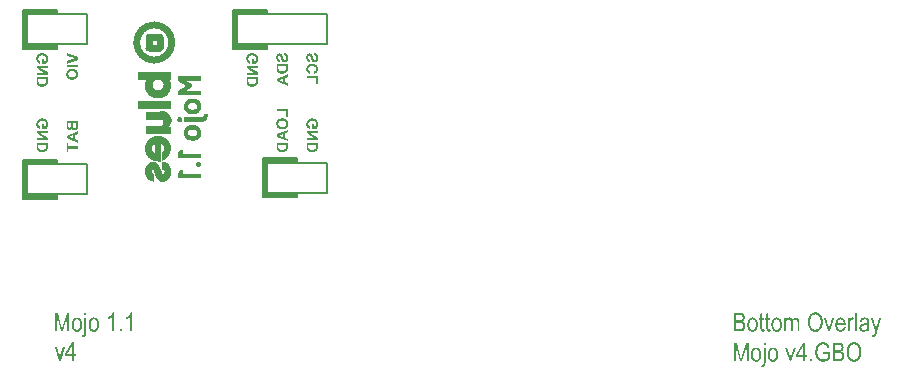
<source format=gbo>
G04*
G04 #@! TF.GenerationSoftware,Altium Limited,Altium Designer,24.5.2 (23)*
G04*
G04 Layer_Color=245135*
%FSLAX25Y25*%
%MOIN*%
G70*
G04*
G04 #@! TF.SameCoordinates,14D8FD4F-CE48-4F7E-93F5-DD934605E96C*
G04*
G04*
G04 #@! TF.FilePolarity,Positive*
G04*
G01*
G75*
%ADD12C,0.00787*%
%ADD49C,0.00004*%
%ADD50R,0.11500X0.01500*%
%ADD51R,0.01500X0.09999*%
G36*
X95773Y66984D02*
X95882Y66959D01*
X95983Y66932D01*
X96078Y66896D01*
X96163Y66861D01*
X96242Y66822D01*
X96316Y66784D01*
X96379Y66743D01*
X96436Y66705D01*
X96485Y66670D01*
X96529Y66634D01*
X96561Y66604D01*
X96589Y66580D01*
X96608Y66561D01*
X96622Y66549D01*
X96624Y66544D01*
X96682Y66468D01*
X96733Y66386D01*
X96777Y66298D01*
X96815Y66208D01*
X96848Y66118D01*
X96873Y66025D01*
X96895Y65935D01*
X96914Y65848D01*
X96927Y65766D01*
X96938Y65690D01*
X96944Y65619D01*
X96949Y65558D01*
X96952Y65534D01*
Y65509D01*
X96955Y65490D01*
Y65441D01*
X96952Y65351D01*
X96949Y65264D01*
X96941Y65182D01*
X96933Y65105D01*
X96922Y65034D01*
X96911Y64966D01*
X96900Y64903D01*
X96886Y64846D01*
X96873Y64797D01*
X96862Y64750D01*
X96851Y64712D01*
X96840Y64682D01*
X96832Y64655D01*
X96824Y64636D01*
X96821Y64625D01*
X96818Y64622D01*
X96791Y64562D01*
X96761Y64505D01*
X96728Y64453D01*
X96693Y64404D01*
X96660Y64357D01*
X96624Y64316D01*
X96589Y64278D01*
X96556Y64243D01*
X96523Y64213D01*
X96493Y64185D01*
X96466Y64164D01*
X96444Y64144D01*
X96425Y64131D01*
X96409Y64120D01*
X96400Y64114D01*
X96398Y64112D01*
X96343Y64079D01*
X96291Y64052D01*
X96237Y64027D01*
X96182Y64005D01*
X96130Y63989D01*
X96081Y63972D01*
X96032Y63961D01*
X95986Y63951D01*
X95945Y63945D01*
X95906Y63940D01*
X95874Y63934D01*
X95844Y63932D01*
X95822Y63929D01*
X95803D01*
X95792D01*
X95789D01*
X95723Y63932D01*
X95661Y63934D01*
X95601Y63942D01*
X95543Y63953D01*
X95491Y63964D01*
X95442Y63978D01*
X95396Y63991D01*
X95355Y64005D01*
X95317Y64019D01*
X95284Y64033D01*
X95257Y64046D01*
X95232Y64057D01*
X95213Y64068D01*
X95199Y64076D01*
X95191Y64079D01*
X95188Y64082D01*
X95145Y64112D01*
X95101Y64142D01*
X95025Y64210D01*
X94989Y64245D01*
X94959Y64281D01*
X94929Y64314D01*
X94904Y64346D01*
X94880Y64379D01*
X94861Y64407D01*
X94844Y64434D01*
X94828Y64456D01*
X94817Y64475D01*
X94809Y64488D01*
X94806Y64497D01*
X94803Y64499D01*
X94776Y64551D01*
X94752Y64611D01*
X94724Y64674D01*
X94700Y64740D01*
X94653Y64876D01*
X94634Y64944D01*
X94612Y65010D01*
X94596Y65073D01*
X94580Y65130D01*
X94566Y65184D01*
X94552Y65231D01*
X94544Y65269D01*
X94536Y65297D01*
X94533Y65307D01*
Y65316D01*
X94530Y65318D01*
Y65321D01*
X94506Y65419D01*
X94481Y65512D01*
X94459Y65591D01*
X94435Y65665D01*
X94413Y65731D01*
X94391Y65788D01*
X94372Y65837D01*
X94353Y65881D01*
X94337Y65916D01*
X94323Y65946D01*
X94309Y65971D01*
X94298Y65990D01*
X94288Y66006D01*
X94282Y66014D01*
X94276Y66020D01*
Y66023D01*
X94238Y66061D01*
X94200Y66088D01*
X94162Y66107D01*
X94126Y66121D01*
X94094Y66129D01*
X94069Y66132D01*
X94053Y66135D01*
X94050D01*
X94047D01*
X94020Y66132D01*
X93995Y66129D01*
X93949Y66115D01*
X93911Y66096D01*
X93878Y66075D01*
X93851Y66053D01*
X93832Y66034D01*
X93818Y66020D01*
X93815Y66014D01*
X93791Y65976D01*
X93769Y65938D01*
X93750Y65897D01*
X93733Y65853D01*
X93709Y65766D01*
X93692Y65684D01*
X93687Y65643D01*
X93684Y65608D01*
X93681Y65575D01*
X93679Y65548D01*
X93676Y65526D01*
Y65436D01*
X93681Y65378D01*
X93687Y65329D01*
X93695Y65283D01*
X93706Y65239D01*
X93717Y65198D01*
X93728Y65163D01*
X93739Y65130D01*
X93752Y65103D01*
X93763Y65078D01*
X93774Y65056D01*
X93785Y65040D01*
X93793Y65026D01*
X93799Y65018D01*
X93801Y65013D01*
X93804Y65010D01*
X93829Y64980D01*
X93859Y64955D01*
X93924Y64909D01*
X93993Y64873D01*
X94061Y64843D01*
X94094Y64832D01*
X94124Y64824D01*
X94151Y64816D01*
X94175Y64811D01*
X94195Y64805D01*
X94208Y64802D01*
X94219Y64800D01*
X94222D01*
X94189Y64038D01*
X94094Y64046D01*
X94003Y64060D01*
X93919Y64079D01*
X93840Y64106D01*
X93766Y64134D01*
X93698Y64166D01*
X93635Y64199D01*
X93580Y64235D01*
X93528Y64270D01*
X93485Y64303D01*
X93447Y64333D01*
X93417Y64360D01*
X93392Y64385D01*
X93373Y64401D01*
X93362Y64412D01*
X93359Y64417D01*
X93305Y64488D01*
X93256Y64565D01*
X93215Y64649D01*
X93176Y64734D01*
X93146Y64824D01*
X93122Y64914D01*
X93100Y65002D01*
X93084Y65086D01*
X93073Y65168D01*
X93062Y65242D01*
X93054Y65310D01*
X93051Y65370D01*
X93048Y65398D01*
Y65419D01*
X93045Y65438D01*
Y65488D01*
X93048Y65567D01*
X93051Y65643D01*
X93056Y65717D01*
X93067Y65788D01*
X93075Y65853D01*
X93086Y65913D01*
X93100Y65971D01*
X93111Y66023D01*
X93125Y66069D01*
X93135Y66110D01*
X93149Y66145D01*
X93157Y66176D01*
X93165Y66197D01*
X93174Y66216D01*
X93176Y66227D01*
X93179Y66230D01*
X93204Y66287D01*
X93234Y66339D01*
X93264Y66388D01*
X93294Y66435D01*
X93326Y66476D01*
X93357Y66514D01*
X93389Y66549D01*
X93419Y66582D01*
X93449Y66610D01*
X93474Y66634D01*
X93498Y66656D01*
X93520Y66672D01*
X93537Y66686D01*
X93550Y66694D01*
X93559Y66700D01*
X93561Y66702D01*
X93608Y66730D01*
X93657Y66754D01*
X93703Y66776D01*
X93752Y66795D01*
X93799Y66812D01*
X93843Y66825D01*
X93886Y66834D01*
X93924Y66844D01*
X93963Y66850D01*
X93998Y66855D01*
X94028Y66858D01*
X94053Y66861D01*
X94074Y66864D01*
X94088D01*
X94099D01*
X94102D01*
X94184Y66861D01*
X94263Y66850D01*
X94339Y66831D01*
X94410Y66809D01*
X94476Y66784D01*
X94539Y66754D01*
X94596Y66721D01*
X94648Y66689D01*
X94697Y66659D01*
X94738Y66626D01*
X94776Y66596D01*
X94806Y66571D01*
X94828Y66549D01*
X94847Y66530D01*
X94858Y66519D01*
X94861Y66517D01*
X94902Y66465D01*
X94940Y66408D01*
X94978Y66345D01*
X95014Y66277D01*
X95046Y66208D01*
X95076Y66135D01*
X95104Y66064D01*
X95131Y65993D01*
X95153Y65927D01*
X95175Y65864D01*
X95194Y65807D01*
X95208Y65755D01*
X95218Y65714D01*
X95224Y65698D01*
X95227Y65684D01*
X95232Y65673D01*
Y65665D01*
X95235Y65660D01*
Y65657D01*
X95257Y65572D01*
X95276Y65493D01*
X95292Y65422D01*
X95309Y65359D01*
X95325Y65302D01*
X95338Y65253D01*
X95349Y65209D01*
X95360Y65171D01*
X95368Y65141D01*
X95377Y65114D01*
X95385Y65092D01*
X95390Y65073D01*
X95393Y65062D01*
X95396Y65051D01*
X95399Y65048D01*
Y65045D01*
X95412Y65010D01*
X95426Y64977D01*
X95453Y64920D01*
X95483Y64871D01*
X95508Y64832D01*
X95532Y64805D01*
X95549Y64786D01*
X95560Y64772D01*
X95565Y64770D01*
X95601Y64742D01*
X95639Y64723D01*
X95677Y64710D01*
X95713Y64701D01*
X95745Y64693D01*
X95770Y64690D01*
X95786D01*
X95789D01*
X95792D01*
X95830Y64693D01*
X95868Y64699D01*
X95901Y64707D01*
X95936Y64720D01*
X95996Y64750D01*
X96051Y64783D01*
X96073Y64802D01*
X96095Y64819D01*
X96111Y64835D01*
X96127Y64849D01*
X96138Y64862D01*
X96147Y64871D01*
X96152Y64876D01*
X96155Y64879D01*
X96182Y64914D01*
X96207Y64955D01*
X96226Y64999D01*
X96245Y65043D01*
X96258Y65089D01*
X96272Y65135D01*
X96291Y65225D01*
X96297Y65266D01*
X96302Y65307D01*
X96305Y65343D01*
X96308Y65373D01*
X96310Y65398D01*
Y65433D01*
X96308Y65496D01*
X96302Y65556D01*
X96294Y65613D01*
X96283Y65668D01*
X96269Y65717D01*
X96256Y65761D01*
X96239Y65804D01*
X96223Y65840D01*
X96207Y65875D01*
X96190Y65903D01*
X96177Y65930D01*
X96163Y65949D01*
X96152Y65965D01*
X96144Y65976D01*
X96138Y65984D01*
X96136Y65987D01*
X96100Y66023D01*
X96062Y66058D01*
X96021Y66088D01*
X95977Y66115D01*
X95931Y66140D01*
X95885Y66162D01*
X95794Y66200D01*
X95754Y66214D01*
X95715Y66225D01*
X95680Y66236D01*
X95647Y66244D01*
X95622Y66249D01*
X95603Y66255D01*
X95592Y66257D01*
X95587D01*
X95658Y67000D01*
X95773Y66984D01*
D02*
G37*
G36*
X85773D02*
X85882Y66959D01*
X85983Y66932D01*
X86078Y66896D01*
X86163Y66861D01*
X86242Y66822D01*
X86316Y66784D01*
X86379Y66743D01*
X86436Y66705D01*
X86485Y66670D01*
X86529Y66634D01*
X86562Y66604D01*
X86589Y66580D01*
X86608Y66561D01*
X86622Y66549D01*
X86624Y66544D01*
X86682Y66468D01*
X86734Y66386D01*
X86777Y66298D01*
X86815Y66208D01*
X86848Y66118D01*
X86873Y66025D01*
X86895Y65935D01*
X86914Y65848D01*
X86927Y65766D01*
X86938Y65690D01*
X86944Y65619D01*
X86949Y65558D01*
X86952Y65534D01*
Y65509D01*
X86955Y65490D01*
Y65441D01*
X86952Y65351D01*
X86949Y65264D01*
X86941Y65182D01*
X86933Y65105D01*
X86922Y65034D01*
X86911Y64966D01*
X86900Y64903D01*
X86886Y64846D01*
X86873Y64797D01*
X86862Y64750D01*
X86851Y64712D01*
X86840Y64682D01*
X86832Y64655D01*
X86824Y64636D01*
X86821Y64625D01*
X86818Y64622D01*
X86791Y64562D01*
X86761Y64505D01*
X86728Y64453D01*
X86693Y64404D01*
X86660Y64357D01*
X86624Y64316D01*
X86589Y64278D01*
X86556Y64243D01*
X86523Y64213D01*
X86493Y64185D01*
X86466Y64164D01*
X86444Y64144D01*
X86425Y64131D01*
X86409Y64120D01*
X86401Y64114D01*
X86398Y64112D01*
X86343Y64079D01*
X86291Y64052D01*
X86237Y64027D01*
X86182Y64005D01*
X86130Y63989D01*
X86081Y63972D01*
X86032Y63961D01*
X85985Y63951D01*
X85945Y63945D01*
X85906Y63940D01*
X85874Y63934D01*
X85844Y63932D01*
X85822Y63929D01*
X85803D01*
X85792D01*
X85789D01*
X85723Y63932D01*
X85661Y63934D01*
X85601Y63942D01*
X85543Y63953D01*
X85491Y63964D01*
X85442Y63978D01*
X85396Y63991D01*
X85355Y64005D01*
X85317Y64019D01*
X85284Y64033D01*
X85257Y64046D01*
X85232Y64057D01*
X85213Y64068D01*
X85199Y64076D01*
X85191Y64079D01*
X85188Y64082D01*
X85145Y64112D01*
X85101Y64142D01*
X85025Y64210D01*
X84989Y64245D01*
X84959Y64281D01*
X84929Y64314D01*
X84904Y64346D01*
X84880Y64379D01*
X84861Y64407D01*
X84844Y64434D01*
X84828Y64456D01*
X84817Y64475D01*
X84809Y64488D01*
X84806Y64497D01*
X84803Y64499D01*
X84776Y64551D01*
X84752Y64611D01*
X84724Y64674D01*
X84700Y64740D01*
X84653Y64876D01*
X84634Y64944D01*
X84612Y65010D01*
X84596Y65073D01*
X84580Y65130D01*
X84566Y65184D01*
X84552Y65231D01*
X84544Y65269D01*
X84536Y65297D01*
X84533Y65307D01*
Y65316D01*
X84530Y65318D01*
Y65321D01*
X84506Y65419D01*
X84481Y65512D01*
X84460Y65591D01*
X84435Y65665D01*
X84413Y65731D01*
X84391Y65788D01*
X84372Y65837D01*
X84353Y65881D01*
X84337Y65916D01*
X84323Y65946D01*
X84309Y65971D01*
X84298Y65990D01*
X84288Y66006D01*
X84282Y66014D01*
X84276Y66020D01*
Y66023D01*
X84238Y66061D01*
X84200Y66088D01*
X84162Y66107D01*
X84126Y66121D01*
X84094Y66129D01*
X84069Y66132D01*
X84053Y66135D01*
X84050D01*
X84047D01*
X84020Y66132D01*
X83995Y66129D01*
X83949Y66115D01*
X83911Y66096D01*
X83878Y66075D01*
X83851Y66053D01*
X83832Y66034D01*
X83818Y66020D01*
X83815Y66014D01*
X83791Y65976D01*
X83769Y65938D01*
X83750Y65897D01*
X83733Y65853D01*
X83709Y65766D01*
X83692Y65684D01*
X83687Y65643D01*
X83684Y65608D01*
X83681Y65575D01*
X83679Y65548D01*
X83676Y65526D01*
Y65436D01*
X83681Y65378D01*
X83687Y65329D01*
X83695Y65283D01*
X83706Y65239D01*
X83717Y65198D01*
X83728Y65163D01*
X83739Y65130D01*
X83752Y65103D01*
X83763Y65078D01*
X83774Y65056D01*
X83785Y65040D01*
X83793Y65026D01*
X83799Y65018D01*
X83802Y65013D01*
X83804Y65010D01*
X83829Y64980D01*
X83859Y64955D01*
X83924Y64909D01*
X83993Y64873D01*
X84061Y64843D01*
X84094Y64832D01*
X84124Y64824D01*
X84151Y64816D01*
X84175Y64811D01*
X84195Y64805D01*
X84208Y64802D01*
X84219Y64800D01*
X84222D01*
X84189Y64038D01*
X84094Y64046D01*
X84004Y64060D01*
X83919Y64079D01*
X83840Y64106D01*
X83766Y64134D01*
X83698Y64166D01*
X83635Y64199D01*
X83580Y64235D01*
X83529Y64270D01*
X83485Y64303D01*
X83447Y64333D01*
X83417Y64360D01*
X83392Y64385D01*
X83373Y64401D01*
X83362Y64412D01*
X83359Y64417D01*
X83305Y64488D01*
X83255Y64565D01*
X83215Y64649D01*
X83176Y64734D01*
X83146Y64824D01*
X83122Y64914D01*
X83100Y65002D01*
X83083Y65086D01*
X83073Y65168D01*
X83062Y65242D01*
X83053Y65310D01*
X83051Y65370D01*
X83048Y65398D01*
Y65419D01*
X83045Y65438D01*
Y65488D01*
X83048Y65567D01*
X83051Y65643D01*
X83056Y65717D01*
X83067Y65788D01*
X83075Y65853D01*
X83086Y65913D01*
X83100Y65971D01*
X83111Y66023D01*
X83125Y66069D01*
X83135Y66110D01*
X83149Y66145D01*
X83157Y66176D01*
X83165Y66197D01*
X83174Y66216D01*
X83176Y66227D01*
X83179Y66230D01*
X83204Y66287D01*
X83234Y66339D01*
X83264Y66388D01*
X83294Y66435D01*
X83327Y66476D01*
X83356Y66514D01*
X83389Y66549D01*
X83419Y66582D01*
X83449Y66610D01*
X83474Y66634D01*
X83499Y66656D01*
X83520Y66672D01*
X83537Y66686D01*
X83550Y66694D01*
X83559Y66700D01*
X83561Y66702D01*
X83608Y66730D01*
X83657Y66754D01*
X83703Y66776D01*
X83752Y66795D01*
X83799Y66812D01*
X83842Y66825D01*
X83886Y66834D01*
X83924Y66844D01*
X83963Y66850D01*
X83998Y66855D01*
X84028Y66858D01*
X84053Y66861D01*
X84074Y66864D01*
X84088D01*
X84099D01*
X84102D01*
X84184Y66861D01*
X84263Y66850D01*
X84339Y66831D01*
X84410Y66809D01*
X84476Y66784D01*
X84539Y66754D01*
X84596Y66721D01*
X84648Y66689D01*
X84697Y66659D01*
X84738Y66626D01*
X84776Y66596D01*
X84806Y66571D01*
X84828Y66549D01*
X84847Y66530D01*
X84858Y66519D01*
X84861Y66517D01*
X84902Y66465D01*
X84940Y66408D01*
X84978Y66345D01*
X85014Y66277D01*
X85046Y66208D01*
X85076Y66135D01*
X85104Y66064D01*
X85131Y65993D01*
X85153Y65927D01*
X85175Y65864D01*
X85194Y65807D01*
X85207Y65755D01*
X85218Y65714D01*
X85224Y65698D01*
X85227Y65684D01*
X85232Y65673D01*
Y65665D01*
X85235Y65660D01*
Y65657D01*
X85257Y65572D01*
X85276Y65493D01*
X85292Y65422D01*
X85308Y65359D01*
X85325Y65302D01*
X85338Y65253D01*
X85349Y65209D01*
X85360Y65171D01*
X85369Y65141D01*
X85377Y65114D01*
X85385Y65092D01*
X85390Y65073D01*
X85393Y65062D01*
X85396Y65051D01*
X85399Y65048D01*
Y65045D01*
X85412Y65010D01*
X85426Y64977D01*
X85453Y64920D01*
X85483Y64871D01*
X85508Y64832D01*
X85532Y64805D01*
X85549Y64786D01*
X85560Y64772D01*
X85565Y64770D01*
X85601Y64742D01*
X85639Y64723D01*
X85677Y64710D01*
X85712Y64701D01*
X85745Y64693D01*
X85770Y64690D01*
X85786D01*
X85789D01*
X85792D01*
X85830Y64693D01*
X85868Y64699D01*
X85901Y64707D01*
X85936Y64720D01*
X85996Y64750D01*
X86051Y64783D01*
X86073Y64802D01*
X86095Y64819D01*
X86111Y64835D01*
X86128Y64849D01*
X86138Y64862D01*
X86147Y64871D01*
X86152Y64876D01*
X86155Y64879D01*
X86182Y64914D01*
X86207Y64955D01*
X86226Y64999D01*
X86245Y65043D01*
X86259Y65089D01*
X86272Y65135D01*
X86291Y65225D01*
X86297Y65266D01*
X86302Y65307D01*
X86305Y65343D01*
X86308Y65373D01*
X86310Y65398D01*
Y65433D01*
X86308Y65496D01*
X86302Y65556D01*
X86294Y65613D01*
X86283Y65668D01*
X86269Y65717D01*
X86256Y65761D01*
X86239Y65804D01*
X86223Y65840D01*
X86207Y65875D01*
X86190Y65903D01*
X86177Y65930D01*
X86163Y65949D01*
X86152Y65965D01*
X86144Y65976D01*
X86138Y65984D01*
X86136Y65987D01*
X86100Y66023D01*
X86062Y66058D01*
X86021Y66088D01*
X85977Y66115D01*
X85931Y66140D01*
X85884Y66162D01*
X85794Y66200D01*
X85754Y66214D01*
X85715Y66225D01*
X85680Y66236D01*
X85647Y66244D01*
X85622Y66249D01*
X85603Y66255D01*
X85592Y66257D01*
X85587D01*
X85658Y67000D01*
X85773Y66984D01*
D02*
G37*
G36*
X75089Y66997D02*
X75187Y66989D01*
X75283Y66978D01*
X75375Y66965D01*
X75463Y66948D01*
X75545Y66929D01*
X75624Y66910D01*
X75695Y66888D01*
X75760Y66869D01*
X75820Y66850D01*
X75870Y66831D01*
X75913Y66814D01*
X75949Y66798D01*
X75973Y66787D01*
X75990Y66782D01*
X75995Y66779D01*
X76080Y66735D01*
X76159Y66686D01*
X76233Y66637D01*
X76301Y66582D01*
X76364Y66528D01*
X76424Y66473D01*
X76476Y66418D01*
X76522Y66367D01*
X76566Y66315D01*
X76601Y66268D01*
X76634Y66227D01*
X76658Y66189D01*
X76678Y66159D01*
X76694Y66137D01*
X76702Y66124D01*
X76705Y66118D01*
X76749Y66034D01*
X76787Y65946D01*
X76819Y65859D01*
X76850Y65769D01*
X76871Y65681D01*
X76893Y65597D01*
X76910Y65515D01*
X76923Y65436D01*
X76932Y65362D01*
X76940Y65294D01*
X76945Y65234D01*
X76951Y65182D01*
Y65141D01*
X76953Y65124D01*
Y65083D01*
X76951Y64996D01*
X76945Y64909D01*
X76937Y64824D01*
X76926Y64742D01*
X76912Y64663D01*
X76899Y64587D01*
X76882Y64516D01*
X76866Y64447D01*
X76850Y64387D01*
X76833Y64333D01*
X76819Y64284D01*
X76806Y64243D01*
X76795Y64207D01*
X76787Y64183D01*
X76781Y64169D01*
X76779Y64164D01*
X76746Y64082D01*
X76710Y64003D01*
X76675Y63929D01*
X76639Y63863D01*
X76604Y63800D01*
X76571Y63743D01*
X76538Y63691D01*
X76508Y63645D01*
X76478Y63604D01*
X76451Y63568D01*
X76429Y63536D01*
X76407Y63511D01*
X76391Y63492D01*
X76380Y63478D01*
X76372Y63470D01*
X76369Y63467D01*
X74862D01*
Y65111D01*
X75501D01*
Y64237D01*
X75981D01*
X76031Y64306D01*
X76074Y64376D01*
X76113Y64445D01*
X76145Y64510D01*
X76159Y64540D01*
X76173Y64568D01*
X76183Y64592D01*
X76192Y64611D01*
X76200Y64628D01*
X76203Y64641D01*
X76208Y64649D01*
Y64652D01*
X76238Y64742D01*
X76263Y64830D01*
X76279Y64909D01*
X76284Y64947D01*
X76290Y64982D01*
X76293Y65015D01*
X76295Y65043D01*
X76298Y65070D01*
Y65092D01*
X76301Y65108D01*
Y65133D01*
X76298Y65220D01*
X76287Y65305D01*
X76271Y65384D01*
X76249Y65458D01*
X76222Y65529D01*
X76194Y65594D01*
X76164Y65651D01*
X76132Y65706D01*
X76101Y65752D01*
X76072Y65796D01*
X76042Y65832D01*
X76017Y65862D01*
X75995Y65886D01*
X75979Y65903D01*
X75968Y65913D01*
X75965Y65916D01*
X75899Y65968D01*
X75826Y66014D01*
X75747Y66055D01*
X75665Y66088D01*
X75583Y66118D01*
X75498Y66140D01*
X75416Y66162D01*
X75334Y66176D01*
X75258Y66189D01*
X75187Y66197D01*
X75124Y66206D01*
X75067Y66208D01*
X75042Y66211D01*
X75020D01*
X75004Y66214D01*
X74988D01*
X74974D01*
X74966D01*
X74960D01*
X74958D01*
X74846Y66211D01*
X74739Y66200D01*
X74641Y66186D01*
X74548Y66167D01*
X74463Y66145D01*
X74387Y66121D01*
X74316Y66094D01*
X74253Y66066D01*
X74199Y66039D01*
X74152Y66012D01*
X74111Y65987D01*
X74079Y65965D01*
X74051Y65946D01*
X74032Y65933D01*
X74021Y65922D01*
X74019Y65919D01*
X73961Y65862D01*
X73912Y65799D01*
X73871Y65736D01*
X73833Y65671D01*
X73803Y65605D01*
X73778Y65537D01*
X73756Y65474D01*
X73740Y65411D01*
X73726Y65351D01*
X73716Y65299D01*
X73710Y65250D01*
X73705Y65206D01*
X73702Y65174D01*
X73699Y65146D01*
Y65124D01*
X73702Y65064D01*
X73707Y65007D01*
X73716Y64950D01*
X73724Y64901D01*
X73737Y64851D01*
X73751Y64805D01*
X73765Y64764D01*
X73781Y64726D01*
X73797Y64693D01*
X73811Y64663D01*
X73825Y64636D01*
X73838Y64614D01*
X73847Y64598D01*
X73855Y64587D01*
X73860Y64578D01*
X73863Y64576D01*
X73893Y64535D01*
X73928Y64499D01*
X73964Y64467D01*
X74000Y64434D01*
X74035Y64407D01*
X74073Y64382D01*
X74109Y64360D01*
X74141Y64341D01*
X74174Y64325D01*
X74204Y64311D01*
X74231Y64297D01*
X74253Y64289D01*
X74273Y64281D01*
X74289Y64275D01*
X74297Y64273D01*
X74300D01*
X74158Y63516D01*
X74062Y63541D01*
X73975Y63571D01*
X73890Y63607D01*
X73811Y63645D01*
X73740Y63686D01*
X73672Y63730D01*
X73612Y63770D01*
X73557Y63814D01*
X73508Y63855D01*
X73464Y63896D01*
X73429Y63932D01*
X73399Y63964D01*
X73374Y63989D01*
X73358Y64011D01*
X73347Y64022D01*
X73344Y64027D01*
X73292Y64104D01*
X73246Y64188D01*
X73205Y64275D01*
X73172Y64366D01*
X73142Y64456D01*
X73120Y64548D01*
X73099Y64639D01*
X73085Y64723D01*
X73071Y64805D01*
X73063Y64881D01*
X73055Y64950D01*
X73052Y65010D01*
X73049Y65034D01*
Y65056D01*
X73047Y65078D01*
Y65124D01*
X73049Y65223D01*
X73055Y65318D01*
X73063Y65411D01*
X73077Y65496D01*
X73090Y65575D01*
X73107Y65649D01*
X73123Y65720D01*
X73140Y65782D01*
X73159Y65837D01*
X73175Y65886D01*
X73191Y65930D01*
X73205Y65965D01*
X73219Y65993D01*
X73227Y66014D01*
X73232Y66025D01*
X73235Y66031D01*
X73284Y66118D01*
X73336Y66197D01*
X73391Y66274D01*
X73448Y66345D01*
X73508Y66410D01*
X73565Y66468D01*
X73623Y66522D01*
X73680Y66571D01*
X73732Y66612D01*
X73781Y66651D01*
X73825Y66683D01*
X73863Y66708D01*
X73896Y66727D01*
X73920Y66743D01*
X73934Y66752D01*
X73939Y66754D01*
X74027Y66798D01*
X74117Y66836D01*
X74207Y66869D01*
X74297Y66896D01*
X74384Y66921D01*
X74472Y66940D01*
X74556Y66956D01*
X74635Y66970D01*
X74709Y66978D01*
X74778Y66986D01*
X74838Y66992D01*
X74889Y66997D01*
X74930D01*
X74947Y67000D01*
X74960D01*
X74971D01*
X74982D01*
X74985D01*
X74988D01*
X75089Y66997D01*
D02*
G37*
G36*
X5089Y66997D02*
X5187Y66989D01*
X5283Y66978D01*
X5375Y66965D01*
X5463Y66948D01*
X5545Y66929D01*
X5624Y66910D01*
X5695Y66888D01*
X5760Y66869D01*
X5820Y66850D01*
X5869Y66831D01*
X5913Y66814D01*
X5949Y66798D01*
X5973Y66787D01*
X5990Y66782D01*
X5995Y66779D01*
X6080Y66735D01*
X6159Y66686D01*
X6233Y66637D01*
X6301Y66582D01*
X6364Y66528D01*
X6424Y66473D01*
X6476Y66418D01*
X6522Y66367D01*
X6566Y66315D01*
X6601Y66268D01*
X6634Y66227D01*
X6658Y66189D01*
X6678Y66159D01*
X6694Y66137D01*
X6702Y66124D01*
X6705Y66118D01*
X6749Y66034D01*
X6787Y65946D01*
X6820Y65859D01*
X6850Y65769D01*
X6871Y65681D01*
X6893Y65597D01*
X6910Y65515D01*
X6923Y65436D01*
X6932Y65362D01*
X6940Y65294D01*
X6945Y65234D01*
X6951Y65182D01*
Y65141D01*
X6953Y65124D01*
Y65083D01*
X6951Y64996D01*
X6945Y64909D01*
X6937Y64824D01*
X6926Y64742D01*
X6912Y64663D01*
X6899Y64587D01*
X6882Y64516D01*
X6866Y64447D01*
X6850Y64387D01*
X6833Y64333D01*
X6820Y64284D01*
X6806Y64243D01*
X6795Y64207D01*
X6787Y64183D01*
X6781Y64169D01*
X6779Y64164D01*
X6746Y64082D01*
X6710Y64002D01*
X6675Y63929D01*
X6639Y63863D01*
X6604Y63800D01*
X6571Y63743D01*
X6538Y63691D01*
X6508Y63645D01*
X6478Y63604D01*
X6451Y63568D01*
X6429Y63536D01*
X6407Y63511D01*
X6391Y63492D01*
X6380Y63478D01*
X6372Y63470D01*
X6369Y63467D01*
X4862D01*
Y65111D01*
X5501D01*
Y64237D01*
X5981D01*
X6031Y64306D01*
X6074Y64376D01*
X6112Y64445D01*
X6145Y64510D01*
X6159Y64540D01*
X6173Y64568D01*
X6183Y64592D01*
X6192Y64611D01*
X6200Y64628D01*
X6203Y64641D01*
X6208Y64649D01*
Y64652D01*
X6238Y64742D01*
X6263Y64830D01*
X6279Y64909D01*
X6284Y64947D01*
X6290Y64982D01*
X6293Y65015D01*
X6295Y65043D01*
X6298Y65070D01*
Y65092D01*
X6301Y65108D01*
Y65133D01*
X6298Y65220D01*
X6287Y65305D01*
X6271Y65384D01*
X6249Y65457D01*
X6222Y65529D01*
X6194Y65594D01*
X6164Y65651D01*
X6132Y65706D01*
X6102Y65752D01*
X6072Y65796D01*
X6041Y65832D01*
X6017Y65862D01*
X5995Y65886D01*
X5979Y65903D01*
X5968Y65913D01*
X5965Y65916D01*
X5900Y65968D01*
X5826Y66014D01*
X5747Y66055D01*
X5665Y66088D01*
X5583Y66118D01*
X5498Y66140D01*
X5416Y66162D01*
X5334Y66176D01*
X5258Y66189D01*
X5187Y66197D01*
X5124Y66206D01*
X5067Y66208D01*
X5042Y66211D01*
X5020D01*
X5004Y66214D01*
X4988D01*
X4974D01*
X4966D01*
X4960D01*
X4958D01*
X4846Y66211D01*
X4739Y66200D01*
X4641Y66186D01*
X4548Y66167D01*
X4464Y66145D01*
X4387Y66121D01*
X4316Y66094D01*
X4253Y66066D01*
X4199Y66039D01*
X4152Y66012D01*
X4111Y65987D01*
X4079Y65965D01*
X4051Y65946D01*
X4032Y65933D01*
X4021Y65922D01*
X4019Y65919D01*
X3961Y65862D01*
X3912Y65799D01*
X3871Y65736D01*
X3833Y65671D01*
X3803Y65605D01*
X3778Y65537D01*
X3757Y65474D01*
X3740Y65411D01*
X3726Y65351D01*
X3715Y65299D01*
X3710Y65250D01*
X3705Y65206D01*
X3702Y65174D01*
X3699Y65146D01*
Y65124D01*
X3702Y65064D01*
X3707Y65007D01*
X3715Y64950D01*
X3724Y64901D01*
X3737Y64851D01*
X3751Y64805D01*
X3765Y64764D01*
X3781Y64726D01*
X3797Y64693D01*
X3811Y64663D01*
X3825Y64636D01*
X3838Y64614D01*
X3847Y64598D01*
X3855Y64587D01*
X3860Y64578D01*
X3863Y64576D01*
X3893Y64535D01*
X3929Y64499D01*
X3964Y64467D01*
X3999Y64434D01*
X4035Y64407D01*
X4073Y64382D01*
X4109Y64360D01*
X4141Y64341D01*
X4174Y64325D01*
X4204Y64311D01*
X4231Y64297D01*
X4253Y64289D01*
X4272Y64281D01*
X4289Y64275D01*
X4297Y64273D01*
X4300D01*
X4158Y63516D01*
X4062Y63541D01*
X3975Y63571D01*
X3890Y63607D01*
X3811Y63645D01*
X3740Y63686D01*
X3672Y63729D01*
X3612Y63770D01*
X3557Y63814D01*
X3508Y63855D01*
X3464Y63896D01*
X3429Y63932D01*
X3399Y63964D01*
X3374Y63989D01*
X3358Y64011D01*
X3347Y64022D01*
X3344Y64027D01*
X3292Y64104D01*
X3246Y64188D01*
X3205Y64275D01*
X3172Y64366D01*
X3142Y64456D01*
X3120Y64548D01*
X3098Y64639D01*
X3085Y64723D01*
X3071Y64805D01*
X3063Y64881D01*
X3055Y64950D01*
X3052Y65010D01*
X3049Y65034D01*
Y65056D01*
X3047Y65078D01*
Y65124D01*
X3049Y65223D01*
X3055Y65318D01*
X3063Y65411D01*
X3077Y65496D01*
X3090Y65575D01*
X3107Y65649D01*
X3123Y65720D01*
X3139Y65782D01*
X3159Y65837D01*
X3175Y65886D01*
X3191Y65930D01*
X3205Y65965D01*
X3219Y65993D01*
X3227Y66014D01*
X3232Y66025D01*
X3235Y66031D01*
X3284Y66118D01*
X3336Y66197D01*
X3391Y66274D01*
X3448Y66345D01*
X3508Y66410D01*
X3565Y66468D01*
X3623Y66522D01*
X3680Y66571D01*
X3732Y66612D01*
X3781Y66650D01*
X3825Y66683D01*
X3863Y66708D01*
X3896Y66727D01*
X3920Y66743D01*
X3934Y66752D01*
X3939Y66754D01*
X4027Y66798D01*
X4117Y66836D01*
X4207Y66869D01*
X4297Y66896D01*
X4384Y66921D01*
X4472Y66940D01*
X4556Y66956D01*
X4636Y66970D01*
X4709Y66978D01*
X4778Y66986D01*
X4838Y66992D01*
X4889Y66997D01*
X4930D01*
X4947Y67000D01*
X4960D01*
X4971D01*
X4982D01*
X4985D01*
X4988D01*
X5089Y66997D01*
D02*
G37*
G36*
X42425Y77393D02*
X42500Y77392D01*
X42576Y77390D01*
X42651Y77387D01*
X42726Y77384D01*
X42801Y77379D01*
X42876Y77374D01*
X42951Y77368D01*
X43026Y77361D01*
X43100Y77353D01*
X43175Y77344D01*
X43250Y77335D01*
X43324Y77325D01*
X43398Y77314D01*
X43473Y77302D01*
X43547Y77289D01*
X43621Y77276D01*
X43694Y77261D01*
X43768Y77246D01*
X43842Y77230D01*
X43915Y77214D01*
X43988Y77196D01*
X44061Y77178D01*
X44134Y77159D01*
X44206Y77139D01*
X44278Y77118D01*
X44350Y77097D01*
X44422Y77075D01*
X44494Y77052D01*
X44565Y77028D01*
X44636Y77003D01*
X44707Y76978D01*
X44778Y76952D01*
X44848Y76925D01*
X44918Y76898D01*
X44987Y76869D01*
X45057Y76840D01*
X45125Y76810D01*
X45194Y76780D01*
X45263Y76748D01*
X45330Y76716D01*
X45398Y76683D01*
X45465Y76649D01*
X45532Y76615D01*
X45599Y76580D01*
X45665Y76544D01*
X45730Y76508D01*
X45796Y76471D01*
X45861Y76433D01*
X45925Y76394D01*
X45989Y76355D01*
X46053Y76315D01*
X46116Y76274D01*
X46179Y76232D01*
X46241Y76190D01*
X46303Y76148D01*
X46364Y76104D01*
X46425Y76060D01*
X46485Y76015D01*
X46545Y75970D01*
X46604Y75924D01*
X46663Y75877D01*
X46722Y75829D01*
X46780Y75782D01*
X46837Y75733D01*
X46894Y75684D01*
X46950Y75634D01*
X47006Y75583D01*
X47061Y75532D01*
X47115Y75481D01*
X47169Y75428D01*
X47223Y75375D01*
X47276Y75322D01*
X47328Y75268D01*
X47380Y75213D01*
X47431Y75158D01*
X47481Y75103D01*
X47531Y75046D01*
X47580Y74989D01*
X47629Y74932D01*
X47677Y74874D01*
X47724Y74816D01*
X47771Y74757D01*
X47817Y74698D01*
X47863Y74638D01*
X47907Y74577D01*
X47951Y74516D01*
X47995Y74455D01*
X48038Y74393D01*
X48080Y74331D01*
X48121Y74268D01*
X48162Y74205D01*
X48202Y74142D01*
X48241Y74078D01*
X48280Y74013D01*
X48318Y73948D01*
X48355Y73883D01*
X48392Y73817D01*
X48428Y73751D01*
X48463Y73685D01*
X48497Y73618D01*
X48531Y73550D01*
X48563Y73483D01*
X48596Y73415D01*
X48627Y73347D01*
X48658Y73278D01*
X48687Y73209D01*
X48717Y73140D01*
X48745Y73070D01*
X48773Y73000D01*
X48799Y72930D01*
X48826Y72860D01*
X48851Y72789D01*
X48875Y72718D01*
X48899Y72646D01*
X48922Y72575D01*
X48945Y72503D01*
X48966Y72431D01*
X48987Y72359D01*
X49006Y72286D01*
X49025Y72214D01*
X49044Y72141D01*
X49061Y72067D01*
X49078Y71994D01*
X49094Y71921D01*
X49109Y71847D01*
X49123Y71773D01*
X49136Y71699D01*
X49149Y71625D01*
X49161Y71551D01*
X49172Y71477D01*
X49182Y71402D01*
X49192Y71328D01*
X49200Y71253D01*
X49208Y71178D01*
X49215Y71103D01*
X49221Y71028D01*
X49226Y70953D01*
X49231Y70878D01*
X49235Y70803D01*
X49237Y70728D01*
X49240Y70653D01*
X49241Y70578D01*
X49241Y70510D01*
X49241Y70443D01*
X49240Y70367D01*
X49237Y70292D01*
X49235Y70217D01*
X49231Y70142D01*
X49226Y70067D01*
X49221Y69992D01*
X49215Y69917D01*
X49208Y69842D01*
X49200Y69768D01*
X49192Y69693D01*
X49182Y69618D01*
X49172Y69544D01*
X49161Y69470D01*
X49149Y69395D01*
X49136Y69321D01*
X49123Y69247D01*
X49109Y69173D01*
X49094Y69100D01*
X49078Y69026D01*
X49061Y68953D01*
X49044Y68880D01*
X49025Y68807D01*
X49006Y68734D01*
X48987Y68662D01*
X48966Y68589D01*
X48945Y68517D01*
X48922Y68446D01*
X48899Y68374D01*
X48875Y68303D01*
X48851Y68232D01*
X48826Y68161D01*
X48799Y68090D01*
X48773Y68020D01*
X48745Y67950D01*
X48717Y67881D01*
X48687Y67811D01*
X48658Y67742D01*
X48627Y67674D01*
X48595Y67606D01*
X48563Y67537D01*
X48531Y67470D01*
X48497Y67403D01*
X48463Y67336D01*
X48428Y67269D01*
X48392Y67203D01*
X48355Y67137D01*
X48318Y67072D01*
X48280Y67007D01*
X48241Y66943D01*
X48202Y66879D01*
X48162Y66815D01*
X48121Y66752D01*
X48080Y66689D01*
X48038Y66627D01*
X47995Y66565D01*
X47951Y66504D01*
X47907Y66443D01*
X47863Y66383D01*
X47817Y66323D01*
X47771Y66263D01*
X47724Y66205D01*
X47677Y66146D01*
X47629Y66088D01*
X47580Y66031D01*
X47531Y65974D01*
X47481Y65918D01*
X47431Y65862D01*
X47380Y65807D01*
X47328Y65753D01*
X47276Y65698D01*
X47223Y65645D01*
X47169Y65592D01*
X47115Y65540D01*
X47061Y65488D01*
X47006Y65437D01*
X46950Y65387D01*
X46894Y65337D01*
X46837Y65288D01*
X46780Y65239D01*
X46722Y65191D01*
X46663Y65144D01*
X46604Y65097D01*
X46545Y65051D01*
X46485Y65005D01*
X46425Y64960D01*
X46364Y64916D01*
X46303Y64873D01*
X46241Y64830D01*
X46178Y64788D01*
X46116Y64747D01*
X46053Y64706D01*
X45989Y64666D01*
X45925Y64626D01*
X45860Y64588D01*
X45796Y64550D01*
X45730Y64513D01*
X45665Y64476D01*
X45599Y64440D01*
X45532Y64405D01*
X45465Y64371D01*
X45398Y64337D01*
X45330Y64304D01*
X45262Y64272D01*
X45194Y64241D01*
X45125Y64210D01*
X45056Y64180D01*
X44987Y64151D01*
X44918Y64123D01*
X44848Y64095D01*
X44777Y64068D01*
X44707Y64042D01*
X44636Y64017D01*
X44565Y63992D01*
X44494Y63968D01*
X44422Y63946D01*
X44350Y63923D01*
X44278Y63902D01*
X44206Y63881D01*
X44133Y63861D01*
X44061Y63842D01*
X43988Y63824D01*
X43915Y63807D01*
X43841Y63790D01*
X43768Y63774D01*
X43694Y63759D01*
X43621Y63745D01*
X43547Y63731D01*
X43472Y63719D01*
X43398Y63707D01*
X43324Y63696D01*
X43249Y63686D01*
X43175Y63676D01*
X43100Y63668D01*
X43025Y63660D01*
X42951Y63653D01*
X42876Y63647D01*
X42801Y63641D01*
X42726Y63637D01*
X42650Y63633D01*
X42575Y63630D01*
X42500Y63628D01*
X42425Y63627D01*
X42358Y63627D01*
X42290Y63627D01*
X42215Y63628D01*
X42140Y63630D01*
X42065Y63633D01*
X41990Y63637D01*
X41915Y63641D01*
X41840Y63647D01*
X41765Y63653D01*
X41690Y63660D01*
X41615Y63668D01*
X41541Y63676D01*
X41466Y63686D01*
X41392Y63696D01*
X41317Y63707D01*
X41243Y63719D01*
X41169Y63731D01*
X41095Y63745D01*
X41021Y63759D01*
X40947Y63774D01*
X40874Y63790D01*
X40801Y63807D01*
X40727Y63824D01*
X40655Y63842D01*
X40582Y63861D01*
X40509Y63881D01*
X40437Y63902D01*
X40365Y63923D01*
X40293Y63946D01*
X40222Y63968D01*
X40150Y63992D01*
X40079Y64017D01*
X40009Y64042D01*
X39938Y64068D01*
X39868Y64095D01*
X39798Y64123D01*
X39728Y64151D01*
X39659Y64180D01*
X39590Y64210D01*
X39521Y64241D01*
X39453Y64272D01*
X39385Y64304D01*
X39318Y64337D01*
X39250Y64371D01*
X39184Y64405D01*
X39117Y64440D01*
X39051Y64476D01*
X38985Y64513D01*
X38920Y64550D01*
X38855Y64588D01*
X38791Y64626D01*
X38726Y64666D01*
X38663Y64706D01*
X38600Y64746D01*
X38537Y64788D01*
X38475Y64830D01*
X38413Y64873D01*
X38352Y64916D01*
X38291Y64960D01*
X38230Y65005D01*
X38170Y65051D01*
X38111Y65097D01*
X38052Y65143D01*
X37994Y65191D01*
X37936Y65239D01*
X37879Y65287D01*
X37822Y65337D01*
X37766Y65386D01*
X37710Y65437D01*
X37655Y65488D01*
X37600Y65540D01*
X37546Y65592D01*
X37493Y65645D01*
X37440Y65698D01*
X37388Y65752D01*
X37336Y65807D01*
X37285Y65862D01*
X37234Y65918D01*
X37184Y65974D01*
X37135Y66031D01*
X37087Y66088D01*
X37039Y66146D01*
X36991Y66204D01*
X36944Y66263D01*
X36898Y66323D01*
X36853Y66382D01*
X36808Y66443D01*
X36764Y66504D01*
X36721Y66565D01*
X36678Y66627D01*
X36636Y66689D01*
X36594Y66752D01*
X36554Y66815D01*
X36514Y66879D01*
X36474Y66943D01*
X36436Y67007D01*
X36398Y67072D01*
X36360Y67137D01*
X36324Y67203D01*
X36288Y67269D01*
X36253Y67336D01*
X36219Y67402D01*
X36185Y67470D01*
X36152Y67537D01*
X36120Y67605D01*
X36089Y67674D01*
X36058Y67742D01*
X36028Y67811D01*
X35999Y67880D01*
X35971Y67950D01*
X35943Y68020D01*
X35916Y68090D01*
X35890Y68161D01*
X35865Y68231D01*
X35840Y68303D01*
X35816Y68374D01*
X35793Y68445D01*
X35771Y68517D01*
X35750Y68589D01*
X35729Y68662D01*
X35709Y68734D01*
X35690Y68807D01*
X35672Y68880D01*
X35654Y68953D01*
X35638Y69026D01*
X35622Y69100D01*
X35607Y69173D01*
X35592Y69247D01*
X35579Y69321D01*
X35566Y69395D01*
X35555Y69469D01*
X35544Y69544D01*
X35533Y69618D01*
X35524Y69693D01*
X35515Y69767D01*
X35508Y69842D01*
X35501Y69917D01*
X35495Y69992D01*
X35489Y70067D01*
X35485Y70142D01*
X35481Y70217D01*
X35478Y70292D01*
X35476Y70367D01*
X35475Y70442D01*
X35474Y70510D01*
X35475Y70578D01*
X35476Y70653D01*
X35478Y70728D01*
X35481Y70803D01*
X35485Y70879D01*
X35489Y70954D01*
X35495Y71029D01*
X35501Y71104D01*
X35508Y71178D01*
X35515Y71253D01*
X35524Y71328D01*
X35533Y71402D01*
X35544Y71477D01*
X35555Y71551D01*
X35566Y71625D01*
X35579Y71700D01*
X35592Y71773D01*
X35607Y71847D01*
X35622Y71921D01*
X35638Y71994D01*
X35654Y72068D01*
X35672Y72141D01*
X35690Y72214D01*
X35709Y72286D01*
X35729Y72359D01*
X35750Y72431D01*
X35771Y72503D01*
X35793Y72575D01*
X35816Y72647D01*
X35840Y72718D01*
X35865Y72789D01*
X35890Y72860D01*
X35916Y72930D01*
X35943Y73001D01*
X35971Y73070D01*
X35999Y73140D01*
X36028Y73209D01*
X36058Y73278D01*
X36089Y73347D01*
X36120Y73415D01*
X36152Y73483D01*
X36185Y73551D01*
X36219Y73618D01*
X36253Y73685D01*
X36288Y73751D01*
X36324Y73817D01*
X36360Y73883D01*
X36398Y73948D01*
X36435Y74013D01*
X36474Y74078D01*
X36514Y74142D01*
X36554Y74205D01*
X36594Y74269D01*
X36636Y74331D01*
X36678Y74393D01*
X36721Y74455D01*
X36764Y74517D01*
X36808Y74577D01*
X36853Y74638D01*
X36898Y74698D01*
X36944Y74757D01*
X36991Y74816D01*
X37038Y74874D01*
X37086Y74932D01*
X37135Y74990D01*
X37184Y75046D01*
X37234Y75103D01*
X37285Y75158D01*
X37336Y75213D01*
X37387Y75268D01*
X37440Y75322D01*
X37493Y75375D01*
X37546Y75428D01*
X37600Y75481D01*
X37655Y75532D01*
X37710Y75583D01*
X37765Y75634D01*
X37822Y75684D01*
X37879Y75733D01*
X37936Y75782D01*
X37994Y75830D01*
X38052Y75877D01*
X38111Y75924D01*
X38170Y75970D01*
X38230Y76015D01*
X38291Y76060D01*
X38352Y76104D01*
X38413Y76148D01*
X38475Y76190D01*
X38537Y76232D01*
X38600Y76274D01*
X38663Y76315D01*
X38726Y76355D01*
X38790Y76394D01*
X38855Y76433D01*
X38920Y76471D01*
X38985Y76508D01*
X39051Y76544D01*
X39117Y76580D01*
X39183Y76615D01*
X39250Y76649D01*
X39318Y76683D01*
X39385Y76716D01*
X39453Y76748D01*
X39521Y76780D01*
X39590Y76810D01*
X39659Y76840D01*
X39728Y76869D01*
X39798Y76898D01*
X39868Y76925D01*
X39938Y76952D01*
X40008Y76978D01*
X40079Y77004D01*
X40150Y77028D01*
X40222Y77052D01*
X40293Y77075D01*
X40365Y77097D01*
X40437Y77118D01*
X40509Y77139D01*
X40582Y77159D01*
X40654Y77178D01*
X40727Y77196D01*
X40800Y77214D01*
X40874Y77230D01*
X40947Y77246D01*
X41021Y77261D01*
X41095Y77276D01*
X41169Y77289D01*
X41243Y77302D01*
X41317Y77314D01*
X41391Y77324D01*
X41466Y77335D01*
X41540Y77344D01*
X41615Y77353D01*
X41690Y77361D01*
X41765Y77368D01*
X41840Y77374D01*
X41914Y77379D01*
X41989Y77384D01*
X42065Y77387D01*
X42140Y77390D01*
X42215Y77392D01*
X42290Y77393D01*
X42358Y77394D01*
X42425Y77393D01*
D02*
G37*
G36*
X16888Y65651D02*
Y64830D01*
X13110Y63484D01*
Y64295D01*
X15905Y65217D01*
X13110Y66176D01*
Y67000D01*
X16888Y65651D01*
D02*
G37*
G36*
Y62359D02*
X13110D01*
Y63121D01*
X16888D01*
Y62359D01*
D02*
G37*
G36*
X95115Y63418D02*
X95197Y63415D01*
X95349Y63399D01*
X95494Y63377D01*
X95628Y63345D01*
X95754Y63309D01*
X95871Y63268D01*
X95975Y63224D01*
X96070Y63178D01*
X96155Y63134D01*
X96228Y63091D01*
X96261Y63069D01*
X96291Y63050D01*
X96319Y63031D01*
X96343Y63014D01*
X96365Y62998D01*
X96384Y62981D01*
X96400Y62971D01*
X96414Y62960D01*
X96425Y62949D01*
X96433Y62943D01*
X96436Y62938D01*
X96439D01*
X96485Y62891D01*
X96529Y62845D01*
X96570Y62796D01*
X96608Y62747D01*
X96676Y62643D01*
X96736Y62542D01*
X96785Y62435D01*
X96826Y62334D01*
X96862Y62233D01*
X96886Y62138D01*
X96908Y62048D01*
X96925Y61966D01*
X96936Y61889D01*
X96941Y61857D01*
X96944Y61827D01*
X96947Y61799D01*
X96949Y61775D01*
Y61753D01*
X96952Y61734D01*
Y61701D01*
X96949Y61589D01*
X96938Y61483D01*
X96925Y61382D01*
X96905Y61289D01*
X96881Y61199D01*
X96856Y61117D01*
X96829Y61040D01*
X96802Y60972D01*
X96775Y60909D01*
X96747Y60855D01*
X96720Y60808D01*
X96698Y60770D01*
X96679Y60740D01*
X96665Y60718D01*
X96654Y60705D01*
X96652Y60699D01*
X96592Y60628D01*
X96526Y60560D01*
X96455Y60500D01*
X96381Y60443D01*
X96305Y60391D01*
X96228Y60344D01*
X96152Y60303D01*
X96078Y60268D01*
X96010Y60235D01*
X95945Y60208D01*
X95885Y60183D01*
X95833Y60164D01*
X95792Y60150D01*
X95773Y60145D01*
X95759Y60140D01*
X95748Y60137D01*
X95740Y60134D01*
X95734Y60131D01*
X95732D01*
X95497Y60871D01*
X95573Y60890D01*
X95644Y60912D01*
X95707Y60937D01*
X95770Y60961D01*
X95824Y60986D01*
X95874Y61013D01*
X95920Y61040D01*
X95958Y61065D01*
X95994Y61089D01*
X96024Y61111D01*
X96051Y61133D01*
X96070Y61152D01*
X96087Y61166D01*
X96100Y61177D01*
X96106Y61185D01*
X96108Y61188D01*
X96141Y61229D01*
X96171Y61272D01*
X96196Y61316D01*
X96218Y61362D01*
X96237Y61406D01*
X96253Y61450D01*
X96267Y61491D01*
X96275Y61529D01*
X96283Y61567D01*
X96289Y61603D01*
X96294Y61633D01*
X96297Y61657D01*
X96299Y61679D01*
Y61709D01*
X96297Y61786D01*
X96286Y61857D01*
X96272Y61925D01*
X96253Y61988D01*
X96228Y62048D01*
X96204Y62102D01*
X96177Y62151D01*
X96147Y62198D01*
X96119Y62239D01*
X96092Y62274D01*
X96067Y62307D01*
X96043Y62332D01*
X96024Y62351D01*
X96010Y62367D01*
X95999Y62375D01*
X95996Y62378D01*
X95934Y62424D01*
X95865Y62463D01*
X95789Y62498D01*
X95710Y62525D01*
X95625Y62550D01*
X95540Y62572D01*
X95456Y62588D01*
X95374Y62602D01*
X95295Y62613D01*
X95221Y62621D01*
X95153Y62626D01*
X95095Y62629D01*
X95068Y62632D01*
X95046D01*
X95027Y62635D01*
X95008D01*
X94997D01*
X94986D01*
X94981D01*
X94978D01*
X94855Y62632D01*
X94741Y62624D01*
X94637Y62610D01*
X94539Y62594D01*
X94451Y62575D01*
X94372Y62553D01*
X94298Y62528D01*
X94236Y62504D01*
X94178Y62482D01*
X94132Y62457D01*
X94091Y62435D01*
X94058Y62416D01*
X94034Y62400D01*
X94015Y62386D01*
X94003Y62378D01*
X94001Y62375D01*
X93946Y62323D01*
X93900Y62272D01*
X93862Y62214D01*
X93826Y62160D01*
X93796Y62102D01*
X93771Y62045D01*
X93752Y61990D01*
X93736Y61936D01*
X93722Y61887D01*
X93714Y61840D01*
X93706Y61799D01*
X93703Y61764D01*
X93700Y61737D01*
X93698Y61715D01*
Y61696D01*
X93700Y61638D01*
X93706Y61586D01*
X93714Y61535D01*
X93725Y61485D01*
X93739Y61442D01*
X93752Y61398D01*
X93769Y61360D01*
X93782Y61322D01*
X93799Y61291D01*
X93815Y61261D01*
X93829Y61237D01*
X93843Y61218D01*
X93853Y61202D01*
X93862Y61188D01*
X93867Y61182D01*
X93870Y61180D01*
X93902Y61141D01*
X93938Y61106D01*
X93976Y61073D01*
X94015Y61046D01*
X94053Y61021D01*
X94091Y60997D01*
X94165Y60958D01*
X94197Y60945D01*
X94230Y60931D01*
X94257Y60920D01*
X94282Y60912D01*
X94304Y60907D01*
X94318Y60901D01*
X94328Y60898D01*
X94331D01*
X94151Y60142D01*
X94069Y60167D01*
X93990Y60197D01*
X93919Y60227D01*
X93851Y60257D01*
X93791Y60290D01*
X93733Y60322D01*
X93681Y60355D01*
X93635Y60385D01*
X93594Y60415D01*
X93559Y60443D01*
X93526Y60467D01*
X93501Y60489D01*
X93482Y60505D01*
X93468Y60519D01*
X93460Y60527D01*
X93458Y60530D01*
X93384Y60615D01*
X93321Y60702D01*
X93266Y60795D01*
X93220Y60887D01*
X93179Y60983D01*
X93146Y61076D01*
X93119Y61169D01*
X93097Y61256D01*
X93081Y61338D01*
X93067Y61414D01*
X93059Y61480D01*
X93051Y61540D01*
Y61564D01*
X93048Y61589D01*
Y61608D01*
X93045Y61625D01*
Y61655D01*
X93048Y61728D01*
X93051Y61799D01*
X93067Y61939D01*
X93094Y62067D01*
X93127Y62190D01*
X93165Y62304D01*
X93212Y62408D01*
X93258Y62506D01*
X93307Y62594D01*
X93357Y62670D01*
X93403Y62739D01*
X93447Y62799D01*
X93488Y62848D01*
X93520Y62886D01*
X93548Y62913D01*
X93556Y62921D01*
X93564Y62929D01*
X93567Y62932D01*
X93569Y62935D01*
X93619Y62979D01*
X93670Y63020D01*
X93782Y63096D01*
X93897Y63159D01*
X94017Y63216D01*
X94140Y63263D01*
X94260Y63304D01*
X94380Y63334D01*
X94498Y63361D01*
X94607Y63380D01*
X94708Y63396D01*
X94754Y63402D01*
X94798Y63407D01*
X94839Y63410D01*
X94877Y63413D01*
X94913Y63415D01*
X94943Y63418D01*
X94970D01*
X94992Y63421D01*
X95008D01*
X95022D01*
X95030D01*
X95033D01*
X95115Y63418D01*
D02*
G37*
G36*
X86886Y61780D02*
X86884Y61707D01*
X86878Y61638D01*
X86873Y61573D01*
X86867Y61513D01*
X86862Y61455D01*
X86854Y61406D01*
X86845Y61360D01*
X86840Y61319D01*
X86832Y61283D01*
X86826Y61251D01*
X86818Y61226D01*
X86815Y61207D01*
X86810Y61190D01*
X86807Y61182D01*
Y61180D01*
X86785Y61117D01*
X86764Y61059D01*
X86739Y61005D01*
X86714Y60953D01*
X86690Y60907D01*
X86665Y60863D01*
X86641Y60822D01*
X86616Y60786D01*
X86594Y60754D01*
X86572Y60726D01*
X86556Y60702D01*
X86540Y60680D01*
X86526Y60666D01*
X86515Y60653D01*
X86510Y60647D01*
X86507Y60645D01*
X86458Y60595D01*
X86403Y60552D01*
X86349Y60511D01*
X86294Y60470D01*
X86237Y60434D01*
X86182Y60402D01*
X86128Y60372D01*
X86076Y60344D01*
X86027Y60320D01*
X85983Y60298D01*
X85942Y60281D01*
X85906Y60268D01*
X85879Y60254D01*
X85857Y60246D01*
X85844Y60243D01*
X85838Y60241D01*
X85773Y60219D01*
X85707Y60202D01*
X85571Y60172D01*
X85437Y60150D01*
X85371Y60145D01*
X85311Y60137D01*
X85254Y60134D01*
X85202Y60129D01*
X85153Y60126D01*
X85115D01*
X85082Y60123D01*
X85057D01*
X85041D01*
X85036D01*
X84937D01*
X84844Y60129D01*
X84754Y60134D01*
X84672Y60142D01*
X84593Y60153D01*
X84519Y60164D01*
X84451Y60175D01*
X84389Y60186D01*
X84334Y60197D01*
X84285Y60208D01*
X84244Y60219D01*
X84208Y60230D01*
X84178Y60238D01*
X84159Y60243D01*
X84145Y60246D01*
X84143Y60249D01*
X84077Y60273D01*
X84012Y60301D01*
X83952Y60328D01*
X83894Y60358D01*
X83840Y60388D01*
X83791Y60418D01*
X83744Y60445D01*
X83701Y60475D01*
X83662Y60503D01*
X83630Y60527D01*
X83600Y60549D01*
X83575Y60571D01*
X83556Y60587D01*
X83542Y60598D01*
X83534Y60606D01*
X83531Y60609D01*
X83485Y60655D01*
X83444Y60702D01*
X83406Y60751D01*
X83370Y60797D01*
X83340Y60847D01*
X83310Y60893D01*
X83286Y60939D01*
X83261Y60983D01*
X83242Y61024D01*
X83226Y61062D01*
X83212Y61095D01*
X83201Y61125D01*
X83193Y61147D01*
X83187Y61166D01*
X83182Y61177D01*
Y61180D01*
X83168Y61229D01*
X83157Y61281D01*
X83146Y61338D01*
X83138Y61395D01*
X83127Y61515D01*
X83122Y61573D01*
X83116Y61630D01*
X83114Y61685D01*
X83111Y61734D01*
Y61780D01*
X83108Y61821D01*
Y63290D01*
X86886D01*
Y61780D01*
D02*
G37*
G36*
X76888Y62050D02*
X74414D01*
X76888Y60524D01*
Y59760D01*
X73110D01*
Y60467D01*
X75640D01*
X73110Y62018D01*
Y62758D01*
X76888D01*
Y62050D01*
D02*
G37*
G36*
X6888Y62050D02*
X4414D01*
X6888Y60524D01*
Y59760D01*
X3109D01*
Y60467D01*
X5640D01*
X3109Y62018D01*
Y62758D01*
X6888D01*
Y62050D01*
D02*
G37*
G36*
X15108Y61783D02*
X15187Y61780D01*
X15343Y61764D01*
X15490Y61739D01*
X15627Y61709D01*
X15752Y61671D01*
X15869Y61627D01*
X15976Y61584D01*
X16071Y61537D01*
X16156Y61491D01*
X16194Y61469D01*
X16230Y61447D01*
X16263Y61425D01*
X16293Y61404D01*
X16320Y61384D01*
X16344Y61365D01*
X16366Y61349D01*
X16386Y61335D01*
X16402Y61322D01*
X16416Y61311D01*
X16426Y61300D01*
X16435Y61294D01*
X16437Y61289D01*
X16440D01*
X16487Y61242D01*
X16530Y61191D01*
X16571Y61141D01*
X16609Y61090D01*
X16678Y60980D01*
X16738Y60868D01*
X16787Y60756D01*
X16828Y60647D01*
X16863Y60538D01*
X16888Y60432D01*
X16910Y60333D01*
X16926Y60241D01*
X16931Y60200D01*
X16937Y60159D01*
X16942Y60123D01*
X16945Y60088D01*
X16948Y60058D01*
X16951Y60030D01*
Y60006D01*
X16953Y59987D01*
Y59948D01*
X16951Y59872D01*
X16948Y59795D01*
X16931Y59651D01*
X16907Y59517D01*
X16871Y59389D01*
X16833Y59271D01*
X16790Y59162D01*
X16743Y59061D01*
X16694Y58971D01*
X16647Y58892D01*
X16601Y58821D01*
X16557Y58758D01*
X16517Y58709D01*
X16500Y58687D01*
X16484Y58671D01*
X16470Y58654D01*
X16459Y58641D01*
X16451Y58633D01*
X16443Y58624D01*
X16440Y58622D01*
X16437Y58619D01*
X16388Y58573D01*
X16336Y58532D01*
X16282Y58491D01*
X16227Y58455D01*
X16113Y58387D01*
X15995Y58329D01*
X15878Y58280D01*
X15758Y58242D01*
X15640Y58209D01*
X15528Y58182D01*
X15422Y58160D01*
X15324Y58147D01*
X15277Y58138D01*
X15233Y58136D01*
X15195Y58130D01*
X15157Y58127D01*
X15124Y58125D01*
X15094Y58122D01*
X15070D01*
X15048Y58119D01*
X15029D01*
X15018D01*
X15010D01*
X15007D01*
X14922D01*
X14838Y58125D01*
X14679Y58141D01*
X14532Y58166D01*
X14393Y58198D01*
X14264Y58237D01*
X14144Y58278D01*
X14038Y58324D01*
X13939Y58371D01*
X13896Y58395D01*
X13855Y58417D01*
X13814Y58442D01*
X13778Y58463D01*
X13746Y58485D01*
X13713Y58504D01*
X13686Y58523D01*
X13661Y58543D01*
X13639Y58559D01*
X13620Y58575D01*
X13604Y58589D01*
X13590Y58600D01*
X13579Y58608D01*
X13571Y58616D01*
X13568Y58619D01*
X13565Y58622D01*
X13519Y58671D01*
X13475Y58720D01*
X13432Y58772D01*
X13393Y58824D01*
X13325Y58933D01*
X13265Y59042D01*
X13216Y59154D01*
X13172Y59266D01*
X13139Y59375D01*
X13112Y59479D01*
X13090Y59577D01*
X13074Y59667D01*
X13069Y59711D01*
X13063Y59749D01*
X13058Y59787D01*
X13055Y59820D01*
X13052Y59853D01*
X13049Y59880D01*
Y59902D01*
X13047Y59921D01*
Y59959D01*
X13049Y60044D01*
X13052Y60126D01*
X13060Y60205D01*
X13071Y60281D01*
X13082Y60352D01*
X13093Y60421D01*
X13107Y60481D01*
X13120Y60538D01*
X13137Y60590D01*
X13150Y60636D01*
X13161Y60677D01*
X13172Y60710D01*
X13183Y60737D01*
X13191Y60756D01*
X13194Y60767D01*
X13197Y60773D01*
X13219Y60822D01*
X13243Y60871D01*
X13298Y60961D01*
X13355Y61046D01*
X13383Y61084D01*
X13410Y61120D01*
X13434Y61150D01*
X13459Y61180D01*
X13481Y61204D01*
X13500Y61226D01*
X13516Y61242D01*
X13527Y61253D01*
X13535Y61261D01*
X13538Y61264D01*
X13625Y61343D01*
X13715Y61412D01*
X13803Y61472D01*
X13882Y61521D01*
X13920Y61543D01*
X13953Y61562D01*
X13983Y61578D01*
X14008Y61589D01*
X14029Y61600D01*
X14043Y61608D01*
X14054Y61611D01*
X14057Y61614D01*
X14133Y61644D01*
X14210Y61671D01*
X14292Y61693D01*
X14373Y61712D01*
X14453Y61728D01*
X14535Y61745D01*
X14611Y61756D01*
X14687Y61764D01*
X14756Y61772D01*
X14821Y61778D01*
X14878Y61780D01*
X14928Y61783D01*
X14969Y61786D01*
X14985D01*
X14999D01*
X15010D01*
X15018D01*
X15021D01*
X15023D01*
X15108Y61783D01*
D02*
G37*
G36*
X47543Y58363D02*
X46708D01*
X46707Y58363D01*
X46707Y58362D01*
X46706Y58362D01*
X46706Y58361D01*
Y58333D01*
X46706Y58332D01*
X46707Y58331D01*
X46707Y58331D01*
X46707Y58331D01*
X46726Y58320D01*
X46755Y58304D01*
X46784Y58287D01*
X46791Y58282D01*
X46798Y58278D01*
X46827Y58258D01*
X46856Y58238D01*
X46885Y58217D01*
X46913Y58196D01*
X46940Y58174D01*
X46951Y58165D01*
X46955Y58161D01*
X46955D01*
X46978Y58141D01*
X47006Y58116D01*
X47033Y58091D01*
X47034Y58091D01*
X47034Y58090D01*
X47034Y58090D01*
X47035Y58089D01*
X47063Y58062D01*
X47091Y58034D01*
X47107Y58016D01*
X47111Y58012D01*
X47111D01*
X47115Y58007D01*
X47143Y57976D01*
X47171Y57945D01*
X47187Y57926D01*
X47187Y57926D01*
X47192Y57920D01*
X47220Y57885D01*
X47248Y57850D01*
X47260Y57833D01*
X47264Y57829D01*
X47289Y57795D01*
X47316Y57756D01*
X47333Y57732D01*
X47333Y57732D01*
X47343Y57717D01*
X47372Y57674D01*
X47400Y57630D01*
X47427Y57586D01*
X47454Y57541D01*
X47472Y57509D01*
X47475Y57504D01*
X47488Y57481D01*
X47509Y57442D01*
X47529Y57403D01*
X47548Y57364D01*
X47567Y57324D01*
X47585Y57284D01*
X47602Y57243D01*
X47619Y57203D01*
X47635Y57162D01*
X47644Y57135D01*
X47646Y57130D01*
X47648Y57125D01*
X47648Y57124D01*
X47663Y57079D01*
X47678Y57035D01*
X47692Y56990D01*
X47704Y56944D01*
X47716Y56899D01*
X47728Y56854D01*
X47728Y56854D01*
X47737Y56810D01*
X47748Y56761D01*
X47757Y56712D01*
X47766Y56663D01*
X47774Y56614D01*
X47781Y56564D01*
X47782Y56558D01*
X47782D01*
X47786Y56525D01*
X47792Y56471D01*
X47798Y56416D01*
X47802Y56361D01*
X47806Y56307D01*
X47809Y56252D01*
X47811Y56197D01*
X47812Y56142D01*
X47813Y56088D01*
X47812Y56078D01*
X47812Y56073D01*
X47812Y56019D01*
X47811Y55960D01*
X47809Y55900D01*
X47806Y55841D01*
X47802Y55782D01*
X47798Y55722D01*
X47792Y55663D01*
X47786Y55604D01*
X47779Y55545D01*
X47771Y55486D01*
X47762Y55427D01*
X47753Y55369D01*
X47742Y55310D01*
X47731Y55252D01*
X47719Y55194D01*
X47706Y55136D01*
X47693Y55078D01*
X47678Y55020D01*
X47663Y54962D01*
X47647Y54905D01*
X47630Y54848D01*
X47612Y54791D01*
X47594Y54735D01*
X47575Y54679D01*
X47555Y54623D01*
X47550Y54611D01*
X47550Y54611D01*
X47534Y54567D01*
X47514Y54517D01*
X47494Y54466D01*
X47473Y54416D01*
X47451Y54367D01*
X47428Y54317D01*
X47405Y54268D01*
X47381Y54220D01*
X47356Y54171D01*
X47330Y54123D01*
X47304Y54076D01*
X47277Y54029D01*
X47249Y53982D01*
X47221Y53936D01*
X47192Y53890D01*
X47162Y53845D01*
X47131Y53800D01*
X47100Y53755D01*
X47068Y53711D01*
X47036Y53668D01*
X47002Y53625D01*
X46968Y53582D01*
X46934Y53540D01*
X46899Y53499D01*
X46863Y53458D01*
X46827Y53417D01*
X46790Y53377D01*
X46760Y53346D01*
X46757Y53342D01*
X46753Y53339D01*
X46748Y53334D01*
X46710Y53295D01*
X46672Y53258D01*
X46633Y53220D01*
X46593Y53183D01*
X46553Y53147D01*
X46512Y53111D01*
X46471Y53077D01*
X46429Y53042D01*
X46387Y53009D01*
X46344Y52976D01*
X46300Y52943D01*
X46288Y52934D01*
X46288Y52934D01*
X46281Y52929D01*
X46235Y52896D01*
X46187Y52863D01*
X46140Y52831D01*
X46092Y52799D01*
X46043Y52769D01*
X45994Y52739D01*
X45945Y52710D01*
X45895Y52681D01*
X45881Y52673D01*
X45881D01*
X45865Y52664D01*
X45810Y52634D01*
X45756Y52606D01*
X45701Y52578D01*
X45646Y52550D01*
X45590Y52524D01*
X45534Y52498D01*
X45478Y52473D01*
X45429Y52452D01*
X45425Y52450D01*
X45425D01*
X45425Y52450D01*
X45417Y52446D01*
X45364Y52425D01*
X45311Y52403D01*
X45258Y52383D01*
X45204Y52364D01*
X45151Y52345D01*
X45102Y52329D01*
X45097Y52327D01*
X45097Y52327D01*
X45097Y52327D01*
X45045Y52311D01*
X44988Y52293D01*
X44932Y52277D01*
X44875Y52262D01*
X44818Y52247D01*
X44761Y52234D01*
X44703Y52221D01*
X44645Y52209D01*
X44588Y52197D01*
X44572Y52195D01*
Y52195D01*
X44515Y52184D01*
X44453Y52174D01*
X44392Y52165D01*
X44330Y52156D01*
X44267Y52148D01*
X44205Y52141D01*
X44192Y52140D01*
X44192Y52140D01*
X44186Y52140D01*
X44167Y52138D01*
X44100Y52131D01*
X44033Y52126D01*
X43990Y52123D01*
X43939Y52120D01*
X43865Y52116D01*
X43791Y52113D01*
X43717Y52111D01*
X43643Y52110D01*
X43569Y52109D01*
X43561Y52109D01*
X43556Y52109D01*
X43486Y52110D01*
X43414Y52111D01*
X43345Y52113D01*
X43340Y52113D01*
X43325Y52114D01*
X43257Y52117D01*
X43190Y52120D01*
X43122Y52125D01*
X43055Y52130D01*
X42987Y52136D01*
X42920Y52143D01*
X42919Y52143D01*
Y52143D01*
X42868Y52149D01*
X42805Y52157D01*
X42743Y52166D01*
X42681Y52175D01*
X42619Y52186D01*
X42557Y52197D01*
X42524Y52203D01*
X42519Y52204D01*
X42498Y52209D01*
X42442Y52220D01*
X42385Y52233D01*
X42329Y52247D01*
X42273Y52261D01*
X42217Y52276D01*
X42162Y52292D01*
X42156Y52293D01*
Y52293D01*
X42134Y52300D01*
X42084Y52316D01*
X42034Y52332D01*
X41984Y52349D01*
X41934Y52367D01*
X41885Y52386D01*
X41836Y52405D01*
X41787Y52425D01*
X41739Y52446D01*
X41691Y52468D01*
X41655Y52485D01*
X41650Y52487D01*
X41597Y52513D01*
X41541Y52541D01*
X41485Y52570D01*
X41429Y52600D01*
X41374Y52630D01*
X41356Y52640D01*
X41352Y52643D01*
Y52643D01*
X41338Y52651D01*
X41287Y52680D01*
X41236Y52710D01*
X41187Y52741D01*
X41137Y52773D01*
X41088Y52805D01*
X41040Y52838D01*
X40992Y52872D01*
X40945Y52905D01*
X40942Y52907D01*
X40940Y52908D01*
X40937Y52911D01*
X40934Y52913D01*
X40894Y52943D01*
X40851Y52976D01*
X40808Y53010D01*
X40766Y53044D01*
X40725Y53079D01*
X40684Y53115D01*
X40643Y53151D01*
X40604Y53188D01*
X40564Y53225D01*
X40525Y53263D01*
X40488Y53302D01*
X40450Y53341D01*
X40413Y53381D01*
X40377Y53422D01*
X40372Y53427D01*
X40368Y53431D01*
X40340Y53463D01*
X40305Y53505D01*
X40270Y53547D01*
X40236Y53590D01*
X40202Y53634D01*
X40169Y53677D01*
X40137Y53722D01*
X40105Y53767D01*
X40074Y53812D01*
X40044Y53858D01*
X40014Y53904D01*
X39985Y53951D01*
X39957Y53998D01*
X39929Y54045D01*
X39903Y54093D01*
X39876Y54141D01*
X39851Y54190D01*
X39826Y54239D01*
X39802Y54288D01*
X39779Y54338D01*
X39757Y54388D01*
X39735Y54438D01*
X39714Y54489D01*
X39694Y54540D01*
X39674Y54591D01*
X39655Y54643D01*
X39642Y54682D01*
X39642D01*
X39632Y54712D01*
X39612Y54774D01*
X39592Y54836D01*
X39573Y54899D01*
X39558Y54953D01*
X39558Y54953D01*
X39556Y54959D01*
X39540Y55018D01*
X39525Y55077D01*
X39511Y55136D01*
X39498Y55195D01*
X39492Y55219D01*
X39492Y55219D01*
X39483Y55264D01*
X39472Y55320D01*
X39462Y55376D01*
X39452Y55433D01*
X39446Y55479D01*
X39446Y55479D01*
X39445Y55484D01*
X39441Y55508D01*
X39434Y55561D01*
X39428Y55614D01*
X39423Y55667D01*
X39418Y55720D01*
X39415Y55773D01*
X39412Y55826D01*
X39410Y55879D01*
X39408Y55933D01*
X39408Y55978D01*
X39408D01*
X39408Y56005D01*
X39409Y56034D01*
X39410Y56066D01*
X39410Y56101D01*
X39412Y56138D01*
X39413Y56177D01*
X39415Y56219D01*
X39417Y56264D01*
X39422Y56361D01*
X39422Y56361D01*
X39423Y56370D01*
X39426Y56407D01*
X39426Y56413D01*
X39429Y56444D01*
X39433Y56487D01*
X39437Y56520D01*
X39437Y56520D01*
X39441Y56547D01*
X39448Y56594D01*
X39453Y56627D01*
X39454Y56632D01*
X39459Y56657D01*
X39468Y56707D01*
X39477Y56749D01*
X39477Y56749D01*
X39486Y56792D01*
X39499Y56845D01*
X39512Y56899D01*
X39522Y56935D01*
X39523Y56940D01*
X39535Y56983D01*
X39540Y56999D01*
X39540Y56999D01*
X39552Y57041D01*
X39567Y57088D01*
X39581Y57129D01*
X39581Y57129D01*
X39586Y57142D01*
X39603Y57191D01*
X39622Y57240D01*
X39628Y57256D01*
X39630Y57261D01*
X39630D01*
X39632Y57268D01*
X39653Y57318D01*
X39674Y57368D01*
X39686Y57395D01*
X39686Y57395D01*
X39706Y57440D01*
X39731Y57494D01*
X39757Y57546D01*
X39781Y57596D01*
X39783Y57599D01*
X39784Y57601D01*
X39786Y57605D01*
X39788Y57609D01*
X39805Y57641D01*
X39825Y57677D01*
X39845Y57712D01*
X39861Y57738D01*
X39861Y57739D01*
X39879Y57767D01*
X39902Y57803D01*
X39927Y57838D01*
X39951Y57873D01*
X39977Y57907D01*
X39999Y57935D01*
X40002Y57939D01*
X40005Y57943D01*
X40017Y57958D01*
X40045Y57993D01*
X40074Y58027D01*
X40104Y58061D01*
X40112Y58069D01*
X40112Y58070D01*
X40141Y58101D01*
X40174Y58136D01*
X40208Y58171D01*
X40242Y58205D01*
X40278Y58238D01*
X40299Y58258D01*
X40301Y58260D01*
X40301Y58260D01*
X40301Y58260D01*
X40302Y58261D01*
X40302D01*
X40301Y58262D01*
Y58262D01*
X40301Y58263D01*
X40300Y58263D01*
X40300Y58263D01*
X40297D01*
X40297Y58263D01*
X40296Y58263D01*
X37054Y58263D01*
Y60613D01*
X47543Y60613D01*
Y58363D01*
D02*
G37*
G36*
X96886Y56798D02*
X96248D01*
Y58695D01*
X93141D01*
Y59457D01*
X96886D01*
Y56798D01*
D02*
G37*
G36*
X86886Y59053D02*
X86029Y58742D01*
Y57229D01*
X86886Y56902D01*
Y56072D01*
X83108Y57584D01*
Y58395D01*
X86886Y59861D01*
Y59053D01*
D02*
G37*
G36*
X76888Y57445D02*
X76885Y57371D01*
X76880Y57303D01*
X76874Y57237D01*
X76869Y57178D01*
X76863Y57120D01*
X76855Y57071D01*
X76847Y57025D01*
X76841Y56984D01*
X76833Y56948D01*
X76828Y56915D01*
X76819Y56891D01*
X76817Y56872D01*
X76811Y56855D01*
X76809Y56847D01*
Y56844D01*
X76787Y56782D01*
X76765Y56724D01*
X76740Y56670D01*
X76716Y56618D01*
X76691Y56571D01*
X76667Y56528D01*
X76642Y56487D01*
X76617Y56451D01*
X76596Y56419D01*
X76574Y56391D01*
X76557Y56367D01*
X76541Y56345D01*
X76527Y56331D01*
X76516Y56318D01*
X76511Y56312D01*
X76508Y56309D01*
X76459Y56260D01*
X76405Y56217D01*
X76350Y56176D01*
X76295Y56135D01*
X76238Y56099D01*
X76183Y56066D01*
X76129Y56036D01*
X76077Y56009D01*
X76028Y55984D01*
X75984Y55963D01*
X75943Y55946D01*
X75908Y55933D01*
X75880Y55919D01*
X75859Y55911D01*
X75845Y55908D01*
X75840Y55905D01*
X75774Y55883D01*
X75708Y55867D01*
X75572Y55837D01*
X75438Y55815D01*
X75373Y55810D01*
X75313Y55801D01*
X75255Y55799D01*
X75203Y55793D01*
X75154Y55791D01*
X75116D01*
X75083Y55788D01*
X75059D01*
X75042D01*
X75037D01*
X74939D01*
X74846Y55793D01*
X74756Y55799D01*
X74674Y55807D01*
X74595Y55818D01*
X74521Y55829D01*
X74453Y55840D01*
X74390Y55851D01*
X74335Y55862D01*
X74286Y55872D01*
X74245Y55883D01*
X74210Y55894D01*
X74180Y55902D01*
X74160Y55908D01*
X74147Y55911D01*
X74144Y55914D01*
X74079Y55938D01*
X74013Y55965D01*
X73953Y55993D01*
X73896Y56023D01*
X73841Y56053D01*
X73792Y56083D01*
X73746Y56110D01*
X73702Y56140D01*
X73664Y56167D01*
X73631Y56192D01*
X73601Y56214D01*
X73576Y56236D01*
X73557Y56252D01*
X73544Y56263D01*
X73535Y56271D01*
X73533Y56274D01*
X73486Y56320D01*
X73445Y56367D01*
X73407Y56416D01*
X73372Y56462D01*
X73342Y56511D01*
X73312Y56558D01*
X73287Y56604D01*
X73262Y56648D01*
X73243Y56689D01*
X73227Y56727D01*
X73213Y56760D01*
X73202Y56790D01*
X73194Y56812D01*
X73189Y56831D01*
X73183Y56842D01*
Y56844D01*
X73169Y56893D01*
X73159Y56945D01*
X73148Y57003D01*
X73140Y57060D01*
X73129Y57180D01*
X73123Y57237D01*
X73118Y57295D01*
X73115Y57349D01*
X73112Y57399D01*
Y57445D01*
X73110Y57486D01*
Y58955D01*
X76888D01*
Y57445D01*
D02*
G37*
G36*
X6888Y57445D02*
X6885Y57371D01*
X6880Y57303D01*
X6874Y57237D01*
X6869Y57177D01*
X6863Y57120D01*
X6855Y57071D01*
X6847Y57025D01*
X6841Y56984D01*
X6833Y56948D01*
X6828Y56915D01*
X6820Y56891D01*
X6817Y56872D01*
X6811Y56855D01*
X6809Y56847D01*
Y56844D01*
X6787Y56782D01*
X6765Y56724D01*
X6740Y56670D01*
X6716Y56618D01*
X6691Y56571D01*
X6667Y56528D01*
X6642Y56487D01*
X6617Y56451D01*
X6596Y56419D01*
X6574Y56391D01*
X6558Y56367D01*
X6541Y56345D01*
X6527Y56331D01*
X6516Y56318D01*
X6511Y56312D01*
X6508Y56309D01*
X6459Y56260D01*
X6405Y56217D01*
X6350Y56176D01*
X6295Y56135D01*
X6238Y56099D01*
X6183Y56066D01*
X6129Y56036D01*
X6077Y56009D01*
X6028Y55984D01*
X5984Y55963D01*
X5943Y55946D01*
X5908Y55933D01*
X5880Y55919D01*
X5859Y55911D01*
X5845Y55908D01*
X5839Y55905D01*
X5774Y55883D01*
X5708Y55867D01*
X5572Y55837D01*
X5438Y55815D01*
X5373Y55810D01*
X5313Y55801D01*
X5255Y55799D01*
X5203Y55793D01*
X5154Y55791D01*
X5116D01*
X5083Y55788D01*
X5059D01*
X5042D01*
X5037D01*
X4939D01*
X4846Y55793D01*
X4756Y55799D01*
X4674Y55807D01*
X4595Y55818D01*
X4521Y55829D01*
X4453Y55840D01*
X4390Y55851D01*
X4335Y55862D01*
X4286Y55872D01*
X4245Y55883D01*
X4210Y55894D01*
X4180Y55902D01*
X4160Y55908D01*
X4147Y55911D01*
X4144Y55914D01*
X4079Y55938D01*
X4013Y55965D01*
X3953Y55993D01*
X3896Y56023D01*
X3841Y56053D01*
X3792Y56083D01*
X3746Y56110D01*
X3702Y56140D01*
X3664Y56167D01*
X3631Y56192D01*
X3601Y56214D01*
X3576Y56236D01*
X3557Y56252D01*
X3543Y56263D01*
X3535Y56271D01*
X3533Y56274D01*
X3486Y56320D01*
X3445Y56367D01*
X3407Y56416D01*
X3371Y56462D01*
X3342Y56511D01*
X3311Y56558D01*
X3287Y56604D01*
X3262Y56648D01*
X3243Y56689D01*
X3227Y56727D01*
X3213Y56760D01*
X3202Y56790D01*
X3194Y56812D01*
X3189Y56831D01*
X3183Y56842D01*
Y56844D01*
X3170Y56893D01*
X3159Y56945D01*
X3148Y57003D01*
X3139Y57060D01*
X3129Y57180D01*
X3123Y57237D01*
X3118Y57295D01*
X3115Y57349D01*
X3112Y57399D01*
Y57445D01*
X3109Y57486D01*
Y58955D01*
X6888D01*
Y57445D01*
D02*
G37*
G36*
X57841Y59356D02*
X57868Y59342D01*
X57889Y59335D01*
X57896Y59328D01*
X57916Y59294D01*
X57923Y59267D01*
X57930Y59239D01*
Y57958D01*
X57923Y57924D01*
X57910Y57890D01*
X57903Y57876D01*
X57896Y57869D01*
X57862Y57842D01*
X57834Y57835D01*
X57807Y57828D01*
X57800D01*
X53019D01*
X52991Y57821D01*
X52978Y57814D01*
X52971Y57807D01*
Y57794D01*
X52984Y57773D01*
X52991Y57766D01*
X52998Y57759D01*
X54800Y56609D01*
X54827Y56588D01*
X54848Y56561D01*
X54875Y56513D01*
X54889Y56472D01*
Y55814D01*
X54882Y55780D01*
X54875Y55752D01*
X54841Y55704D01*
X54813Y55670D01*
X54807Y55663D01*
X54800D01*
X52998Y54513D01*
X52978Y54499D01*
X52971Y54485D01*
X52964Y54471D01*
X52971Y54458D01*
X52984Y54444D01*
X53005D01*
X53012D01*
X57800D01*
X57841Y54437D01*
X57868Y54424D01*
X57889Y54417D01*
X57896Y54410D01*
X57916Y54376D01*
X57923Y54348D01*
X57930Y54321D01*
Y53047D01*
X57923Y53013D01*
X57910Y52978D01*
X57903Y52965D01*
X57896Y52958D01*
X57862Y52930D01*
X57834Y52923D01*
X57807Y52917D01*
X57800D01*
X50457D01*
X50423Y52923D01*
X50388Y52937D01*
X50375Y52951D01*
X50368Y52958D01*
X50340Y52985D01*
X50333Y53013D01*
X50327Y53040D01*
Y54348D01*
X50340Y54382D01*
X50368Y54430D01*
X50395Y54458D01*
X50402Y54471D01*
X50409D01*
X52943Y56109D01*
X52964Y56122D01*
X52971Y56136D01*
Y56157D01*
X52950Y56170D01*
X52943Y56177D01*
X50409Y57807D01*
X50381Y57828D01*
X50361Y57855D01*
X50333Y57903D01*
X50327Y57945D01*
Y59232D01*
X50333Y59273D01*
X50347Y59301D01*
X50361Y59321D01*
X50368Y59328D01*
X50395Y59349D01*
X50423Y59356D01*
X50450Y59362D01*
X50457D01*
X57800D01*
X57841Y59356D01*
D02*
G37*
G36*
X47543Y48812D02*
X37054Y48812D01*
Y51161D01*
X47543Y51161D01*
X47543Y48812D01*
D02*
G37*
G36*
X55348Y51821D02*
X55553Y51800D01*
X55738Y51780D01*
X55827Y51766D01*
X55909Y51745D01*
X55978Y51731D01*
X56046Y51718D01*
X56101Y51704D01*
X56149Y51697D01*
X56183Y51684D01*
X56218Y51677D01*
X56231Y51670D01*
X56238D01*
X56389Y51622D01*
X56533Y51560D01*
X56663Y51499D01*
X56793Y51430D01*
X56910Y51355D01*
X57012Y51279D01*
X57108Y51211D01*
X57197Y51136D01*
X57279Y51067D01*
X57348Y50999D01*
X57403Y50937D01*
X57451Y50882D01*
X57492Y50841D01*
X57519Y50807D01*
X57533Y50786D01*
X57540Y50779D01*
X57622Y50656D01*
X57697Y50526D01*
X57759Y50396D01*
X57814Y50259D01*
X57862Y50129D01*
X57896Y49999D01*
X57930Y49875D01*
X57951Y49752D01*
X57971Y49642D01*
X57985Y49540D01*
X57999Y49450D01*
X58005Y49368D01*
X58012Y49307D01*
Y49218D01*
X58005Y49046D01*
X57992Y48889D01*
X57971Y48731D01*
X57937Y48587D01*
X57903Y48450D01*
X57862Y48320D01*
X57814Y48204D01*
X57773Y48094D01*
X57725Y47991D01*
X57683Y47909D01*
X57642Y47834D01*
X57608Y47772D01*
X57574Y47724D01*
X57553Y47683D01*
X57540Y47663D01*
X57533Y47656D01*
X57437Y47539D01*
X57341Y47430D01*
X57231Y47334D01*
X57122Y47245D01*
X57012Y47163D01*
X56903Y47094D01*
X56793Y47026D01*
X56690Y46971D01*
X56587Y46923D01*
X56498Y46882D01*
X56416Y46848D01*
X56341Y46820D01*
X56286Y46799D01*
X56238Y46786D01*
X56211Y46772D01*
X56204D01*
X56012Y46717D01*
X55820Y46683D01*
X55635Y46656D01*
X55464Y46635D01*
X55389Y46628D01*
X55320Y46621D01*
X55259D01*
X55211Y46615D01*
X55163D01*
X55135D01*
X55115D01*
X55108D01*
X54889Y46621D01*
X54676Y46642D01*
X54485Y46669D01*
X54396Y46690D01*
X54313Y46704D01*
X54238Y46717D01*
X54169Y46738D01*
X54108Y46752D01*
X54060Y46765D01*
X54019Y46779D01*
X53991Y46786D01*
X53971Y46793D01*
X53964D01*
X53820Y46848D01*
X53683Y46902D01*
X53553Y46971D01*
X53430Y47039D01*
X53320Y47115D01*
X53217Y47190D01*
X53121Y47265D01*
X53039Y47334D01*
X52964Y47402D01*
X52895Y47471D01*
X52841Y47526D01*
X52793Y47580D01*
X52758Y47622D01*
X52731Y47656D01*
X52717Y47676D01*
X52710Y47683D01*
X52628Y47807D01*
X52560Y47930D01*
X52498Y48060D01*
X52450Y48183D01*
X52402Y48313D01*
X52368Y48443D01*
X52341Y48560D01*
X52313Y48676D01*
X52293Y48786D01*
X52279Y48889D01*
X52272Y48978D01*
X52265Y49053D01*
X52258Y49115D01*
Y49204D01*
X52265Y49368D01*
X52279Y49533D01*
X52299Y49683D01*
X52327Y49834D01*
X52368Y49971D01*
X52402Y50101D01*
X52443Y50218D01*
X52484Y50327D01*
X52532Y50430D01*
X52573Y50519D01*
X52608Y50594D01*
X52642Y50656D01*
X52676Y50704D01*
X52697Y50745D01*
X52710Y50766D01*
X52717Y50773D01*
X52806Y50889D01*
X52902Y50999D01*
X52998Y51095D01*
X53108Y51190D01*
X53211Y51266D01*
X53313Y51341D01*
X53416Y51410D01*
X53519Y51464D01*
X53608Y51512D01*
X53697Y51560D01*
X53779Y51595D01*
X53841Y51622D01*
X53902Y51643D01*
X53943Y51656D01*
X53971Y51670D01*
X53978D01*
X54169Y51725D01*
X54368Y51759D01*
X54567Y51786D01*
X54745Y51807D01*
X54827Y51814D01*
X54896Y51821D01*
X54964D01*
X55019Y51827D01*
X55067D01*
X55101D01*
X55122D01*
X55129D01*
X55348Y51821D01*
D02*
G37*
G36*
X86888Y45627D02*
X86249D01*
Y47524D01*
X83142D01*
Y48286D01*
X86888D01*
Y45627D01*
D02*
G37*
G36*
X60054Y46834D02*
X60088Y46820D01*
X60108Y46799D01*
X60129Y46772D01*
X60143Y46731D01*
Y46341D01*
X60136Y46169D01*
X60122Y46019D01*
X60108Y45868D01*
X60095Y45738D01*
X60081Y45614D01*
X60061Y45512D01*
X60047Y45416D01*
X60026Y45327D01*
X60013Y45258D01*
X59992Y45197D01*
X59985Y45156D01*
X59971Y45121D01*
X59965Y45101D01*
Y45094D01*
X59923Y44991D01*
X59882Y44895D01*
X59828Y44806D01*
X59780Y44724D01*
X59725Y44649D01*
X59663Y44580D01*
X59608Y44525D01*
X59554Y44471D01*
X59451Y44381D01*
X59362Y44327D01*
X59334Y44306D01*
X59307Y44292D01*
X59293Y44279D01*
X59286D01*
X59190Y44238D01*
X59088Y44197D01*
X58869Y44142D01*
X58649Y44101D01*
X58430Y44066D01*
X58327Y44060D01*
X58232Y44053D01*
X58149Y44046D01*
X58074D01*
X58012Y44039D01*
X57971D01*
X57937D01*
X57930D01*
X52478D01*
X52443Y44046D01*
X52409Y44060D01*
X52395Y44073D01*
X52389Y44080D01*
X52361Y44107D01*
X52354Y44135D01*
X52347Y44162D01*
Y45443D01*
X52354Y45484D01*
X52368Y45512D01*
X52382Y45532D01*
X52389Y45539D01*
X52416Y45560D01*
X52443Y45566D01*
X52471Y45573D01*
X52478D01*
X57951Y45553D01*
X58047D01*
X58129Y45566D01*
X58211Y45573D01*
X58286Y45594D01*
X58410Y45635D01*
X58505Y45676D01*
X58581Y45724D01*
X58636Y45765D01*
X58670Y45793D01*
X58677Y45806D01*
X58711Y45861D01*
X58745Y45916D01*
X58793Y46053D01*
X58828Y46197D01*
X58848Y46347D01*
X58855Y46484D01*
X58862Y46539D01*
Y46745D01*
X58869Y46779D01*
X58889Y46806D01*
X58910Y46820D01*
X58958Y46841D01*
X58971D01*
X58978D01*
X60013D01*
X60054Y46834D01*
D02*
G37*
G36*
X44464Y47509D02*
X44464Y47509D01*
X44622Y47507D01*
X44771Y47504D01*
X44914Y47499D01*
Y47499D01*
X44974Y47496D01*
X45058Y47491D01*
X45113Y47488D01*
X45113D01*
X45153Y47485D01*
X45205Y47480D01*
X45234Y47478D01*
X45239Y47477D01*
X45244Y47477D01*
X45271Y47474D01*
X45320Y47468D01*
X45369Y47461D01*
X45416Y47453D01*
X45421Y47452D01*
X45450Y47448D01*
X45496Y47439D01*
X45541Y47430D01*
X45586Y47420D01*
X45631Y47409D01*
X45676Y47398D01*
X45708Y47388D01*
X45708Y47389D01*
X45750Y47377D01*
X45797Y47362D01*
X45843Y47347D01*
X45890Y47331D01*
X45936Y47314D01*
X45982Y47296D01*
X46028Y47278D01*
X46073Y47258D01*
X46119Y47238D01*
X46163Y47218D01*
X46207Y47196D01*
X46247Y47176D01*
X46247Y47176D01*
X46259Y47170D01*
X46295Y47151D01*
X46300Y47148D01*
X46300Y47148D01*
X46304Y47146D01*
X46340Y47126D01*
X46380Y47103D01*
X46403Y47089D01*
X46407Y47086D01*
X46429Y47073D01*
X46471Y47046D01*
X46512Y47019D01*
X46518Y47015D01*
X46556Y46989D01*
X46600Y46959D01*
X46631Y46936D01*
X46631D01*
X46642Y46928D01*
X46690Y46892D01*
X46737Y46856D01*
X46784Y46819D01*
X46807Y46801D01*
X46811Y46797D01*
X46830Y46782D01*
X46865Y46754D01*
X46898Y46726D01*
X46931Y46696D01*
X46964Y46667D01*
X46987Y46645D01*
X46991Y46641D01*
X46997Y46636D01*
X47026Y46607D01*
X47055Y46578D01*
X47083Y46548D01*
X47111Y46517D01*
X47137Y46486D01*
X47164Y46455D01*
X47189Y46423D01*
X47214Y46391D01*
X47239Y46358D01*
X47263Y46324D01*
X47286Y46290D01*
X47308Y46256D01*
X47328Y46224D01*
X47331Y46220D01*
X47338Y46209D01*
X47366Y46162D01*
X47367Y46159D01*
X47370Y46155D01*
X47372Y46150D01*
X47385Y46129D01*
X47410Y46084D01*
X47435Y46038D01*
X47459Y45992D01*
X47482Y45945D01*
X47504Y45899D01*
X47506Y45894D01*
X47521Y45863D01*
X47541Y45818D01*
X47560Y45773D01*
X47578Y45727D01*
X47596Y45682D01*
X47613Y45635D01*
X47629Y45589D01*
X47636Y45568D01*
X47636Y45568D01*
X47650Y45524D01*
X47666Y45471D01*
X47673Y45444D01*
X47675Y45439D01*
X47680Y45422D01*
X47694Y45371D01*
X47706Y45320D01*
X47708Y45314D01*
X47708Y45314D01*
X47711Y45301D01*
X47722Y45254D01*
X47732Y45206D01*
X47735Y45192D01*
X47735D01*
X47742Y45157D01*
X47750Y45112D01*
X47757Y45067D01*
X47763Y45022D01*
X47768Y44977D01*
X47770Y44959D01*
X47770Y44959D01*
X47776Y44903D01*
X47780Y44850D01*
X47785Y44798D01*
X47788Y44748D01*
X47791Y44700D01*
X47791Y44700D01*
X47794Y44654D01*
X47796Y44611D01*
X47797Y44569D01*
X47797Y44569D01*
X47798Y44537D01*
X47799Y44491D01*
Y44491D01*
X47798Y44445D01*
X47798Y44438D01*
X47797Y44380D01*
X47796Y44351D01*
X47796Y44351D01*
X47795Y44331D01*
X47792Y44268D01*
X47791Y44252D01*
X47791Y44252D01*
X47790Y44222D01*
X47785Y44156D01*
X47785Y44149D01*
X47785Y44149D01*
X47782Y44120D01*
X47776Y44049D01*
X47770Y43988D01*
X47770Y43988D01*
X47770Y43983D01*
X47765Y43947D01*
X47760Y43909D01*
X47756Y43877D01*
X47756D01*
X47749Y43840D01*
X47741Y43800D01*
X47733Y43761D01*
X47724Y43722D01*
X47714Y43683D01*
X47706Y43654D01*
X47706D01*
X47699Y43631D01*
X47686Y43589D01*
X47673Y43548D01*
X47658Y43506D01*
X47643Y43466D01*
X47631Y43433D01*
X47629Y43428D01*
X47621Y43411D01*
X47606Y43375D01*
X47590Y43339D01*
X47573Y43303D01*
X47556Y43268D01*
X47537Y43233D01*
X47518Y43199D01*
X47498Y43165D01*
X47490Y43152D01*
Y43152D01*
X47486Y43145D01*
X47464Y43110D01*
X47441Y43074D01*
X47417Y43040D01*
X47393Y43005D01*
X47368Y42972D01*
X47342Y42938D01*
X47316Y42905D01*
X47303Y42890D01*
X47291Y42877D01*
X47270Y42852D01*
X47258Y42840D01*
X47246Y42826D01*
X47223Y42802D01*
X47199Y42779D01*
X47174Y42756D01*
X47164Y42747D01*
X47160Y42744D01*
X47160Y42744D01*
X47156Y42740D01*
X47152Y42737D01*
X47125Y42713D01*
X47097Y42691D01*
X47068Y42668D01*
X47048Y42653D01*
X47043Y42650D01*
X47025Y42637D01*
X46994Y42614D01*
X46962Y42593D01*
X46929Y42572D01*
X46922Y42568D01*
X46922Y42568D01*
X46902Y42556D01*
X46865Y42534D01*
X46828Y42513D01*
X46790Y42492D01*
X46751Y42472D01*
X46713Y42454D01*
X46708Y42451D01*
Y42451D01*
X46707Y42451D01*
X46707Y42450D01*
X46707Y42449D01*
Y42421D01*
X46707Y42420D01*
X46707Y42419D01*
X46708Y42419D01*
X46709Y42419D01*
X47543D01*
Y40197D01*
X39677D01*
Y42546D01*
X43995D01*
X44000Y42546D01*
X44005Y42546D01*
X44056Y42547D01*
X44087Y42548D01*
X44092Y42548D01*
X44092D01*
X44092Y42548D01*
X44092Y42548D01*
X44097Y42548D01*
X44116Y42548D01*
X44167Y42550D01*
X44217Y42553D01*
X44267Y42557D01*
X44267Y42557D01*
X44267Y42557D01*
X44291Y42559D01*
X44337Y42563D01*
X44382Y42568D01*
X44427Y42575D01*
X44429Y42575D01*
X44429Y42575D01*
X44457Y42579D01*
X44497Y42586D01*
X44537Y42593D01*
X44574Y42601D01*
X44577Y42602D01*
X44579Y42602D01*
X44584Y42603D01*
X44594Y42606D01*
X44629Y42614D01*
X44664Y42623D01*
X44698Y42633D01*
X44732Y42644D01*
X44767Y42655D01*
X44776Y42658D01*
X44780Y42660D01*
X44780Y42660D01*
X44780Y42660D01*
X44785Y42662D01*
X44799Y42667D01*
X44835Y42681D01*
X44837Y42682D01*
X44842Y42684D01*
X44842D01*
X44846Y42685D01*
X44852Y42688D01*
X44885Y42702D01*
X44918Y42717D01*
X44951Y42733D01*
X44951Y42733D01*
X44956Y42735D01*
X44957Y42736D01*
X44960Y42738D01*
X44985Y42751D01*
X45013Y42766D01*
X45041Y42783D01*
X45055Y42791D01*
X45059Y42793D01*
X45059D01*
X45059Y42793D01*
X45059Y42793D01*
X45071Y42801D01*
X45097Y42818D01*
X45122Y42835D01*
X45146Y42853D01*
X45152Y42858D01*
X45152Y42858D01*
X45152Y42858D01*
X45162Y42866D01*
X45184Y42884D01*
X45205Y42902D01*
X45226Y42921D01*
X45246Y42940D01*
X45265Y42960D01*
X45270Y42966D01*
X45270Y42966D01*
X45270Y42966D01*
X45286Y42983D01*
X45306Y43005D01*
X45325Y43029D01*
X45344Y43052D01*
X45362Y43077D01*
X45379Y43101D01*
X45396Y43126D01*
X45412Y43152D01*
X45428Y43178D01*
X45443Y43204D01*
X45457Y43231D01*
X45470Y43258D01*
X45483Y43285D01*
X45494Y43313D01*
X45506Y43341D01*
X45516Y43369D01*
X45526Y43398D01*
X45526Y43399D01*
X45526D01*
X45537Y43433D01*
X45547Y43467D01*
X45556Y43502D01*
X45564Y43537D01*
X45572Y43572D01*
X45579Y43607D01*
X45585Y43643D01*
X45590Y43678D01*
X45594Y43714D01*
X45598Y43749D01*
X45601Y43785D01*
X45603Y43821D01*
X45604Y43857D01*
X45604Y43893D01*
X45604Y43896D01*
Y43897D01*
X45604Y43901D01*
X45604Y43941D01*
X45603Y43982D01*
X45603Y43985D01*
X45603Y43987D01*
X45603Y43987D01*
X45603Y43991D01*
X45600Y44033D01*
X45598Y44070D01*
X45598Y44074D01*
X45597Y44080D01*
X45597Y44086D01*
X45593Y44125D01*
X45589Y44158D01*
X45589Y44158D01*
X45589Y44158D01*
X45587Y44175D01*
X45582Y44211D01*
X45577Y44238D01*
X45573Y44261D01*
X45566Y44294D01*
X45563Y44308D01*
X45562Y44313D01*
X45561Y44318D01*
X45554Y44344D01*
X45546Y44374D01*
X45543Y44384D01*
X45543Y44384D01*
X45543Y44384D01*
X45540Y44395D01*
X45531Y44423D01*
X45521Y44451D01*
X45519Y44456D01*
X45516Y44464D01*
X45506Y44489D01*
X45496Y44513D01*
X45485Y44537D01*
X45473Y44561D01*
X45460Y44584D01*
X45447Y44607D01*
X45434Y44627D01*
X45434Y44627D01*
X45423Y44644D01*
X45404Y44671D01*
X45399Y44678D01*
X45393Y44687D01*
X45375Y44712D01*
X45355Y44736D01*
X45336Y44760D01*
X45329Y44768D01*
X45325Y44771D01*
X45325Y44772D01*
X45325Y44772D01*
X45322Y44775D01*
X45319Y44779D01*
X45299Y44800D01*
X45279Y44821D01*
X45258Y44841D01*
X45250Y44849D01*
X45246Y44853D01*
X45246Y44853D01*
X45246Y44853D01*
X45242Y44856D01*
X45233Y44864D01*
X45213Y44882D01*
X45191Y44899D01*
X45170Y44915D01*
X45148Y44931D01*
X45125Y44946D01*
X45102Y44960D01*
X45079Y44974D01*
X45055Y44987D01*
X45031Y44999D01*
X45026Y45001D01*
X45022Y45004D01*
X45022Y45004D01*
X45022D01*
X45017Y45006D01*
X45007Y45010D01*
X44976Y45024D01*
X44945Y45037D01*
X44913Y45050D01*
X44881Y45061D01*
X44879Y45062D01*
X44874Y45063D01*
X44870Y45065D01*
X44869Y45065D01*
X44837Y45075D01*
X44804Y45085D01*
X44771Y45094D01*
X44737Y45103D01*
X44703Y45110D01*
X44669Y45117D01*
X44635Y45123D01*
X44600Y45128D01*
X44566Y45132D01*
X44532Y45136D01*
X44504Y45138D01*
X44504Y45138D01*
X44449Y45142D01*
Y45142D01*
X44449Y45142D01*
X44345Y45149D01*
X44345D01*
X44247Y45154D01*
X44247D01*
X44247Y45154D01*
X44155Y45158D01*
X44155Y45158D01*
X44111Y45159D01*
X44111Y45159D01*
X44085Y45159D01*
X44028Y45160D01*
Y45160D01*
X39677D01*
Y47509D01*
X44383D01*
X44388Y47509D01*
X44464Y47509D01*
D02*
G37*
G36*
X50984Y45649D02*
X51108Y45621D01*
X51210Y45587D01*
X51299Y45539D01*
X51375Y45498D01*
X51423Y45457D01*
X51457Y45430D01*
X51471Y45423D01*
X51553Y45327D01*
X51614Y45224D01*
X51656Y45121D01*
X51683Y45025D01*
X51704Y44943D01*
X51710Y44875D01*
X51717Y44847D01*
Y44813D01*
X51704Y44683D01*
X51676Y44560D01*
X51642Y44457D01*
X51594Y44368D01*
X51546Y44299D01*
X51512Y44245D01*
X51484Y44217D01*
X51471Y44203D01*
X51375Y44121D01*
X51272Y44060D01*
X51169Y44018D01*
X51066Y43984D01*
X50984Y43971D01*
X50916Y43964D01*
X50888Y43957D01*
X50868D01*
X50861D01*
X50854D01*
X50717Y43964D01*
X50601Y43991D01*
X50491Y44032D01*
X50402Y44073D01*
X50333Y44121D01*
X50279Y44155D01*
X50251Y44183D01*
X50238Y44197D01*
X50155Y44292D01*
X50101Y44388D01*
X50059Y44491D01*
X50025Y44594D01*
X50011Y44676D01*
X50005Y44751D01*
X49998Y44779D01*
Y44813D01*
X50005Y44943D01*
X50032Y45066D01*
X50073Y45169D01*
X50114Y45258D01*
X50162Y45327D01*
X50196Y45382D01*
X50224Y45409D01*
X50238Y45423D01*
X50333Y45505D01*
X50436Y45560D01*
X50539Y45601D01*
X50635Y45635D01*
X50724Y45649D01*
X50792Y45656D01*
X50820Y45662D01*
X50840D01*
X50847D01*
X50854D01*
X50984Y45649D01*
D02*
G37*
G36*
X95089Y45209D02*
X95187Y45201D01*
X95283Y45190D01*
X95375Y45177D01*
X95463Y45160D01*
X95545Y45141D01*
X95624Y45122D01*
X95695Y45100D01*
X95760Y45081D01*
X95820Y45062D01*
X95869Y45043D01*
X95913Y45026D01*
X95949Y45010D01*
X95973Y44999D01*
X95990Y44994D01*
X95995Y44991D01*
X96080Y44947D01*
X96159Y44898D01*
X96233Y44849D01*
X96301Y44794D01*
X96364Y44740D01*
X96424Y44685D01*
X96476Y44631D01*
X96522Y44579D01*
X96566Y44527D01*
X96601Y44480D01*
X96634Y44440D01*
X96658Y44401D01*
X96678Y44371D01*
X96694Y44349D01*
X96702Y44336D01*
X96705Y44330D01*
X96749Y44246D01*
X96787Y44158D01*
X96820Y44071D01*
X96850Y43981D01*
X96871Y43894D01*
X96893Y43809D01*
X96910Y43727D01*
X96923Y43648D01*
X96931Y43574D01*
X96940Y43506D01*
X96945Y43446D01*
X96951Y43394D01*
Y43353D01*
X96953Y43337D01*
Y43296D01*
X96951Y43208D01*
X96945Y43121D01*
X96937Y43036D01*
X96926Y42954D01*
X96912Y42875D01*
X96899Y42799D01*
X96882Y42728D01*
X96866Y42660D01*
X96850Y42599D01*
X96833Y42545D01*
X96820Y42496D01*
X96806Y42455D01*
X96795Y42419D01*
X96787Y42395D01*
X96781Y42381D01*
X96779Y42376D01*
X96746Y42294D01*
X96710Y42215D01*
X96675Y42141D01*
X96639Y42075D01*
X96604Y42013D01*
X96571Y41955D01*
X96538Y41903D01*
X96508Y41857D01*
X96478Y41816D01*
X96451Y41780D01*
X96429Y41748D01*
X96407Y41723D01*
X96391Y41704D01*
X96380Y41690D01*
X96372Y41682D01*
X96369Y41679D01*
X94862D01*
Y43323D01*
X95501D01*
Y42449D01*
X95981D01*
X96031Y42518D01*
X96074Y42589D01*
X96113Y42657D01*
X96145Y42722D01*
X96159Y42752D01*
X96172Y42780D01*
X96184Y42804D01*
X96192Y42823D01*
X96200Y42840D01*
X96203Y42853D01*
X96208Y42862D01*
Y42864D01*
X96238Y42954D01*
X96263Y43042D01*
X96279Y43121D01*
X96285Y43159D01*
X96290Y43195D01*
X96293Y43227D01*
X96295Y43255D01*
X96298Y43282D01*
Y43304D01*
X96301Y43320D01*
Y43345D01*
X96298Y43432D01*
X96287Y43517D01*
X96271Y43596D01*
X96249Y43670D01*
X96222Y43741D01*
X96194Y43806D01*
X96164Y43863D01*
X96132Y43918D01*
X96101Y43964D01*
X96071Y44008D01*
X96042Y44044D01*
X96017Y44074D01*
X95995Y44098D01*
X95979Y44115D01*
X95968Y44126D01*
X95965Y44128D01*
X95899Y44180D01*
X95826Y44227D01*
X95747Y44267D01*
X95665Y44300D01*
X95583Y44330D01*
X95498Y44352D01*
X95416Y44374D01*
X95334Y44388D01*
X95258Y44401D01*
X95187Y44409D01*
X95124Y44418D01*
X95067Y44420D01*
X95042Y44423D01*
X95021D01*
X95004Y44426D01*
X94988D01*
X94974D01*
X94966D01*
X94960D01*
X94958D01*
X94846Y44423D01*
X94739Y44412D01*
X94641Y44399D01*
X94548Y44379D01*
X94463Y44358D01*
X94387Y44333D01*
X94316Y44306D01*
X94253Y44278D01*
X94199Y44251D01*
X94152Y44224D01*
X94111Y44199D01*
X94079Y44177D01*
X94051Y44158D01*
X94032Y44145D01*
X94021Y44134D01*
X94019Y44131D01*
X93961Y44074D01*
X93912Y44011D01*
X93871Y43948D01*
X93833Y43883D01*
X93803Y43817D01*
X93778Y43749D01*
X93757Y43686D01*
X93740Y43623D01*
X93726Y43563D01*
X93716Y43511D01*
X93710Y43462D01*
X93705Y43418D01*
X93702Y43386D01*
X93699Y43358D01*
Y43337D01*
X93702Y43277D01*
X93707Y43219D01*
X93716Y43162D01*
X93724Y43113D01*
X93737Y43064D01*
X93751Y43017D01*
X93765Y42976D01*
X93781Y42938D01*
X93797Y42905D01*
X93811Y42875D01*
X93825Y42848D01*
X93838Y42826D01*
X93847Y42810D01*
X93855Y42799D01*
X93860Y42791D01*
X93863Y42788D01*
X93893Y42747D01*
X93928Y42711D01*
X93964Y42679D01*
X93999Y42646D01*
X94035Y42619D01*
X94073Y42594D01*
X94109Y42572D01*
X94141Y42553D01*
X94174Y42537D01*
X94204Y42523D01*
X94231Y42509D01*
X94253Y42501D01*
X94273Y42493D01*
X94289Y42488D01*
X94297Y42485D01*
X94300D01*
X94158Y41729D01*
X94062Y41753D01*
X93975Y41783D01*
X93890Y41819D01*
X93811Y41857D01*
X93740Y41898D01*
X93672Y41942D01*
X93612Y41982D01*
X93557Y42026D01*
X93508Y42067D01*
X93464Y42108D01*
X93429Y42144D01*
X93399Y42176D01*
X93374Y42201D01*
X93358Y42223D01*
X93347Y42234D01*
X93344Y42239D01*
X93292Y42316D01*
X93246Y42400D01*
X93205Y42488D01*
X93172Y42578D01*
X93142Y42668D01*
X93120Y42761D01*
X93099Y42851D01*
X93085Y42935D01*
X93071Y43017D01*
X93063Y43094D01*
X93055Y43162D01*
X93052Y43222D01*
X93049Y43246D01*
Y43268D01*
X93047Y43290D01*
Y43337D01*
X93049Y43435D01*
X93055Y43530D01*
X93063Y43623D01*
X93077Y43708D01*
X93090Y43787D01*
X93107Y43861D01*
X93123Y43932D01*
X93139Y43995D01*
X93159Y44049D01*
X93175Y44098D01*
X93191Y44142D01*
X93205Y44177D01*
X93219Y44205D01*
X93227Y44227D01*
X93232Y44238D01*
X93235Y44243D01*
X93284Y44330D01*
X93336Y44409D01*
X93391Y44486D01*
X93448Y44557D01*
X93508Y44622D01*
X93565Y44680D01*
X93623Y44734D01*
X93680Y44783D01*
X93732Y44824D01*
X93781Y44863D01*
X93825Y44895D01*
X93863Y44920D01*
X93896Y44939D01*
X93920Y44956D01*
X93934Y44964D01*
X93939Y44966D01*
X94027Y45010D01*
X94117Y45048D01*
X94207Y45081D01*
X94297Y45108D01*
X94384Y45133D01*
X94472Y45152D01*
X94556Y45168D01*
X94635Y45182D01*
X94709Y45190D01*
X94778Y45199D01*
X94838Y45204D01*
X94889Y45209D01*
X94930D01*
X94947Y45212D01*
X94960D01*
X94971D01*
X94982D01*
X94985D01*
X94988D01*
X95089Y45209D01*
D02*
G37*
G36*
X5089D02*
X5187Y45201D01*
X5283Y45190D01*
X5375Y45177D01*
X5463Y45160D01*
X5545Y45141D01*
X5624Y45122D01*
X5695Y45100D01*
X5760Y45081D01*
X5820Y45062D01*
X5869Y45043D01*
X5913Y45026D01*
X5949Y45010D01*
X5973Y44999D01*
X5990Y44994D01*
X5995Y44991D01*
X6080Y44947D01*
X6159Y44898D01*
X6233Y44849D01*
X6301Y44794D01*
X6364Y44740D01*
X6424Y44685D01*
X6476Y44631D01*
X6522Y44579D01*
X6566Y44527D01*
X6601Y44480D01*
X6634Y44440D01*
X6658Y44401D01*
X6678Y44371D01*
X6694Y44349D01*
X6702Y44336D01*
X6705Y44330D01*
X6749Y44246D01*
X6787Y44158D01*
X6820Y44071D01*
X6850Y43981D01*
X6871Y43894D01*
X6893Y43809D01*
X6910Y43727D01*
X6923Y43648D01*
X6932Y43574D01*
X6940Y43506D01*
X6945Y43446D01*
X6951Y43394D01*
Y43353D01*
X6953Y43337D01*
Y43296D01*
X6951Y43208D01*
X6945Y43121D01*
X6937Y43036D01*
X6926Y42954D01*
X6912Y42875D01*
X6899Y42799D01*
X6882Y42728D01*
X6866Y42660D01*
X6850Y42599D01*
X6833Y42545D01*
X6820Y42496D01*
X6806Y42455D01*
X6795Y42419D01*
X6787Y42395D01*
X6781Y42381D01*
X6779Y42376D01*
X6746Y42294D01*
X6710Y42215D01*
X6675Y42141D01*
X6639Y42075D01*
X6604Y42013D01*
X6571Y41955D01*
X6538Y41903D01*
X6508Y41857D01*
X6478Y41816D01*
X6451Y41780D01*
X6429Y41748D01*
X6407Y41723D01*
X6391Y41704D01*
X6380Y41690D01*
X6372Y41682D01*
X6369Y41679D01*
X4862D01*
Y43323D01*
X5501D01*
Y42449D01*
X5981D01*
X6031Y42518D01*
X6074Y42589D01*
X6112Y42657D01*
X6145Y42722D01*
X6159Y42752D01*
X6173Y42780D01*
X6183Y42804D01*
X6192Y42823D01*
X6200Y42840D01*
X6203Y42853D01*
X6208Y42862D01*
Y42864D01*
X6238Y42954D01*
X6263Y43042D01*
X6279Y43121D01*
X6284Y43159D01*
X6290Y43195D01*
X6293Y43227D01*
X6295Y43255D01*
X6298Y43282D01*
Y43304D01*
X6301Y43320D01*
Y43345D01*
X6298Y43432D01*
X6287Y43517D01*
X6271Y43596D01*
X6249Y43670D01*
X6222Y43741D01*
X6194Y43806D01*
X6164Y43863D01*
X6132Y43918D01*
X6102Y43964D01*
X6072Y44008D01*
X6041Y44044D01*
X6017Y44074D01*
X5995Y44098D01*
X5979Y44115D01*
X5968Y44126D01*
X5965Y44128D01*
X5900Y44180D01*
X5826Y44227D01*
X5747Y44267D01*
X5665Y44300D01*
X5583Y44330D01*
X5498Y44352D01*
X5416Y44374D01*
X5334Y44388D01*
X5258Y44401D01*
X5187Y44409D01*
X5124Y44418D01*
X5067Y44420D01*
X5042Y44423D01*
X5020D01*
X5004Y44426D01*
X4988D01*
X4974D01*
X4966D01*
X4960D01*
X4958D01*
X4846Y44423D01*
X4739Y44412D01*
X4641Y44399D01*
X4548Y44379D01*
X4464Y44358D01*
X4387Y44333D01*
X4316Y44306D01*
X4253Y44278D01*
X4199Y44251D01*
X4152Y44224D01*
X4111Y44199D01*
X4079Y44177D01*
X4051Y44158D01*
X4032Y44145D01*
X4021Y44134D01*
X4019Y44131D01*
X3961Y44074D01*
X3912Y44011D01*
X3871Y43948D01*
X3833Y43883D01*
X3803Y43817D01*
X3778Y43749D01*
X3757Y43686D01*
X3740Y43623D01*
X3726Y43563D01*
X3715Y43511D01*
X3710Y43462D01*
X3705Y43418D01*
X3702Y43386D01*
X3699Y43358D01*
Y43337D01*
X3702Y43277D01*
X3707Y43219D01*
X3715Y43162D01*
X3724Y43113D01*
X3737Y43064D01*
X3751Y43017D01*
X3765Y42976D01*
X3781Y42938D01*
X3797Y42905D01*
X3811Y42875D01*
X3825Y42848D01*
X3838Y42826D01*
X3847Y42810D01*
X3855Y42799D01*
X3860Y42791D01*
X3863Y42788D01*
X3893Y42747D01*
X3929Y42711D01*
X3964Y42679D01*
X3999Y42646D01*
X4035Y42619D01*
X4073Y42594D01*
X4109Y42572D01*
X4141Y42553D01*
X4174Y42537D01*
X4204Y42523D01*
X4231Y42509D01*
X4253Y42501D01*
X4272Y42493D01*
X4289Y42488D01*
X4297Y42485D01*
X4300D01*
X4158Y41729D01*
X4062Y41753D01*
X3975Y41783D01*
X3890Y41819D01*
X3811Y41857D01*
X3740Y41898D01*
X3672Y41942D01*
X3612Y41982D01*
X3557Y42026D01*
X3508Y42067D01*
X3464Y42108D01*
X3429Y42144D01*
X3399Y42176D01*
X3374Y42201D01*
X3358Y42223D01*
X3347Y42234D01*
X3344Y42239D01*
X3292Y42316D01*
X3246Y42400D01*
X3205Y42488D01*
X3172Y42578D01*
X3142Y42668D01*
X3120Y42761D01*
X3098Y42851D01*
X3085Y42935D01*
X3071Y43017D01*
X3063Y43094D01*
X3055Y43162D01*
X3052Y43222D01*
X3049Y43246D01*
Y43268D01*
X3047Y43290D01*
Y43337D01*
X3049Y43435D01*
X3055Y43530D01*
X3063Y43623D01*
X3077Y43708D01*
X3090Y43787D01*
X3107Y43861D01*
X3123Y43932D01*
X3139Y43995D01*
X3159Y44049D01*
X3175Y44098D01*
X3191Y44142D01*
X3205Y44177D01*
X3219Y44205D01*
X3227Y44227D01*
X3232Y44238D01*
X3235Y44243D01*
X3284Y44330D01*
X3336Y44409D01*
X3391Y44486D01*
X3448Y44557D01*
X3508Y44622D01*
X3565Y44680D01*
X3623Y44734D01*
X3680Y44783D01*
X3732Y44824D01*
X3781Y44863D01*
X3825Y44895D01*
X3863Y44920D01*
X3896Y44939D01*
X3920Y44956D01*
X3934Y44964D01*
X3939Y44966D01*
X4027Y45010D01*
X4117Y45048D01*
X4207Y45081D01*
X4297Y45108D01*
X4384Y45133D01*
X4472Y45152D01*
X4556Y45168D01*
X4636Y45182D01*
X4709Y45190D01*
X4778Y45199D01*
X4838Y45204D01*
X4889Y45209D01*
X4930D01*
X4947Y45212D01*
X4960D01*
X4971D01*
X4982D01*
X4985D01*
X4988D01*
X5089Y45209D01*
D02*
G37*
G36*
X85108Y45234D02*
X85187Y45231D01*
X85343Y45215D01*
X85490Y45190D01*
X85627Y45160D01*
X85752Y45122D01*
X85869Y45078D01*
X85976Y45035D01*
X86071Y44988D01*
X86156Y44942D01*
X86194Y44920D01*
X86230Y44898D01*
X86263Y44876D01*
X86293Y44855D01*
X86320Y44835D01*
X86344Y44816D01*
X86366Y44800D01*
X86386Y44786D01*
X86402Y44773D01*
X86415Y44762D01*
X86426Y44751D01*
X86435Y44745D01*
X86437Y44740D01*
X86440D01*
X86487Y44693D01*
X86530Y44642D01*
X86571Y44592D01*
X86609Y44541D01*
X86678Y44431D01*
X86738Y44319D01*
X86787Y44208D01*
X86828Y44098D01*
X86863Y43989D01*
X86888Y43883D01*
X86910Y43784D01*
X86926Y43692D01*
X86932Y43650D01*
X86937Y43610D01*
X86942Y43574D01*
X86945Y43539D01*
X86948Y43509D01*
X86951Y43481D01*
Y43457D01*
X86953Y43438D01*
Y43399D01*
X86951Y43323D01*
X86948Y43246D01*
X86932Y43102D01*
X86907Y42968D01*
X86871Y42840D01*
X86833Y42722D01*
X86790Y42613D01*
X86743Y42512D01*
X86694Y42422D01*
X86648Y42343D01*
X86601Y42272D01*
X86558Y42209D01*
X86516Y42160D01*
X86500Y42138D01*
X86484Y42122D01*
X86470Y42105D01*
X86459Y42092D01*
X86451Y42083D01*
X86443Y42075D01*
X86440Y42073D01*
X86437Y42070D01*
X86388Y42024D01*
X86336Y41982D01*
X86282Y41942D01*
X86227Y41906D01*
X86112Y41838D01*
X85995Y41780D01*
X85878Y41731D01*
X85758Y41693D01*
X85640Y41660D01*
X85528Y41633D01*
X85422Y41611D01*
X85324Y41598D01*
X85277Y41589D01*
X85233Y41587D01*
X85195Y41581D01*
X85157Y41579D01*
X85124Y41576D01*
X85094Y41573D01*
X85070D01*
X85048Y41570D01*
X85029D01*
X85018D01*
X85010D01*
X85007D01*
X84922D01*
X84838Y41576D01*
X84679Y41592D01*
X84532Y41617D01*
X84393Y41649D01*
X84264Y41688D01*
X84144Y41729D01*
X84038Y41775D01*
X83939Y41821D01*
X83896Y41846D01*
X83855Y41868D01*
X83814Y41892D01*
X83778Y41914D01*
X83746Y41936D01*
X83713Y41955D01*
X83685Y41974D01*
X83661Y41993D01*
X83639Y42010D01*
X83620Y42026D01*
X83604Y42040D01*
X83590Y42051D01*
X83579Y42059D01*
X83571Y42067D01*
X83568Y42070D01*
X83565Y42073D01*
X83519Y42122D01*
X83475Y42171D01*
X83432Y42223D01*
X83393Y42275D01*
X83325Y42384D01*
X83265Y42493D01*
X83216Y42605D01*
X83172Y42717D01*
X83139Y42826D01*
X83112Y42930D01*
X83090Y43028D01*
X83074Y43118D01*
X83069Y43162D01*
X83063Y43200D01*
X83058Y43238D01*
X83055Y43271D01*
X83052Y43304D01*
X83049Y43331D01*
Y43353D01*
X83047Y43372D01*
Y43410D01*
X83049Y43495D01*
X83052Y43577D01*
X83060Y43656D01*
X83071Y43732D01*
X83082Y43803D01*
X83093Y43872D01*
X83107Y43932D01*
X83120Y43989D01*
X83137Y44041D01*
X83150Y44087D01*
X83161Y44128D01*
X83172Y44161D01*
X83183Y44188D01*
X83191Y44208D01*
X83194Y44218D01*
X83197Y44224D01*
X83219Y44273D01*
X83243Y44322D01*
X83298Y44412D01*
X83355Y44497D01*
X83382Y44535D01*
X83410Y44570D01*
X83434Y44601D01*
X83459Y44631D01*
X83481Y44655D01*
X83500Y44677D01*
X83516Y44693D01*
X83527Y44704D01*
X83535Y44712D01*
X83538Y44715D01*
X83625Y44794D01*
X83715Y44863D01*
X83803Y44923D01*
X83882Y44972D01*
X83920Y44994D01*
X83953Y45013D01*
X83983Y45029D01*
X84008Y45040D01*
X84030Y45051D01*
X84043Y45059D01*
X84054Y45062D01*
X84057Y45065D01*
X84133Y45095D01*
X84210Y45122D01*
X84292Y45144D01*
X84373Y45163D01*
X84453Y45179D01*
X84535Y45196D01*
X84611Y45207D01*
X84687Y45215D01*
X84756Y45223D01*
X84821Y45228D01*
X84878Y45231D01*
X84928Y45234D01*
X84969Y45237D01*
X84985D01*
X84999D01*
X85010D01*
X85018D01*
X85021D01*
X85023D01*
X85108Y45234D01*
D02*
G37*
G36*
X16889Y42881D02*
X16886Y42823D01*
Y42714D01*
X16884Y42665D01*
Y42619D01*
X16881Y42534D01*
Y42460D01*
X16878Y42395D01*
X16875Y42337D01*
X16873Y42288D01*
Y42250D01*
X16870Y42217D01*
X16867Y42193D01*
Y42174D01*
X16865Y42160D01*
Y42152D01*
X16848Y42043D01*
X16837Y41991D01*
X16824Y41942D01*
X16810Y41898D01*
X16794Y41854D01*
X16780Y41816D01*
X16764Y41780D01*
X16750Y41748D01*
X16734Y41720D01*
X16723Y41696D01*
X16709Y41677D01*
X16701Y41660D01*
X16693Y41647D01*
X16690Y41641D01*
X16687Y41638D01*
X16627Y41565D01*
X16564Y41499D01*
X16499Y41445D01*
X16436Y41396D01*
X16381Y41360D01*
X16357Y41344D01*
X16338Y41333D01*
X16321Y41325D01*
X16308Y41316D01*
X16299Y41311D01*
X16297D01*
X16250Y41289D01*
X16204Y41270D01*
X16114Y41243D01*
X16029Y41221D01*
X15991Y41213D01*
X15953Y41205D01*
X15920Y41202D01*
X15887Y41196D01*
X15863Y41194D01*
X15838D01*
X15819Y41191D01*
X15805D01*
X15797D01*
X15794D01*
X15734Y41194D01*
X15677Y41199D01*
X15620Y41207D01*
X15568Y41221D01*
X15516Y41234D01*
X15470Y41248D01*
X15426Y41267D01*
X15385Y41284D01*
X15349Y41300D01*
X15317Y41316D01*
X15289Y41333D01*
X15268Y41346D01*
X15248Y41360D01*
X15235Y41368D01*
X15227Y41374D01*
X15224Y41376D01*
X15180Y41412D01*
X15139Y41453D01*
X15101Y41494D01*
X15068Y41537D01*
X15038Y41581D01*
X15008Y41625D01*
X14984Y41669D01*
X14962Y41710D01*
X14943Y41750D01*
X14926Y41789D01*
X14913Y41821D01*
X14902Y41849D01*
X14894Y41873D01*
X14888Y41890D01*
X14883Y41903D01*
Y41906D01*
X14836Y41819D01*
X14784Y41742D01*
X14727Y41677D01*
X14700Y41649D01*
X14675Y41622D01*
X14648Y41600D01*
X14626Y41579D01*
X14604Y41562D01*
X14585Y41546D01*
X14571Y41535D01*
X14560Y41527D01*
X14552Y41524D01*
X14549Y41521D01*
X14509Y41497D01*
X14465Y41472D01*
X14421Y41453D01*
X14380Y41436D01*
X14298Y41412D01*
X14225Y41396D01*
X14189Y41387D01*
X14159Y41385D01*
X14132Y41382D01*
X14107Y41379D01*
X14088Y41376D01*
X14074D01*
X14066D01*
X14064D01*
X14017D01*
X13973Y41382D01*
X13892Y41396D01*
X13815Y41415D01*
X13782Y41423D01*
X13750Y41434D01*
X13722Y41445D01*
X13695Y41456D01*
X13673Y41467D01*
X13657Y41475D01*
X13641Y41483D01*
X13630Y41488D01*
X13624Y41491D01*
X13621Y41494D01*
X13550Y41540D01*
X13490Y41587D01*
X13436Y41636D01*
X13389Y41682D01*
X13354Y41723D01*
X13329Y41753D01*
X13318Y41767D01*
X13313Y41775D01*
X13307Y41780D01*
Y41783D01*
X13266Y41851D01*
X13231Y41920D01*
X13204Y41985D01*
X13182Y42045D01*
X13174Y42075D01*
X13168Y42100D01*
X13163Y42122D01*
X13157Y42141D01*
X13155Y42157D01*
X13152Y42168D01*
X13149Y42176D01*
Y42179D01*
X13144Y42223D01*
X13135Y42269D01*
X13130Y42321D01*
X13127Y42376D01*
X13119Y42485D01*
X13116Y42594D01*
X13114Y42646D01*
Y42692D01*
X13111Y42733D01*
Y44355D01*
X16889D01*
Y42881D01*
D02*
G37*
G36*
X96888Y40263D02*
X94414D01*
X96888Y38737D01*
Y37972D01*
X93110D01*
Y38679D01*
X95640D01*
X93110Y40230D01*
Y40970D01*
X96888D01*
Y40263D01*
D02*
G37*
G36*
X6888D02*
X4414D01*
X6888Y38737D01*
Y37972D01*
X3109D01*
Y38679D01*
X5640D01*
X3109Y40230D01*
Y40970D01*
X6888D01*
Y40263D01*
D02*
G37*
G36*
X55348Y43005D02*
X55553Y42984D01*
X55738Y42963D01*
X55827Y42950D01*
X55909Y42929D01*
X55978Y42916D01*
X56046Y42902D01*
X56101Y42888D01*
X56149Y42881D01*
X56183Y42868D01*
X56218Y42861D01*
X56231Y42854D01*
X56238D01*
X56389Y42806D01*
X56533Y42744D01*
X56663Y42683D01*
X56793Y42614D01*
X56910Y42539D01*
X57012Y42463D01*
X57108Y42395D01*
X57197Y42320D01*
X57279Y42251D01*
X57348Y42183D01*
X57403Y42121D01*
X57451Y42066D01*
X57492Y42025D01*
X57519Y41991D01*
X57533Y41970D01*
X57540Y41963D01*
X57622Y41840D01*
X57697Y41710D01*
X57759Y41580D01*
X57814Y41443D01*
X57862Y41313D01*
X57896Y41183D01*
X57930Y41059D01*
X57951Y40936D01*
X57971Y40826D01*
X57985Y40724D01*
X57999Y40635D01*
X58005Y40552D01*
X58012Y40491D01*
Y40402D01*
X58005Y40230D01*
X57992Y40073D01*
X57971Y39915D01*
X57937Y39771D01*
X57903Y39634D01*
X57862Y39504D01*
X57814Y39388D01*
X57773Y39278D01*
X57725Y39176D01*
X57683Y39093D01*
X57642Y39018D01*
X57608Y38956D01*
X57574Y38908D01*
X57553Y38867D01*
X57540Y38847D01*
X57533Y38840D01*
X57437Y38723D01*
X57341Y38614D01*
X57231Y38518D01*
X57122Y38429D01*
X57012Y38347D01*
X56903Y38278D01*
X56793Y38210D01*
X56690Y38155D01*
X56587Y38107D01*
X56498Y38066D01*
X56416Y38032D01*
X56341Y38004D01*
X56286Y37984D01*
X56238Y37970D01*
X56211Y37956D01*
X56204D01*
X56012Y37901D01*
X55820Y37867D01*
X55635Y37840D01*
X55464Y37819D01*
X55389Y37812D01*
X55320Y37806D01*
X55259D01*
X55211Y37799D01*
X55163D01*
X55135D01*
X55115D01*
X55108D01*
X54889Y37806D01*
X54676Y37826D01*
X54485Y37853D01*
X54396Y37874D01*
X54313Y37888D01*
X54238Y37901D01*
X54169Y37922D01*
X54108Y37936D01*
X54060Y37949D01*
X54019Y37963D01*
X53991Y37970D01*
X53971Y37977D01*
X53964D01*
X53820Y38032D01*
X53683Y38086D01*
X53553Y38155D01*
X53430Y38223D01*
X53320Y38299D01*
X53217Y38374D01*
X53121Y38449D01*
X53039Y38518D01*
X52964Y38586D01*
X52895Y38655D01*
X52841Y38710D01*
X52793Y38765D01*
X52758Y38806D01*
X52731Y38840D01*
X52717Y38860D01*
X52710Y38867D01*
X52628Y38991D01*
X52560Y39114D01*
X52498Y39244D01*
X52450Y39367D01*
X52402Y39497D01*
X52368Y39628D01*
X52341Y39744D01*
X52313Y39860D01*
X52293Y39970D01*
X52279Y40073D01*
X52272Y40162D01*
X52265Y40237D01*
X52258Y40299D01*
Y40388D01*
X52265Y40552D01*
X52279Y40717D01*
X52299Y40867D01*
X52327Y41018D01*
X52368Y41155D01*
X52402Y41285D01*
X52443Y41402D01*
X52484Y41511D01*
X52532Y41614D01*
X52573Y41703D01*
X52608Y41778D01*
X52642Y41840D01*
X52676Y41888D01*
X52697Y41929D01*
X52710Y41950D01*
X52717Y41957D01*
X52806Y42073D01*
X52902Y42183D01*
X52998Y42279D01*
X53108Y42374D01*
X53211Y42450D01*
X53313Y42525D01*
X53416Y42594D01*
X53519Y42648D01*
X53608Y42696D01*
X53697Y42744D01*
X53779Y42779D01*
X53841Y42806D01*
X53902Y42827D01*
X53943Y42840D01*
X53971Y42854D01*
X53978D01*
X54169Y42909D01*
X54368Y42943D01*
X54567Y42970D01*
X54745Y42991D01*
X54827Y42998D01*
X54896Y43005D01*
X54964D01*
X55019Y43012D01*
X55067D01*
X55101D01*
X55122D01*
X55129D01*
X55348Y43005D01*
D02*
G37*
G36*
X86888Y40552D02*
X86031Y40241D01*
Y38728D01*
X86888Y38401D01*
Y37571D01*
X83109Y39083D01*
Y39894D01*
X86888Y41360D01*
Y40552D01*
D02*
G37*
G36*
X16889Y40123D02*
X16032Y39812D01*
Y38300D01*
X16889Y37972D01*
Y37142D01*
X13111Y38655D01*
Y39465D01*
X16889Y40931D01*
Y40123D01*
D02*
G37*
G36*
X96888Y35657D02*
X96885Y35583D01*
X96880Y35515D01*
X96874Y35450D01*
X96869Y35390D01*
X96863Y35332D01*
X96855Y35283D01*
X96847Y35237D01*
X96841Y35196D01*
X96833Y35160D01*
X96828Y35127D01*
X96820Y35103D01*
X96817Y35084D01*
X96811Y35067D01*
X96809Y35059D01*
Y35056D01*
X96787Y34994D01*
X96765Y34936D01*
X96740Y34882D01*
X96716Y34830D01*
X96691Y34784D01*
X96667Y34740D01*
X96642Y34699D01*
X96618Y34663D01*
X96596Y34631D01*
X96574Y34603D01*
X96557Y34579D01*
X96541Y34557D01*
X96527Y34543D01*
X96517Y34530D01*
X96511Y34524D01*
X96508Y34521D01*
X96459Y34472D01*
X96405Y34429D01*
X96350Y34388D01*
X96295Y34347D01*
X96238Y34311D01*
X96184Y34278D01*
X96129Y34248D01*
X96077Y34221D01*
X96028Y34197D01*
X95984Y34175D01*
X95943Y34158D01*
X95908Y34145D01*
X95880Y34131D01*
X95859Y34123D01*
X95845Y34120D01*
X95840Y34117D01*
X95774Y34095D01*
X95708Y34079D01*
X95572Y34049D01*
X95438Y34027D01*
X95373Y34022D01*
X95313Y34014D01*
X95255Y34011D01*
X95203Y34005D01*
X95154Y34003D01*
X95116D01*
X95083Y34000D01*
X95059D01*
X95042D01*
X95037D01*
X94939D01*
X94846Y34005D01*
X94756Y34011D01*
X94674Y34019D01*
X94595Y34030D01*
X94521Y34041D01*
X94453Y34052D01*
X94390Y34063D01*
X94335Y34074D01*
X94286Y34085D01*
X94245Y34095D01*
X94210Y34106D01*
X94180Y34115D01*
X94160Y34120D01*
X94147Y34123D01*
X94144Y34126D01*
X94079Y34150D01*
X94013Y34177D01*
X93953Y34205D01*
X93896Y34235D01*
X93841Y34265D01*
X93792Y34295D01*
X93746Y34322D01*
X93702Y34352D01*
X93664Y34380D01*
X93631Y34404D01*
X93601Y34426D01*
X93576Y34448D01*
X93557Y34464D01*
X93543Y34475D01*
X93535Y34483D01*
X93533Y34486D01*
X93486Y34532D01*
X93445Y34579D01*
X93407Y34628D01*
X93372Y34674D01*
X93341Y34723D01*
X93312Y34770D01*
X93287Y34816D01*
X93262Y34860D01*
X93243Y34901D01*
X93227Y34939D01*
X93213Y34972D01*
X93202Y35002D01*
X93194Y35024D01*
X93189Y35043D01*
X93183Y35054D01*
Y35056D01*
X93169Y35106D01*
X93159Y35157D01*
X93148Y35215D01*
X93139Y35272D01*
X93129Y35392D01*
X93123Y35450D01*
X93118Y35507D01*
X93115Y35561D01*
X93112Y35611D01*
Y35657D01*
X93110Y35698D01*
Y37167D01*
X96888D01*
Y35657D01*
D02*
G37*
G36*
X86888D02*
X86885Y35583D01*
X86880Y35515D01*
X86874Y35450D01*
X86869Y35390D01*
X86863Y35332D01*
X86855Y35283D01*
X86847Y35237D01*
X86841Y35196D01*
X86833Y35160D01*
X86828Y35127D01*
X86819Y35103D01*
X86817Y35084D01*
X86811Y35067D01*
X86809Y35059D01*
Y35056D01*
X86787Y34994D01*
X86765Y34936D01*
X86740Y34882D01*
X86716Y34830D01*
X86691Y34784D01*
X86667Y34740D01*
X86642Y34699D01*
X86617Y34663D01*
X86596Y34631D01*
X86574Y34603D01*
X86558Y34579D01*
X86541Y34557D01*
X86527Y34543D01*
X86516Y34530D01*
X86511Y34524D01*
X86508Y34521D01*
X86459Y34472D01*
X86405Y34429D01*
X86350Y34388D01*
X86295Y34347D01*
X86238Y34311D01*
X86184Y34278D01*
X86129Y34248D01*
X86077Y34221D01*
X86028Y34197D01*
X85984Y34175D01*
X85943Y34158D01*
X85908Y34145D01*
X85880Y34131D01*
X85859Y34123D01*
X85845Y34120D01*
X85839Y34117D01*
X85774Y34095D01*
X85708Y34079D01*
X85572Y34049D01*
X85438Y34027D01*
X85373Y34022D01*
X85313Y34014D01*
X85255Y34011D01*
X85203Y34005D01*
X85154Y34003D01*
X85116D01*
X85083Y34000D01*
X85059D01*
X85042D01*
X85037D01*
X84939D01*
X84846Y34005D01*
X84756Y34011D01*
X84674Y34019D01*
X84595Y34030D01*
X84521Y34041D01*
X84453Y34052D01*
X84390Y34063D01*
X84335Y34074D01*
X84286Y34085D01*
X84245Y34095D01*
X84210Y34106D01*
X84180Y34115D01*
X84161Y34120D01*
X84147Y34123D01*
X84144Y34126D01*
X84079Y34150D01*
X84013Y34177D01*
X83953Y34205D01*
X83896Y34235D01*
X83841Y34265D01*
X83792Y34295D01*
X83746Y34322D01*
X83702Y34352D01*
X83664Y34380D01*
X83631Y34404D01*
X83601Y34426D01*
X83576Y34448D01*
X83557Y34464D01*
X83543Y34475D01*
X83535Y34483D01*
X83533Y34486D01*
X83486Y34532D01*
X83445Y34579D01*
X83407Y34628D01*
X83372Y34674D01*
X83341Y34723D01*
X83311Y34770D01*
X83287Y34816D01*
X83262Y34860D01*
X83243Y34901D01*
X83227Y34939D01*
X83213Y34972D01*
X83202Y35002D01*
X83194Y35024D01*
X83189Y35043D01*
X83183Y35054D01*
Y35056D01*
X83170Y35106D01*
X83159Y35157D01*
X83148Y35215D01*
X83139Y35272D01*
X83129Y35392D01*
X83123Y35450D01*
X83118Y35507D01*
X83115Y35561D01*
X83112Y35611D01*
Y35657D01*
X83109Y35698D01*
Y37167D01*
X86888D01*
Y35657D01*
D02*
G37*
G36*
X6888D02*
X6885Y35583D01*
X6880Y35515D01*
X6874Y35450D01*
X6869Y35390D01*
X6863Y35332D01*
X6855Y35283D01*
X6847Y35237D01*
X6841Y35196D01*
X6833Y35160D01*
X6828Y35127D01*
X6820Y35103D01*
X6817Y35084D01*
X6811Y35067D01*
X6809Y35059D01*
Y35056D01*
X6787Y34994D01*
X6765Y34936D01*
X6740Y34882D01*
X6716Y34830D01*
X6691Y34784D01*
X6667Y34740D01*
X6642Y34699D01*
X6617Y34663D01*
X6596Y34631D01*
X6574Y34603D01*
X6558Y34579D01*
X6541Y34557D01*
X6527Y34543D01*
X6516Y34530D01*
X6511Y34524D01*
X6508Y34521D01*
X6459Y34472D01*
X6405Y34429D01*
X6350Y34388D01*
X6295Y34347D01*
X6238Y34311D01*
X6183Y34278D01*
X6129Y34248D01*
X6077Y34221D01*
X6028Y34197D01*
X5984Y34175D01*
X5943Y34158D01*
X5908Y34145D01*
X5880Y34131D01*
X5859Y34123D01*
X5845Y34120D01*
X5839Y34117D01*
X5774Y34095D01*
X5708Y34079D01*
X5572Y34049D01*
X5438Y34027D01*
X5373Y34022D01*
X5313Y34014D01*
X5255Y34011D01*
X5203Y34005D01*
X5154Y34003D01*
X5116D01*
X5083Y34000D01*
X5059D01*
X5042D01*
X5037D01*
X4939D01*
X4846Y34005D01*
X4756Y34011D01*
X4674Y34019D01*
X4595Y34030D01*
X4521Y34041D01*
X4453Y34052D01*
X4390Y34063D01*
X4335Y34074D01*
X4286Y34085D01*
X4245Y34095D01*
X4210Y34106D01*
X4180Y34115D01*
X4160Y34120D01*
X4147Y34123D01*
X4144Y34126D01*
X4079Y34150D01*
X4013Y34177D01*
X3953Y34205D01*
X3896Y34235D01*
X3841Y34265D01*
X3792Y34295D01*
X3746Y34322D01*
X3702Y34352D01*
X3664Y34380D01*
X3631Y34404D01*
X3601Y34426D01*
X3576Y34448D01*
X3557Y34464D01*
X3543Y34475D01*
X3535Y34483D01*
X3533Y34486D01*
X3486Y34532D01*
X3445Y34579D01*
X3407Y34628D01*
X3371Y34674D01*
X3342Y34723D01*
X3311Y34770D01*
X3287Y34816D01*
X3262Y34860D01*
X3243Y34901D01*
X3227Y34939D01*
X3213Y34972D01*
X3202Y35002D01*
X3194Y35024D01*
X3189Y35043D01*
X3183Y35054D01*
Y35056D01*
X3170Y35106D01*
X3159Y35157D01*
X3148Y35215D01*
X3139Y35272D01*
X3129Y35392D01*
X3123Y35450D01*
X3118Y35507D01*
X3115Y35561D01*
X3112Y35611D01*
Y35657D01*
X3109Y35698D01*
Y37167D01*
X6888D01*
Y35657D01*
D02*
G37*
G36*
X13750Y35881D02*
X16889D01*
Y35119D01*
X13750D01*
Y34000D01*
X13111D01*
Y37003D01*
X13750D01*
Y35881D01*
D02*
G37*
G36*
X51977Y34785D02*
X52019Y34778D01*
X52046Y34771D01*
X52066Y34750D01*
X52080Y34730D01*
X52094Y34696D01*
Y34682D01*
X52087Y34641D01*
X51793Y33565D01*
X51786Y33552D01*
X51793Y33538D01*
X51799Y33524D01*
X51806D01*
X51820Y33511D01*
X51834Y33497D01*
X51841D01*
X51847D01*
X57800D01*
X57841Y33490D01*
X57868Y33476D01*
X57889Y33469D01*
X57896Y33463D01*
X57916Y33428D01*
X57923Y33401D01*
X57930Y33373D01*
Y32099D01*
X57923Y32065D01*
X57910Y32031D01*
X57903Y32017D01*
X57896Y32010D01*
X57862Y31983D01*
X57834Y31976D01*
X57807Y31969D01*
X57800D01*
X50457D01*
X50423Y31976D01*
X50388Y31990D01*
X50375Y32004D01*
X50368Y32010D01*
X50340Y32038D01*
X50333Y32065D01*
X50327Y32093D01*
Y33415D01*
X50333Y33483D01*
X50340Y33531D01*
X50347Y33565D01*
X50354Y33572D01*
X50888Y34716D01*
X50909Y34750D01*
X50929Y34771D01*
X50977Y34798D01*
X51019Y34812D01*
X51032D01*
X51039D01*
X51977Y34785D01*
D02*
G37*
G36*
X43632Y39291D02*
X43637Y39292D01*
X43694Y39291D01*
X43755Y39290D01*
X43815Y39288D01*
X43875Y39285D01*
X43936Y39281D01*
X43978Y39278D01*
X43984Y39278D01*
X44032Y39274D01*
X44089Y39268D01*
X44146Y39262D01*
X44203Y39255D01*
X44260Y39247D01*
X44316Y39239D01*
X44373Y39229D01*
X44429Y39219D01*
X44486Y39207D01*
X44542Y39195D01*
X44598Y39182D01*
X44653Y39169D01*
X44709Y39154D01*
X44764Y39139D01*
X44819Y39123D01*
X44874Y39106D01*
X44929Y39089D01*
X44983Y39070D01*
X45037Y39051D01*
X45091Y39031D01*
X45144Y39010D01*
X45197Y38989D01*
X45250Y38966D01*
X45269Y38958D01*
X45269D01*
X45312Y38939D01*
X45366Y38914D01*
X45420Y38889D01*
X45473Y38863D01*
X45526Y38836D01*
X45579Y38809D01*
X45631Y38780D01*
X45683Y38751D01*
X45734Y38721D01*
X45785Y38691D01*
X45836Y38659D01*
X45886Y38627D01*
X45935Y38595D01*
X45984Y38561D01*
X46033Y38527D01*
X46081Y38493D01*
X46129Y38457D01*
X46176Y38421D01*
X46223Y38385D01*
X46269Y38347D01*
X46315Y38309D01*
X46360Y38271D01*
X46404Y38231D01*
X46448Y38191D01*
X46492Y38151D01*
X46535Y38110D01*
X46577Y38068D01*
X46618Y38026D01*
X46659Y37984D01*
X46699Y37941D01*
X46739Y37897D01*
X46778Y37853D01*
X46816Y37808D01*
X46854Y37762D01*
X46891Y37716D01*
X46928Y37670D01*
X46963Y37623D01*
X46999Y37576D01*
X47033Y37528D01*
X47067Y37480D01*
X47100Y37431D01*
X47132Y37381D01*
X47164Y37332D01*
X47195Y37282D01*
X47225Y37231D01*
X47255Y37180D01*
X47284Y37128D01*
X47312Y37077D01*
X47340Y37024D01*
X47366Y36972D01*
X47392Y36919D01*
X47418Y36865D01*
X47442Y36812D01*
X47466Y36758D01*
X47477Y36731D01*
X47479Y36726D01*
X47481Y36721D01*
X47493Y36693D01*
X47515Y36640D01*
X47536Y36586D01*
X47556Y36532D01*
X47575Y36478D01*
X47594Y36423D01*
X47611Y36368D01*
X47628Y36313D01*
X47644Y36258D01*
X47660Y36203D01*
X47674Y36147D01*
X47683Y36109D01*
X47683D01*
X47694Y36065D01*
X47706Y36008D01*
X47718Y35951D01*
X47729Y35893D01*
X47739Y35836D01*
X47749Y35778D01*
X47757Y35720D01*
X47765Y35662D01*
X47772Y35604D01*
X47778Y35546D01*
X47783Y35488D01*
X47788Y35429D01*
X47792Y35371D01*
X47795Y35313D01*
X47797Y35254D01*
X47798Y35196D01*
X47798Y35137D01*
X47798Y35130D01*
X47798Y35125D01*
Y35125D01*
X47798Y35120D01*
X47798Y35083D01*
X47798Y35027D01*
X47797Y34971D01*
X47795Y34916D01*
X47792Y34860D01*
X47788Y34804D01*
X47784Y34749D01*
X47778Y34693D01*
X47772Y34638D01*
X47765Y34583D01*
X47757Y34527D01*
X47749Y34472D01*
X47739Y34418D01*
X47729Y34363D01*
X47718Y34308D01*
X47706Y34254D01*
X47693Y34199D01*
X47680Y34145D01*
X47666Y34091D01*
X47651Y34038D01*
X47635Y33985D01*
X47618Y33931D01*
X47600Y33878D01*
X47582Y33826D01*
X47563Y33773D01*
X47543Y33721D01*
X47523Y33669D01*
X47502Y33618D01*
X47480Y33567D01*
X47457Y33516D01*
X47433Y33466D01*
X47409Y33415D01*
X47384Y33366D01*
X47358Y33316D01*
X47331Y33267D01*
X47304Y33219D01*
X47276Y33171D01*
X47247Y33123D01*
X47218Y33075D01*
X47188Y33029D01*
X47157Y32982D01*
X47126Y32936D01*
X47093Y32891D01*
X47090Y32885D01*
X47060Y32843D01*
X47026Y32796D01*
X46992Y32748D01*
X46956Y32702D01*
X46920Y32656D01*
X46884Y32610D01*
X46846Y32566D01*
X46808Y32521D01*
X46770Y32477D01*
X46731Y32434D01*
X46709Y32411D01*
X46684Y32384D01*
X46641Y32339D01*
X46597Y32295D01*
X46554Y32252D01*
X46509Y32209D01*
X46464Y32167D01*
X46419Y32125D01*
X46372Y32085D01*
X46326Y32044D01*
X46279Y32005D01*
X46251Y31982D01*
X46246Y31978D01*
X46215Y31953D01*
X46169Y31916D01*
X46121Y31880D01*
X46073Y31844D01*
X46025Y31809D01*
X45976Y31775D01*
X45930Y31743D01*
X45930Y31743D01*
X45901Y31724D01*
X45848Y31689D01*
X45795Y31656D01*
X45742Y31623D01*
X45688Y31590D01*
X45634Y31559D01*
X45584Y31531D01*
X45584Y31531D01*
X45547Y31511D01*
X45489Y31479D01*
X45429Y31449D01*
X45370Y31418D01*
X45310Y31389D01*
X45250Y31361D01*
X45189Y31333D01*
X45128Y31306D01*
X45085Y31287D01*
X45080Y31290D01*
Y33692D01*
X45110Y33715D01*
X45144Y33743D01*
X45177Y33770D01*
X45209Y33799D01*
X45241Y33828D01*
X45273Y33858D01*
X45303Y33888D01*
X45334Y33919D01*
X45363Y33950D01*
X45393Y33982D01*
X45421Y34015D01*
X45449Y34048D01*
X45476Y34081D01*
X45503Y34115D01*
X45529Y34150D01*
X45554Y34185D01*
X45579Y34220D01*
X45602Y34255D01*
X45603Y34256D01*
X45605Y34259D01*
X45605Y34259D01*
X45609Y34266D01*
X45625Y34291D01*
X45640Y34317D01*
X45654Y34343D01*
X45667Y34369D01*
X45679Y34393D01*
X45680Y34396D01*
X45681Y34398D01*
X45694Y34427D01*
X45707Y34457D01*
X45718Y34487D01*
X45729Y34518D01*
X45739Y34548D01*
X45741Y34554D01*
X45741Y34554D01*
X45741Y34554D01*
X45747Y34575D01*
X45757Y34609D01*
X45764Y34639D01*
X45764Y34639D01*
X45770Y34665D01*
X45778Y34700D01*
X45783Y34727D01*
X45788Y34755D01*
X45794Y34793D01*
X45798Y34821D01*
X45798Y34821D01*
Y34821D01*
X45799Y34826D01*
X45802Y34845D01*
X45806Y34886D01*
X45809Y34918D01*
X45809Y34918D01*
X45809Y34918D01*
X45811Y34944D01*
X45814Y34988D01*
X45816Y35032D01*
X45817Y35077D01*
X45818Y35121D01*
X45818Y35125D01*
X45818D01*
X45818Y35128D01*
X45818Y35130D01*
X45817Y35171D01*
X45816Y35215D01*
X45814Y35258D01*
X45811Y35301D01*
X45807Y35344D01*
X45803Y35387D01*
X45802Y35396D01*
X45802Y35396D01*
X45799Y35424D01*
X45794Y35463D01*
X45787Y35502D01*
X45781Y35541D01*
X45773Y35579D01*
X45764Y35618D01*
X45755Y35656D01*
X45745Y35694D01*
X45734Y35732D01*
X45722Y35770D01*
X45710Y35807D01*
X45697Y35845D01*
X45683Y35882D01*
X45668Y35918D01*
X45653Y35954D01*
X45636Y35990D01*
X45619Y36026D01*
X45602Y36061D01*
X45583Y36096D01*
X45564Y36130D01*
X45544Y36165D01*
X45524Y36198D01*
X45503Y36231D01*
X45481Y36264D01*
X45458Y36297D01*
X45435Y36329D01*
X45427Y36338D01*
Y36339D01*
X45422Y36346D01*
X45400Y36374D01*
X45378Y36402D01*
X45354Y36429D01*
X45331Y36456D01*
X45306Y36482D01*
X45281Y36508D01*
X45256Y36533D01*
X45229Y36557D01*
X45202Y36581D01*
X45175Y36604D01*
X45147Y36627D01*
X45119Y36649D01*
X45090Y36670D01*
X45061Y36690D01*
X45031Y36710D01*
X45001Y36730D01*
X44970Y36748D01*
X44962Y36753D01*
X44957Y36756D01*
X44952Y36759D01*
X44919Y36777D01*
X44886Y36794D01*
X44853Y36810D01*
X44820Y36826D01*
X44786Y36841D01*
X44751Y36855D01*
X44729Y36864D01*
X44724Y36866D01*
X44724D01*
X44724Y36866D01*
X44719Y36868D01*
X44690Y36878D01*
X44652Y36891D01*
X44614Y36904D01*
X44576Y36915D01*
X44537Y36926D01*
X44498Y36936D01*
X44459Y36945D01*
X44420Y36954D01*
X44381Y36961D01*
X44341Y36968D01*
X44329Y36970D01*
X44327Y36970D01*
X44327Y36970D01*
X44326Y36970D01*
X44325Y36970D01*
X44325Y36969D01*
X44325D01*
X44325Y36968D01*
Y36966D01*
Y31071D01*
X44271Y31061D01*
X44271Y31061D01*
X44262Y31059D01*
X44208Y31050D01*
X44190Y31047D01*
X44190Y31047D01*
X44190Y31047D01*
X44190D01*
X44190Y31047D01*
X44139Y31039D01*
X44139Y31039D01*
X44115Y31036D01*
X44069Y31030D01*
X44064Y31029D01*
X44048Y31027D01*
X44039Y31027D01*
X44039Y31027D01*
X44011Y31024D01*
X43981Y31022D01*
X43949Y31020D01*
X43914Y31018D01*
X43876Y31017D01*
X43837Y31016D01*
X43794Y31016D01*
X43703Y31015D01*
X43703Y31015D01*
X43702D01*
X43638Y31015D01*
X43573Y31017D01*
X43525Y31018D01*
X43520Y31018D01*
X43481Y31020D01*
X43420Y31023D01*
X43360Y31026D01*
X43299Y31031D01*
X43239Y31036D01*
X43179Y31042D01*
X43118Y31049D01*
X43058Y31057D01*
X42998Y31065D01*
X42938Y31075D01*
X42878Y31085D01*
X42819Y31096D01*
X42759Y31108D01*
X42700Y31121D01*
X42641Y31134D01*
X42582Y31148D01*
X42523Y31163D01*
X42465Y31179D01*
X42406Y31196D01*
X42348Y31213D01*
X42290Y31231D01*
X42232Y31250D01*
X42175Y31270D01*
X42118Y31291D01*
X42061Y31312D01*
X42023Y31327D01*
X42023Y31327D01*
X41987Y31341D01*
X41929Y31365D01*
X41872Y31390D01*
X41868Y31392D01*
X41868Y31392D01*
X41821Y31412D01*
X41768Y31437D01*
X41715Y31462D01*
X41662Y31488D01*
X41610Y31514D01*
X41558Y31541D01*
X41507Y31569D01*
X41456Y31598D01*
X41405Y31627D01*
X41355Y31657D01*
X41305Y31688D01*
X41255Y31720D01*
X41206Y31752D01*
X41158Y31785D01*
X41110Y31818D01*
X41063Y31853D01*
X41015Y31888D01*
X40969Y31923D01*
X40923Y31959D01*
X40877Y31996D01*
X40832Y32034D01*
X40788Y32072D01*
X40744Y32110D01*
X40700Y32150D01*
X40659Y32188D01*
X40656Y32192D01*
X40626Y32220D01*
X40585Y32260D01*
X40545Y32301D01*
X40506Y32342D01*
X40467Y32383D01*
X40429Y32425D01*
X40392Y32468D01*
X40355Y32511D01*
X40319Y32555D01*
X40283Y32600D01*
X40248Y32645D01*
X40231Y32668D01*
X40231D01*
X40225Y32675D01*
X40190Y32722D01*
X40156Y32770D01*
X40122Y32818D01*
X40090Y32867D01*
X40058Y32916D01*
X40026Y32966D01*
X39995Y33016D01*
X39965Y33066D01*
X39936Y33117D01*
X39908Y33169D01*
X39880Y33221D01*
X39853Y33273D01*
X39827Y33325D01*
X39801Y33378D01*
X39776Y33431D01*
X39752Y33485D01*
X39744Y33505D01*
X39742Y33509D01*
X39742D01*
X39738Y33518D01*
X39715Y33571D01*
X39694Y33625D01*
X39673Y33678D01*
X39653Y33732D01*
X39634Y33786D01*
X39615Y33841D01*
X39597Y33896D01*
X39580Y33951D01*
X39564Y34006D01*
X39549Y34061D01*
X39535Y34117D01*
X39521Y34173D01*
X39508Y34229D01*
X39496Y34285D01*
X39485Y34342D01*
X39474Y34398D01*
X39465Y34455D01*
X39462Y34474D01*
X39462D01*
X39459Y34490D01*
X39450Y34550D01*
X39442Y34611D01*
X39435Y34672D01*
X39429Y34732D01*
X39424Y34793D01*
X39419Y34854D01*
X39415Y34915D01*
X39412Y34976D01*
X39410Y35037D01*
X39409Y35098D01*
X39408Y35159D01*
X39408Y35168D01*
X39408Y35173D01*
X39409Y35229D01*
X39410Y35289D01*
X39412Y35348D01*
X39415Y35407D01*
X39419Y35466D01*
X39423Y35519D01*
X39423Y35519D01*
X39423D01*
X39423Y35524D01*
X39426Y35563D01*
X39432Y35619D01*
X39438Y35674D01*
X39445Y35730D01*
X39453Y35785D01*
X39461Y35841D01*
X39471Y35896D01*
X39481Y35951D01*
X39492Y36005D01*
X39504Y36060D01*
X39517Y36115D01*
X39531Y36169D01*
X39545Y36223D01*
X39560Y36277D01*
X39576Y36330D01*
X39593Y36384D01*
X39610Y36437D01*
X39628Y36490D01*
X39648Y36542D01*
X39667Y36595D01*
X39688Y36647D01*
X39709Y36698D01*
X39732Y36750D01*
X39755Y36801D01*
X39763Y36819D01*
X39763Y36819D01*
X39767Y36827D01*
X39794Y36884D01*
X39822Y36940D01*
X39834Y36963D01*
X39836Y36968D01*
X39836Y36968D01*
X39852Y37000D01*
X39880Y37053D01*
X39909Y37106D01*
X39938Y37158D01*
X39968Y37210D01*
X39999Y37261D01*
X40031Y37312D01*
X40063Y37362D01*
X40096Y37412D01*
X40129Y37462D01*
X40163Y37511D01*
X40198Y37560D01*
X40234Y37608D01*
X40271Y37655D01*
X40308Y37702D01*
X40345Y37749D01*
X40383Y37795D01*
X40422Y37840D01*
X40462Y37885D01*
X40502Y37930D01*
X40543Y37973D01*
X40584Y38017D01*
X40626Y38059D01*
X40669Y38101D01*
X40698Y38129D01*
Y38129D01*
X40705Y38136D01*
X40748Y38175D01*
X40791Y38215D01*
X40835Y38254D01*
X40879Y38291D01*
X40924Y38329D01*
X40970Y38366D01*
X41016Y38402D01*
X41062Y38437D01*
X41109Y38472D01*
X41157Y38506D01*
X41205Y38540D01*
X41253Y38573D01*
X41302Y38605D01*
X41351Y38636D01*
X41401Y38667D01*
X41451Y38697D01*
X41502Y38727D01*
X41553Y38755D01*
X41604Y38783D01*
X41656Y38811D01*
X41708Y38837D01*
X41761Y38863D01*
X41814Y38888D01*
X41867Y38912D01*
X41921Y38936D01*
X41974Y38958D01*
X42029Y38980D01*
X42044Y38987D01*
Y38987D01*
X42054Y38990D01*
X42109Y39012D01*
X42165Y39033D01*
X42221Y39053D01*
X42278Y39072D01*
X42334Y39091D01*
X42391Y39108D01*
X42448Y39125D01*
X42506Y39141D01*
X42563Y39157D01*
X42621Y39171D01*
X42679Y39185D01*
X42737Y39198D01*
X42796Y39210D01*
X42854Y39221D01*
X42913Y39232D01*
X42972Y39241D01*
X43031Y39250D01*
X43090Y39258D01*
X43149Y39265D01*
X43208Y39271D01*
X43268Y39276D01*
X43327Y39281D01*
X43387Y39285D01*
X43446Y39288D01*
X43506Y39290D01*
X43565Y39291D01*
X43625Y39292D01*
X43632Y39291D01*
D02*
G37*
G36*
X57245Y30791D02*
X57368Y30764D01*
X57471Y30729D01*
X57560Y30681D01*
X57636Y30640D01*
X57683Y30599D01*
X57718Y30572D01*
X57731Y30565D01*
X57814Y30469D01*
X57868Y30366D01*
X57910Y30264D01*
X57944Y30161D01*
X57958Y30079D01*
X57964Y30010D01*
X57971Y29983D01*
Y29948D01*
X57958Y29818D01*
X57930Y29695D01*
X57896Y29592D01*
X57848Y29503D01*
X57807Y29428D01*
X57766Y29373D01*
X57738Y29346D01*
X57731Y29332D01*
X57636Y29250D01*
X57533Y29188D01*
X57430Y29147D01*
X57327Y29113D01*
X57245Y29099D01*
X57177Y29092D01*
X57149Y29085D01*
X57129D01*
X57122D01*
X57115D01*
X56978Y29092D01*
X56862Y29120D01*
X56752Y29161D01*
X56663Y29202D01*
X56594Y29250D01*
X56540Y29284D01*
X56512Y29311D01*
X56498Y29325D01*
X56416Y29421D01*
X56362Y29524D01*
X56320Y29627D01*
X56286Y29729D01*
X56272Y29811D01*
X56266Y29887D01*
X56259Y29914D01*
Y29948D01*
X56266Y30086D01*
X56293Y30202D01*
X56334Y30312D01*
X56375Y30401D01*
X56423Y30469D01*
X56457Y30524D01*
X56485Y30551D01*
X56498Y30565D01*
X56594Y30647D01*
X56697Y30702D01*
X56800Y30743D01*
X56896Y30777D01*
X56985Y30791D01*
X57053Y30798D01*
X57081Y30805D01*
X57101D01*
X57108D01*
X57115D01*
X57245Y30791D01*
D02*
G37*
G36*
X45088Y30648D02*
X45154Y30640D01*
X45220Y30631D01*
X45235Y30629D01*
X45240Y30629D01*
X45246Y30628D01*
X45309Y30619D01*
X45373Y30608D01*
X45436Y30597D01*
X45500Y30586D01*
X45549Y30576D01*
X45561Y30573D01*
X45620Y30561D01*
X45679Y30548D01*
X45698Y30543D01*
X45698Y30543D01*
X45703Y30542D01*
X45708Y30540D01*
X45747Y30531D01*
X45803Y30517D01*
X45853Y30503D01*
X45853Y30503D01*
X45878Y30496D01*
X45929Y30480D01*
X45979Y30464D01*
X45992Y30460D01*
X45997Y30458D01*
X46010Y30454D01*
X46056Y30438D01*
X46101Y30422D01*
X46130Y30411D01*
X46134Y30409D01*
X46139Y30407D01*
X46141Y30407D01*
X46181Y30391D01*
X46220Y30374D01*
X46258Y30357D01*
X46261Y30355D01*
X46263Y30354D01*
X46268Y30352D01*
X46295Y30339D01*
X46327Y30323D01*
X46360Y30307D01*
X46391Y30289D01*
X46422Y30271D01*
X46453Y30252D01*
X46483Y30233D01*
X46488Y30229D01*
X46488D01*
X46527Y30202D01*
X46570Y30172D01*
X46583Y30163D01*
X46587Y30160D01*
X46587Y30160D01*
X46598Y30152D01*
X46638Y30122D01*
X46678Y30091D01*
X46717Y30059D01*
X46756Y30027D01*
X46794Y29995D01*
X46831Y29961D01*
X46858Y29937D01*
X46862Y29933D01*
X46866Y29930D01*
X46900Y29898D01*
X46933Y29865D01*
X46966Y29831D01*
X46998Y29797D01*
X47030Y29763D01*
X47061Y29728D01*
X47091Y29692D01*
X47121Y29656D01*
X47150Y29619D01*
X47178Y29582D01*
X47206Y29544D01*
X47233Y29506D01*
X47259Y29467D01*
X47285Y29428D01*
X47289Y29422D01*
X47312Y29385D01*
X47338Y29342D01*
X47363Y29300D01*
X47388Y29256D01*
X47412Y29213D01*
X47435Y29169D01*
X47457Y29125D01*
X47478Y29080D01*
X47499Y29035D01*
X47519Y28990D01*
X47539Y28944D01*
X47557Y28898D01*
X47575Y28852D01*
X47592Y28805D01*
X47609Y28758D01*
X47624Y28711D01*
X47639Y28664D01*
X47653Y28616D01*
X47666Y28569D01*
X47679Y28521D01*
X47690Y28473D01*
X47700Y28430D01*
X47700Y28430D01*
X47712Y28372D01*
X47720Y28330D01*
X47721Y28326D01*
X47721D01*
X47732Y28269D01*
X47744Y28203D01*
X47755Y28137D01*
X47758Y28121D01*
X47758Y28121D01*
X47767Y28060D01*
X47776Y27998D01*
X47783Y27936D01*
X47790Y27873D01*
X47795Y27826D01*
X47795D01*
X47798Y27787D01*
X47803Y27730D01*
X47807Y27673D01*
X47809Y27616D01*
X47811Y27559D01*
X47813Y27502D01*
X47813Y27452D01*
X47813Y27446D01*
X47813Y27388D01*
X47811Y27327D01*
X47809Y27267D01*
X47806Y27206D01*
X47803Y27145D01*
X47798Y27085D01*
X47797Y27072D01*
X47796Y27067D01*
X47796Y27062D01*
X47796Y27058D01*
X47790Y27001D01*
X47784Y26944D01*
X47777Y26887D01*
X47769Y26831D01*
X47760Y26774D01*
X47751Y26717D01*
X47741Y26661D01*
X47729Y26605D01*
X47717Y26549D01*
X47705Y26493D01*
X47691Y26438D01*
X47677Y26382D01*
X47661Y26327D01*
X47645Y26272D01*
X47631Y26224D01*
X47629Y26219D01*
X47627Y26212D01*
X47610Y26160D01*
X47592Y26108D01*
X47574Y26057D01*
X47554Y26006D01*
X47534Y25956D01*
X47514Y25906D01*
X47506Y25888D01*
X47504Y25883D01*
X47504D01*
X47499Y25871D01*
X47479Y25826D01*
X47458Y25780D01*
X47436Y25735D01*
X47413Y25691D01*
X47390Y25646D01*
X47366Y25602D01*
X47342Y25559D01*
X47316Y25516D01*
X47290Y25473D01*
X47264Y25431D01*
X47236Y25389D01*
X47208Y25348D01*
X47179Y25307D01*
X47150Y25267D01*
X47120Y25227D01*
X47097Y25198D01*
X47078Y25174D01*
X47049Y25139D01*
X47020Y25104D01*
X46990Y25070D01*
X46959Y25037D01*
X46928Y25004D01*
X46896Y24971D01*
X46863Y24939D01*
X46830Y24908D01*
X46797Y24877D01*
X46763Y24847D01*
X46728Y24817D01*
X46693Y24789D01*
X46657Y24760D01*
X46621Y24733D01*
X46584Y24706D01*
X46547Y24679D01*
X46509Y24654D01*
X46471Y24629D01*
X46433Y24605D01*
X46394Y24581D01*
X46354Y24558D01*
X46314Y24536D01*
X46274Y24514D01*
X46259Y24507D01*
X46254Y24504D01*
X46254Y24504D01*
X46254Y24504D01*
X46223Y24488D01*
X46184Y24470D01*
X46146Y24452D01*
X46107Y24435D01*
X46067Y24418D01*
X46028Y24403D01*
X45988Y24388D01*
X45947Y24374D01*
X45907Y24361D01*
X45866Y24348D01*
X45825Y24337D01*
X45784Y24326D01*
X45742Y24316D01*
X45730Y24313D01*
X45717Y24310D01*
X45674Y24301D01*
X45630Y24292D01*
X45587Y24284D01*
X45543Y24278D01*
X45502Y24272D01*
X45502Y24272D01*
Y24272D01*
X45480Y24269D01*
X45432Y24264D01*
X45383Y24259D01*
X45335Y24256D01*
X45287Y24253D01*
X45239Y24251D01*
X45191Y24249D01*
X45142Y24249D01*
X45135Y24249D01*
X45130Y24249D01*
X45083Y24249D01*
X45032Y24251D01*
X45010Y24252D01*
X45010Y24251D01*
X44970Y24253D01*
X44922Y24256D01*
X44875Y24260D01*
X44827Y24264D01*
X44780Y24270D01*
X44773Y24271D01*
Y24271D01*
X44752Y24273D01*
X44710Y24280D01*
X44668Y24286D01*
X44626Y24294D01*
X44584Y24303D01*
X44554Y24309D01*
X44538Y24313D01*
X44499Y24323D01*
X44462Y24333D01*
X44424Y24344D01*
X44386Y24356D01*
X44359Y24365D01*
X44354Y24367D01*
X44337Y24373D01*
X44304Y24385D01*
X44271Y24399D01*
X44238Y24413D01*
X44206Y24427D01*
X44174Y24443D01*
X44142Y24459D01*
X44111Y24476D01*
X44087Y24490D01*
X44087Y24490D01*
X44081Y24493D01*
X44046Y24514D01*
X44010Y24536D01*
X43975Y24559D01*
X43941Y24583D01*
X43907Y24607D01*
X43874Y24632D01*
X43841Y24657D01*
X43808Y24683D01*
X43776Y24710D01*
X43745Y24737D01*
X43714Y24765D01*
X43684Y24794D01*
X43654Y24823D01*
X43625Y24853D01*
X43596Y24883D01*
X43568Y24914D01*
X43541Y24945D01*
X43514Y24977D01*
X43488Y25010D01*
X43463Y25043D01*
X43438Y25076D01*
X43414Y25110D01*
X43407Y25120D01*
X43407Y25120D01*
X43381Y25158D01*
X43353Y25200D01*
X43326Y25243D01*
X43304Y25280D01*
X43304Y25280D01*
X43291Y25302D01*
X43264Y25347D01*
X43239Y25392D01*
X43214Y25439D01*
X43190Y25485D01*
X43167Y25532D01*
X43144Y25579D01*
X43124Y25621D01*
X43122Y25626D01*
Y25626D01*
X43122Y25626D01*
X43108Y25658D01*
X43086Y25710D01*
X43064Y25762D01*
X43043Y25814D01*
X43023Y25867D01*
X43004Y25919D01*
X42986Y25973D01*
X42975Y26006D01*
X42959Y26053D01*
X42913Y26197D01*
X42867Y26341D01*
X42822Y26485D01*
X42779Y26629D01*
X42735Y26773D01*
X42693Y26918D01*
X42671Y26994D01*
X42670Y26998D01*
X42670Y26998D01*
X42670Y26998D01*
X42668Y27003D01*
X42663Y27020D01*
X42643Y27086D01*
X42621Y27152D01*
X42599Y27217D01*
X42580Y27270D01*
X42580Y27270D01*
X42579Y27275D01*
X42572Y27293D01*
X42550Y27353D01*
X42527Y27413D01*
X42503Y27473D01*
X42482Y27524D01*
X42482Y27524D01*
X42465Y27563D01*
X42441Y27617D01*
X42417Y27671D01*
X42392Y27724D01*
X42366Y27777D01*
X42339Y27830D01*
X42336Y27835D01*
X42334Y27840D01*
X42332Y27844D01*
X42318Y27870D01*
X42303Y27895D01*
X42299Y27901D01*
X42297Y27905D01*
X42297Y27905D01*
X42294Y27910D01*
X42286Y27922D01*
X42271Y27944D01*
X42257Y27964D01*
X42255Y27967D01*
X42254Y27968D01*
X42254Y27968D01*
X42254Y27968D01*
X42246Y27979D01*
X42230Y27999D01*
X42215Y28017D01*
X42213Y28019D01*
X42209Y28023D01*
X42209Y28023D01*
X42209Y28023D01*
X42206Y28027D01*
X42206Y28027D01*
X42206Y28027D01*
X42201Y28033D01*
X42185Y28049D01*
X42168Y28065D01*
X42165Y28068D01*
X42161Y28071D01*
X42160Y28073D01*
X42157Y28075D01*
X42146Y28086D01*
X42131Y28098D01*
X42115Y28110D01*
X42099Y28121D01*
X42082Y28131D01*
X42066Y28141D01*
X42048Y28150D01*
X42031Y28159D01*
X42013Y28167D01*
X41995Y28174D01*
X41976Y28180D01*
X41957Y28186D01*
X41938Y28191D01*
X41919Y28195D01*
X41900Y28199D01*
X41881Y28201D01*
X41861Y28203D01*
X41842Y28204D01*
X41822Y28205D01*
X41822D01*
X41817Y28205D01*
X41801Y28204D01*
X41785Y28203D01*
X41769Y28201D01*
X41753Y28199D01*
Y28199D01*
X41739Y28196D01*
X41725Y28193D01*
X41721Y28192D01*
X41720Y28191D01*
X41720Y28191D01*
X41720Y28191D01*
X41710Y28188D01*
X41691Y28183D01*
X41687Y28181D01*
X41687Y28181D01*
X41687D01*
X41687Y28181D01*
X41682Y28179D01*
X41681Y28179D01*
X41662Y28171D01*
X41658Y28170D01*
X41653Y28168D01*
X41648Y28165D01*
X41633Y28158D01*
X41623Y28153D01*
X41619Y28151D01*
X41619D01*
X41618Y28151D01*
X41618Y28151D01*
X41614Y28149D01*
X41597Y28140D01*
X41588Y28134D01*
X41583Y28132D01*
X41563Y28119D01*
X41552Y28112D01*
X41548Y28109D01*
X41544Y28106D01*
X41531Y28098D01*
X41508Y28081D01*
X41485Y28064D01*
X41479Y28059D01*
X41475Y28055D01*
X41475Y28055D01*
X41475Y28055D01*
X41471Y28052D01*
X41470Y28051D01*
X41457Y28040D01*
X41444Y28028D01*
X41440Y28023D01*
X41440Y28023D01*
X41440Y28023D01*
X41440Y28023D01*
X41432Y28015D01*
X41420Y28001D01*
X41409Y27987D01*
X41398Y27972D01*
X41387Y27957D01*
X41381Y27946D01*
X41381D01*
X41373Y27933D01*
X41364Y27916D01*
X41357Y27900D01*
X41355Y27896D01*
X41351Y27888D01*
X41343Y27868D01*
X41336Y27851D01*
X41336D01*
X41329Y27830D01*
X41323Y27808D01*
X41321Y27802D01*
X41320Y27797D01*
X41319Y27793D01*
X41318Y27792D01*
X41313Y27769D01*
X41308Y27745D01*
X41308Y27743D01*
X41307Y27738D01*
X41306Y27733D01*
X41306Y27733D01*
X41301Y27707D01*
X41298Y27680D01*
X41298Y27679D01*
X41298Y27679D01*
X41298Y27675D01*
X41298Y27675D01*
X41298D01*
X41298Y27675D01*
X41297Y27670D01*
X41296Y27665D01*
X41294Y27634D01*
X41292Y27603D01*
X41290Y27572D01*
X41290Y27540D01*
X41290Y27536D01*
X41290Y27536D01*
X41290Y27531D01*
X41290Y27498D01*
X41291Y27486D01*
X41291Y27486D01*
X41291Y27486D01*
X41292Y27460D01*
X41293Y27443D01*
X41293Y27439D01*
X41293Y27439D01*
X41293Y27438D01*
X41293Y27433D01*
X41294Y27421D01*
X41296Y27393D01*
X41296D01*
X41297Y27393D01*
X41298Y27381D01*
X41301Y27354D01*
X41301Y27351D01*
X41302Y27349D01*
X41302Y27344D01*
X41302Y27341D01*
X41307Y27313D01*
X41308Y27307D01*
X41309Y27302D01*
X41309Y27301D01*
X41314Y27274D01*
X41316Y27268D01*
X41316D01*
X41317Y27260D01*
X41324Y27235D01*
X41325Y27231D01*
X41326Y27227D01*
X41326Y27226D01*
X41333Y27204D01*
X41334Y27200D01*
X41336Y27195D01*
X41336Y27195D01*
X41336Y27195D01*
X41337Y27191D01*
X41339Y27186D01*
X41346Y27166D01*
X41354Y27147D01*
X41359Y27136D01*
X41361Y27131D01*
X41364Y27127D01*
X41370Y27113D01*
X41373Y27107D01*
X41376Y27102D01*
X41378Y27098D01*
X41378Y27098D01*
X41388Y27079D01*
X41390Y27075D01*
X41393Y27070D01*
X41394Y27068D01*
X41406Y27049D01*
X41406Y27049D01*
X41416Y27032D01*
X41422Y27025D01*
X41426Y27018D01*
X41438Y27002D01*
X41438D01*
X41448Y26989D01*
X41461Y26972D01*
X41468Y26965D01*
X41471Y26961D01*
X41473Y26958D01*
X41475Y26957D01*
X41486Y26945D01*
X41499Y26932D01*
X41513Y26920D01*
X41521Y26914D01*
X41525Y26911D01*
X41529Y26908D01*
X41537Y26902D01*
X41554Y26889D01*
X41562Y26884D01*
X41562Y26884D01*
X41578Y26875D01*
X41595Y26865D01*
X41612Y26856D01*
X41629Y26848D01*
X41647Y26841D01*
X41665Y26834D01*
X41684Y26828D01*
X41702Y26823D01*
X41719Y26819D01*
X41721Y26819D01*
X41724Y26818D01*
X41745Y26814D01*
X41745Y26814D01*
X41765Y26810D01*
X41765Y26811D01*
X41783Y26807D01*
X41783Y26807D01*
X41801Y26805D01*
X41801Y26805D01*
X41801Y26805D01*
X41818Y26802D01*
Y26802D01*
X41822Y26802D01*
X41823Y26801D01*
X41834Y26800D01*
X41834Y26800D01*
Y26800D01*
X41840Y26799D01*
X41849Y26799D01*
X41849Y26799D01*
X41849Y26799D01*
X41849Y26799D01*
X41857Y26798D01*
X41863Y26798D01*
Y26798D01*
X41863Y26798D01*
X41863Y26798D01*
X41868Y26797D01*
X41871Y26797D01*
X41886Y26797D01*
Y24495D01*
X41883Y24491D01*
X41843Y24495D01*
X41787Y24501D01*
X41741Y24507D01*
X41736Y24507D01*
X41731Y24508D01*
X41692Y24513D01*
X41639Y24521D01*
X41587Y24530D01*
X41535Y24539D01*
X41483Y24550D01*
X41448Y24557D01*
X41428Y24562D01*
X41382Y24572D01*
X41336Y24584D01*
X41290Y24596D01*
X41245Y24610D01*
X41199Y24623D01*
X41184Y24629D01*
X41184Y24629D01*
X41173Y24632D01*
X41133Y24646D01*
X41092Y24660D01*
X41051Y24676D01*
X41011Y24692D01*
X40971Y24709D01*
X40943Y24722D01*
Y24722D01*
X40939Y24724D01*
X40924Y24730D01*
X40888Y24747D01*
X40853Y24765D01*
X40817Y24784D01*
X40783Y24803D01*
X40748Y24823D01*
X40714Y24844D01*
X40681Y24865D01*
X40648Y24887D01*
X40628Y24901D01*
X40608Y24915D01*
X40566Y24945D01*
X40525Y24976D01*
X40485Y25008D01*
X40448Y25038D01*
X40444Y25041D01*
X40416Y25065D01*
X40380Y25095D01*
X40344Y25127D01*
X40309Y25159D01*
X40275Y25192D01*
X40241Y25225D01*
X40208Y25259D01*
X40199Y25268D01*
X40196Y25272D01*
X40171Y25298D01*
X40141Y25331D01*
X40111Y25365D01*
X40082Y25399D01*
X40053Y25434D01*
X40026Y25470D01*
X39999Y25506D01*
X39972Y25542D01*
X39946Y25579D01*
X39922Y25616D01*
X39897Y25654D01*
X39879Y25683D01*
X39877Y25688D01*
X39874Y25692D01*
X39860Y25716D01*
X39835Y25758D01*
X39811Y25801D01*
X39788Y25844D01*
X39766Y25888D01*
X39744Y25931D01*
X39723Y25976D01*
X39703Y26020D01*
X39683Y26065D01*
X39664Y26111D01*
X39646Y26156D01*
X39629Y26202D01*
X39613Y26248D01*
X39597Y26295D01*
X39582Y26342D01*
X39568Y26388D01*
X39555Y26436D01*
X39542Y26483D01*
X39530Y26531D01*
X39519Y26578D01*
X39509Y26626D01*
X39508Y26630D01*
Y26630D01*
X39490Y26728D01*
X39490Y26728D01*
X39485Y26751D01*
X39473Y26820D01*
X39462Y26889D01*
X39459Y26912D01*
X39458Y26917D01*
X39458Y26917D01*
X39452Y26958D01*
X39443Y27021D01*
X39435Y27085D01*
X39434Y27098D01*
X39433Y27103D01*
X39427Y27161D01*
X39422Y27219D01*
X39419Y27264D01*
X39418Y27269D01*
X39418Y27274D01*
X39416Y27303D01*
X39413Y27356D01*
X39411Y27409D01*
X39409Y27461D01*
X39409Y27509D01*
Y27514D01*
X39409Y27567D01*
X39411Y27624D01*
X39411Y27630D01*
X39411Y27641D01*
X39413Y27696D01*
X39416Y27750D01*
X39420Y27805D01*
X39424Y27860D01*
X39430Y27914D01*
X39436Y27968D01*
X39443Y28023D01*
X39451Y28077D01*
X39459Y28131D01*
X39469Y28185D01*
X39479Y28238D01*
X39490Y28292D01*
X39502Y28345D01*
X39515Y28399D01*
X39528Y28452D01*
X39543Y28504D01*
X39558Y28557D01*
X39574Y28609D01*
X39590Y28662D01*
X39593Y28670D01*
X39593D01*
X39603Y28698D01*
X39620Y28748D01*
X39639Y28798D01*
X39658Y28848D01*
X39678Y28897D01*
X39698Y28946D01*
X39716Y28985D01*
X39718Y28990D01*
X39720Y28995D01*
X39735Y29028D01*
X39756Y29072D01*
X39778Y29117D01*
X39801Y29160D01*
X39824Y29204D01*
X39848Y29246D01*
X39873Y29289D01*
X39898Y29331D01*
X39924Y29373D01*
X39951Y29414D01*
X39978Y29454D01*
X40006Y29495D01*
X40035Y29535D01*
X40065Y29574D01*
X40095Y29613D01*
X40114Y29637D01*
X40118Y29641D01*
Y29641D01*
X40142Y29671D01*
X40172Y29706D01*
X40202Y29740D01*
X40232Y29773D01*
X40264Y29806D01*
X40296Y29839D01*
X40328Y29871D01*
X40361Y29902D01*
X40395Y29933D01*
X40429Y29963D01*
X40464Y29992D01*
X40499Y30021D01*
X40534Y30049D01*
X40571Y30077D01*
X40607Y30104D01*
X40644Y30130D01*
X40682Y30156D01*
X40720Y30181D01*
X40759Y30205D01*
X40798Y30229D01*
X40837Y30252D01*
X40877Y30274D01*
X40917Y30295D01*
X40940Y30307D01*
X40944Y30309D01*
X40969Y30322D01*
X41007Y30340D01*
X41045Y30358D01*
X41084Y30375D01*
X41123Y30391D01*
X41162Y30406D01*
X41202Y30421D01*
X41242Y30435D01*
X41282Y30448D01*
X41322Y30460D01*
X41363Y30472D01*
X41403Y30483D01*
X41444Y30493D01*
X41486Y30502D01*
X41527Y30510D01*
X41553Y30515D01*
X41553Y30515D01*
X41589Y30521D01*
X41634Y30528D01*
X41679Y30535D01*
X41724Y30540D01*
X41769Y30545D01*
X41814Y30548D01*
X41859Y30551D01*
X41905Y30553D01*
X41950Y30555D01*
X41996Y30555D01*
X42002Y30555D01*
X42007D01*
X42044Y30555D01*
X42075Y30553D01*
X42081Y30553D01*
X42090Y30553D01*
X42128Y30551D01*
X42167Y30548D01*
X42206Y30545D01*
X42244Y30540D01*
X42283Y30535D01*
X42308Y30531D01*
X42313Y30530D01*
X42345Y30525D01*
X42381Y30518D01*
X42416Y30510D01*
X42451Y30502D01*
X42486Y30493D01*
X42521Y30483D01*
X42555Y30472D01*
X42590Y30460D01*
X42624Y30448D01*
X42658Y30435D01*
X42691Y30421D01*
X42724Y30406D01*
X42724Y30406D01*
X42724Y30406D01*
X42724Y30406D01*
X42753Y30393D01*
X42788Y30376D01*
X42824Y30358D01*
X42859Y30339D01*
X42893Y30319D01*
X42927Y30299D01*
X42961Y30278D01*
X42995Y30257D01*
X43027Y30235D01*
X43060Y30212D01*
X43092Y30188D01*
X43123Y30164D01*
X43155Y30139D01*
X43185Y30114D01*
X43215Y30088D01*
X43244Y30061D01*
X43273Y30034D01*
X43301Y30006D01*
X43304Y30003D01*
X43305Y30003D01*
X43308Y29999D01*
X43333Y29974D01*
X43364Y29941D01*
X43394Y29908D01*
X43424Y29875D01*
X43453Y29840D01*
X43481Y29806D01*
X43509Y29771D01*
X43536Y29735D01*
X43542Y29726D01*
Y29726D01*
X43552Y29713D01*
X43579Y29675D01*
X43606Y29636D01*
X43632Y29596D01*
X43657Y29557D01*
X43682Y29516D01*
X43706Y29476D01*
X43729Y29434D01*
X43742Y29412D01*
X43744Y29408D01*
X43747Y29403D01*
X43757Y29384D01*
X43785Y29331D01*
X43812Y29278D01*
X43838Y29224D01*
X43850Y29200D01*
X43850D01*
X43854Y29191D01*
X43880Y29135D01*
X43905Y29079D01*
X43929Y29023D01*
X43952Y28966D01*
X43975Y28909D01*
X43997Y28852D01*
X44018Y28795D01*
X44038Y28737D01*
X44056Y28685D01*
X44056Y28685D01*
Y28685D01*
X44058Y28680D01*
X44098Y28573D01*
X44177Y28360D01*
X44215Y28258D01*
X44251Y28160D01*
X44286Y28065D01*
X44319Y27974D01*
X44351Y27886D01*
X44411Y27720D01*
X44439Y27643D01*
X44467Y27568D01*
Y27568D01*
X44495Y27496D01*
X44495D01*
X44522Y27427D01*
X44522Y27427D01*
X44549Y27361D01*
Y27361D01*
X44549D01*
X44576Y27298D01*
X44576D01*
Y27297D01*
X44602Y27237D01*
Y27237D01*
X44602D01*
X44629Y27180D01*
X44629Y27180D01*
X44644Y27149D01*
X44666Y27103D01*
X44678Y27080D01*
X44680Y27075D01*
X44680Y27075D01*
X44680Y27075D01*
X44682Y27071D01*
X44688Y27061D01*
X44706Y27027D01*
X44706D01*
X44724Y26995D01*
X44729Y26986D01*
X44732Y26981D01*
X44749Y26952D01*
X44758Y26939D01*
Y26938D01*
X44758Y26938D01*
X44776Y26911D01*
X44782Y26902D01*
X44785Y26898D01*
X44786Y26897D01*
X44788Y26893D01*
X44804Y26871D01*
X44812Y26860D01*
X44812Y26860D01*
X44815Y26856D01*
X44833Y26833D01*
X44839Y26825D01*
X44839Y26825D01*
X44839Y26825D01*
X44842Y26821D01*
X44846Y26816D01*
X44863Y26797D01*
X44864Y26796D01*
X44866Y26793D01*
X44866Y26793D01*
X44866D01*
X44880Y26778D01*
X44890Y26767D01*
X44894Y26764D01*
X44894D01*
X44898Y26760D01*
X44914Y26744D01*
X44932Y26728D01*
X44946Y26716D01*
X44950Y26713D01*
X44950Y26713D01*
X44950Y26713D01*
X44950Y26713D01*
X44954Y26709D01*
X44970Y26698D01*
X44986Y26687D01*
X45003Y26676D01*
X45020Y26666D01*
X45037Y26657D01*
X45039Y26657D01*
X45043Y26655D01*
X45043Y26655D01*
X45043D01*
X45048Y26653D01*
X45048Y26653D01*
X45067Y26644D01*
X45086Y26637D01*
X45105Y26630D01*
X45114Y26627D01*
X45114Y26627D01*
X45114Y26627D01*
X45120Y26625D01*
X45141Y26620D01*
X45162Y26615D01*
X45184Y26610D01*
X45191Y26609D01*
X45191Y26609D01*
Y26609D01*
X45212Y26606D01*
X45232Y26603D01*
X45238Y26603D01*
X45242Y26603D01*
X45268Y26601D01*
X45293Y26599D01*
X45318Y26599D01*
X45321D01*
X45325Y26599D01*
X45342Y26599D01*
X45364Y26601D01*
X45371Y26601D01*
X45376Y26602D01*
X45393Y26603D01*
X45412Y26606D01*
X45432Y26610D01*
X45451Y26614D01*
X45470Y26619D01*
X45489Y26626D01*
X45507Y26632D01*
X45526Y26640D01*
X45544Y26648D01*
X45561Y26657D01*
X45575Y26665D01*
X45579Y26667D01*
X45581Y26669D01*
X45598Y26680D01*
X45614Y26691D01*
X45629Y26702D01*
X45644Y26715D01*
X45656Y26725D01*
Y26725D01*
X45656Y26725D01*
X45659Y26728D01*
X45660Y26728D01*
X45660Y26729D01*
X45676Y26744D01*
X45690Y26759D01*
X45695Y26764D01*
X45698Y26768D01*
X45698Y26768D01*
X45698Y26768D01*
X45702Y26771D01*
X45717Y26789D01*
X45731Y26808D01*
X45745Y26827D01*
X45758Y26846D01*
X45768Y26862D01*
X45771Y26867D01*
X45787Y26892D01*
X45801Y26917D01*
X45815Y26943D01*
X45828Y26970D01*
X45841Y26996D01*
X45852Y27023D01*
X45863Y27050D01*
X45873Y27078D01*
X45882Y27106D01*
X45891Y27134D01*
X45899Y27162D01*
X45906Y27191D01*
X45912Y27219D01*
X45917Y27248D01*
X45921Y27277D01*
X45925Y27306D01*
X45928Y27336D01*
X45930Y27365D01*
X45931Y27394D01*
X45932Y27418D01*
X45932Y27424D01*
Y27424D01*
X45932Y27428D01*
X45932Y27433D01*
X45932Y27433D01*
X45932Y27433D01*
X45932Y27438D01*
X45931Y27444D01*
X45931Y27444D01*
X45930Y27457D01*
Y27457D01*
Y27457D01*
X45930Y27471D01*
X45930D01*
Y27471D01*
X45928Y27487D01*
X45927Y27505D01*
X45925Y27525D01*
Y27525D01*
X45923Y27546D01*
X45917Y27594D01*
X45917Y27594D01*
X45916Y27608D01*
X45915Y27615D01*
X45914Y27620D01*
X45913Y27627D01*
X45909Y27652D01*
X45904Y27673D01*
X45904D01*
X45899Y27697D01*
X45892Y27722D01*
X45892Y27724D01*
X45891Y27727D01*
X45889Y27732D01*
X45889Y27732D01*
X45881Y27760D01*
X45875Y27779D01*
X45873Y27783D01*
X45871Y27788D01*
X45864Y27810D01*
X45852Y27840D01*
X45840Y27870D01*
X45839Y27871D01*
X45839D01*
X45839Y27871D01*
X45834Y27884D01*
X45824Y27905D01*
X45813Y27925D01*
X45802Y27945D01*
X45793Y27959D01*
X45793D01*
X45785Y27971D01*
X45772Y27991D01*
X45757Y28011D01*
X45754Y28015D01*
X45754Y28015D01*
X45752Y28017D01*
X45751Y28019D01*
X45737Y28037D01*
X45720Y28056D01*
X45708Y28070D01*
X45708Y28070D01*
X45708D01*
X45708Y28070D01*
X45708Y28070D01*
X45701Y28077D01*
X45682Y28097D01*
X45662Y28116D01*
X45641Y28135D01*
X45626Y28148D01*
X45626Y28148D01*
X45626Y28148D01*
X45626Y28148D01*
X45623Y28151D01*
X45622Y28152D01*
X45609Y28162D01*
X45596Y28172D01*
X45594Y28172D01*
X45591Y28175D01*
Y28174D01*
X45584Y28179D01*
X45564Y28192D01*
X45548Y28201D01*
X45544Y28204D01*
X45535Y28209D01*
X45509Y28223D01*
X45502Y28226D01*
X45498Y28228D01*
X45469Y28242D01*
X45447Y28253D01*
X45442Y28255D01*
X45437Y28257D01*
X45435Y28258D01*
X45399Y28273D01*
X45364Y28288D01*
X45328Y28301D01*
X45291Y28314D01*
X45262Y28323D01*
X45258Y28325D01*
X45253Y28326D01*
X45234Y28332D01*
X45200Y28342D01*
X45200Y28342D01*
X45195Y28343D01*
X45167Y28351D01*
X45137Y28358D01*
X45108Y28364D01*
X45081Y28369D01*
Y30645D01*
X45085Y30648D01*
X45088Y30648D01*
D02*
G37*
G36*
X51977Y28003D02*
X52019Y27996D01*
X52046Y27989D01*
X52066Y27969D01*
X52080Y27948D01*
X52094Y27914D01*
Y27900D01*
X52087Y27859D01*
X51793Y26784D01*
X51786Y26770D01*
X51793Y26756D01*
X51799Y26743D01*
X51806D01*
X51820Y26729D01*
X51834Y26715D01*
X51841D01*
X51847D01*
X57800D01*
X57841Y26708D01*
X57868Y26695D01*
X57889Y26688D01*
X57896Y26681D01*
X57916Y26647D01*
X57923Y26619D01*
X57930Y26592D01*
Y25318D01*
X57923Y25284D01*
X57910Y25249D01*
X57903Y25236D01*
X57896Y25229D01*
X57862Y25201D01*
X57834Y25195D01*
X57807Y25188D01*
X57800D01*
X50457D01*
X50423Y25195D01*
X50388Y25208D01*
X50375Y25222D01*
X50368Y25229D01*
X50340Y25256D01*
X50333Y25284D01*
X50327Y25311D01*
Y26633D01*
X50333Y26702D01*
X50340Y26750D01*
X50347Y26784D01*
X50354Y26791D01*
X50888Y27935D01*
X50909Y27969D01*
X50929Y27989D01*
X50977Y28017D01*
X51019Y28030D01*
X51032D01*
X51039D01*
X51977Y28003D01*
D02*
G37*
G36*
X19732Y-20393D02*
X19099D01*
Y-19492D01*
X19732D01*
Y-20393D01*
D02*
G37*
G36*
X256334Y-21137D02*
X256380Y-21142D01*
X256436Y-21151D01*
X256491Y-21165D01*
X256556Y-21179D01*
X256621Y-21197D01*
X256690Y-21220D01*
X256764Y-21252D01*
X256833Y-21289D01*
X256902Y-21331D01*
X256972Y-21382D01*
X257036Y-21437D01*
X257097Y-21502D01*
X257101Y-21507D01*
X257110Y-21520D01*
X257124Y-21539D01*
X257147Y-21571D01*
X257170Y-21613D01*
X257198Y-21659D01*
X257226Y-21719D01*
X257254Y-21784D01*
X257281Y-21862D01*
X257314Y-21945D01*
X257337Y-22042D01*
X257360Y-22149D01*
X257383Y-22264D01*
X257397Y-22389D01*
X257406Y-22523D01*
X257411Y-22671D01*
Y-25803D01*
X256778D01*
Y-22925D01*
Y-22920D01*
Y-22902D01*
Y-22879D01*
Y-22846D01*
Y-22805D01*
X256773Y-22759D01*
Y-22708D01*
X256768Y-22652D01*
X256759Y-22541D01*
X256745Y-22426D01*
X256727Y-22320D01*
X256718Y-22274D01*
X256704Y-22232D01*
Y-22227D01*
X256699Y-22223D01*
X256690Y-22199D01*
X256671Y-22158D01*
X256648Y-22112D01*
X256616Y-22061D01*
X256579Y-22010D01*
X256528Y-21959D01*
X256473Y-21913D01*
X256464Y-21908D01*
X256445Y-21895D01*
X256413Y-21876D01*
X256366Y-21853D01*
X256316Y-21835D01*
X256251Y-21816D01*
X256186Y-21802D01*
X256112Y-21798D01*
X256071D01*
X256043Y-21802D01*
X256011Y-21807D01*
X255969Y-21816D01*
X255923Y-21825D01*
X255877Y-21839D01*
X255821Y-21858D01*
X255770Y-21876D01*
X255710Y-21904D01*
X255655Y-21936D01*
X255600Y-21973D01*
X255544Y-22019D01*
X255493Y-22066D01*
X255443Y-22126D01*
X255438Y-22130D01*
X255433Y-22140D01*
X255419Y-22158D01*
X255401Y-22186D01*
X255382Y-22223D01*
X255359Y-22264D01*
X255336Y-22315D01*
X255313Y-22375D01*
X255290Y-22440D01*
X255267Y-22518D01*
X255244Y-22602D01*
X255225Y-22694D01*
X255207Y-22795D01*
X255193Y-22902D01*
X255188Y-23022D01*
X255184Y-23147D01*
Y-25803D01*
X254551D01*
Y-22832D01*
Y-22828D01*
Y-22809D01*
Y-22777D01*
X254546Y-22740D01*
Y-22694D01*
X254542Y-22638D01*
X254537Y-22583D01*
X254528Y-22518D01*
X254509Y-22389D01*
X254477Y-22255D01*
X254458Y-22195D01*
X254435Y-22135D01*
X254408Y-22079D01*
X254375Y-22033D01*
Y-22029D01*
X254366Y-22024D01*
X254343Y-21996D01*
X254306Y-21959D01*
X254251Y-21913D01*
X254181Y-21871D01*
X254098Y-21835D01*
X254001Y-21807D01*
X253950Y-21802D01*
X253895Y-21798D01*
X253853D01*
X253821Y-21802D01*
X253788Y-21807D01*
X253742Y-21816D01*
X253696Y-21825D01*
X253645Y-21839D01*
X253590Y-21858D01*
X253534Y-21885D01*
X253479Y-21913D01*
X253424Y-21945D01*
X253363Y-21987D01*
X253308Y-22033D01*
X253257Y-22089D01*
X253206Y-22149D01*
X253202Y-22153D01*
X253197Y-22167D01*
X253183Y-22186D01*
X253169Y-22218D01*
X253151Y-22260D01*
X253128Y-22310D01*
X253105Y-22370D01*
X253082Y-22440D01*
X253059Y-22523D01*
X253035Y-22615D01*
X253017Y-22722D01*
X252994Y-22837D01*
X252980Y-22966D01*
X252966Y-23110D01*
X252961Y-23267D01*
X252957Y-23433D01*
Y-25803D01*
X252324D01*
Y-21234D01*
X252892D01*
Y-21867D01*
X252902Y-21858D01*
X252911Y-21839D01*
X252925Y-21812D01*
X252943Y-21784D01*
X252966Y-21751D01*
X253022Y-21673D01*
X253091Y-21585D01*
X253174Y-21493D01*
X253267Y-21405D01*
X253373Y-21326D01*
X253377Y-21322D01*
X253387Y-21317D01*
X253405Y-21308D01*
X253424Y-21294D01*
X253451Y-21280D01*
X253488Y-21266D01*
X253525Y-21248D01*
X253567Y-21229D01*
X253664Y-21192D01*
X253775Y-21165D01*
X253895Y-21142D01*
X254024Y-21132D01*
X254061D01*
X254089Y-21137D01*
X254126D01*
X254163Y-21142D01*
X254209Y-21151D01*
X254255Y-21155D01*
X254361Y-21183D01*
X254472Y-21220D01*
X254588Y-21266D01*
X254643Y-21299D01*
X254694Y-21336D01*
X254699D01*
X254708Y-21345D01*
X254722Y-21359D01*
X254740Y-21373D01*
X254759Y-21396D01*
X254786Y-21419D01*
X254847Y-21483D01*
X254907Y-21571D01*
X254971Y-21673D01*
X255031Y-21788D01*
X255082Y-21927D01*
X255087Y-21922D01*
X255091Y-21908D01*
X255105Y-21890D01*
X255124Y-21862D01*
X255142Y-21830D01*
X255170Y-21788D01*
X255230Y-21705D01*
X255309Y-21608D01*
X255396Y-21507D01*
X255493Y-21414D01*
X255544Y-21373D01*
X255600Y-21331D01*
X255604Y-21326D01*
X255613Y-21322D01*
X255627Y-21313D01*
X255650Y-21299D01*
X255678Y-21285D01*
X255710Y-21266D01*
X255747Y-21248D01*
X255789Y-21229D01*
X255886Y-21197D01*
X255997Y-21165D01*
X256117Y-21142D01*
X256182Y-21132D01*
X256297D01*
X256334Y-21137D01*
D02*
G37*
G36*
X275059Y-21137D02*
X275087Y-21142D01*
X275124Y-21146D01*
X275161Y-21151D01*
X275207Y-21165D01*
X275304Y-21192D01*
X275415Y-21239D01*
X275470Y-21266D01*
X275530Y-21299D01*
X275595Y-21336D01*
X275655Y-21382D01*
X275438Y-22103D01*
X275433D01*
X275429Y-22093D01*
X275415Y-22089D01*
X275396Y-22075D01*
X275350Y-22047D01*
X275290Y-22015D01*
X275221Y-21987D01*
X275142Y-21959D01*
X275059Y-21941D01*
X274976Y-21932D01*
X274943D01*
X274902Y-21941D01*
X274851Y-21950D01*
X274796Y-21969D01*
X274731Y-21992D01*
X274666Y-22029D01*
X274602Y-22075D01*
X274592Y-22079D01*
X274574Y-22103D01*
X274546Y-22135D01*
X274509Y-22176D01*
X274472Y-22237D01*
X274435Y-22301D01*
X274398Y-22380D01*
X274371Y-22472D01*
Y-22477D01*
X274366Y-22491D01*
X274361Y-22518D01*
X274352Y-22551D01*
X274343Y-22592D01*
X274334Y-22638D01*
X274320Y-22694D01*
X274311Y-22754D01*
X274301Y-22823D01*
X274288Y-22897D01*
X274278Y-22976D01*
X274269Y-23059D01*
X274255Y-23230D01*
X274251Y-23415D01*
Y-25803D01*
X273618D01*
Y-21234D01*
X274190D01*
Y-21932D01*
X274195Y-21927D01*
X274200Y-21908D01*
X274214Y-21885D01*
X274227Y-21853D01*
X274246Y-21816D01*
X274269Y-21770D01*
X274320Y-21668D01*
X274384Y-21562D01*
X274449Y-21456D01*
X274486Y-21405D01*
X274518Y-21363D01*
X274555Y-21322D01*
X274588Y-21289D01*
X274597Y-21285D01*
X274620Y-21266D01*
X274657Y-21239D01*
X274708Y-21211D01*
X274773Y-21183D01*
X274842Y-21155D01*
X274920Y-21137D01*
X275004Y-21132D01*
X275036D01*
X275059Y-21137D01*
D02*
G37*
G36*
X267616Y-25803D02*
X267020D01*
X265597Y-21234D01*
X266272D01*
X267076Y-23969D01*
Y-23974D01*
X267080Y-23988D01*
X267090Y-24015D01*
X267099Y-24047D01*
X267113Y-24089D01*
X267126Y-24140D01*
X267140Y-24195D01*
X267159Y-24260D01*
X267177Y-24325D01*
X267196Y-24399D01*
X267237Y-24556D01*
X267274Y-24717D01*
X267316Y-24888D01*
Y-24884D01*
X267320Y-24870D01*
X267325Y-24851D01*
X267330Y-24824D01*
X267339Y-24791D01*
X267348Y-24750D01*
X267362Y-24699D01*
X267376Y-24644D01*
X267390Y-24584D01*
X267408Y-24519D01*
X267427Y-24450D01*
X267450Y-24371D01*
X267473Y-24292D01*
X267496Y-24205D01*
X267547Y-24024D01*
X268388Y-21234D01*
X269039D01*
X267616Y-25803D01*
D02*
G37*
G36*
X14073Y-25803D02*
X13412D01*
Y-20523D01*
X11906Y-25803D01*
X11287D01*
X9794Y-20435D01*
Y-25803D01*
X9134D01*
Y-19492D01*
X10164D01*
X11388Y-23964D01*
X11633Y-24898D01*
Y-24893D01*
X11638Y-24879D01*
X11643Y-24861D01*
X11652Y-24833D01*
X11661Y-24796D01*
X11670Y-24750D01*
X11689Y-24699D01*
X11703Y-24639D01*
X11721Y-24570D01*
X11739Y-24496D01*
X11763Y-24412D01*
X11790Y-24325D01*
X11818Y-24223D01*
X11846Y-24117D01*
X11878Y-24006D01*
X11910Y-23886D01*
X13149Y-19492D01*
X14073D01*
Y-25803D01*
D02*
G37*
G36*
X283306Y-25877D02*
Y-25882D01*
X283301Y-25886D01*
X283296Y-25900D01*
X283292Y-25919D01*
X283278Y-25960D01*
X283260Y-26025D01*
X283236Y-26094D01*
X283209Y-26177D01*
X283176Y-26270D01*
X283144Y-26367D01*
X283075Y-26570D01*
X283038Y-26672D01*
X283001Y-26769D01*
X282964Y-26861D01*
X282927Y-26944D01*
X282894Y-27018D01*
X282862Y-27083D01*
Y-27088D01*
X282853Y-27097D01*
X282848Y-27111D01*
X282835Y-27134D01*
X282802Y-27185D01*
X282756Y-27254D01*
X282700Y-27323D01*
X282640Y-27397D01*
X282571Y-27466D01*
X282497Y-27522D01*
X282488Y-27526D01*
X282460Y-27540D01*
X282419Y-27563D01*
X282363Y-27586D01*
X282294Y-27614D01*
X282215Y-27633D01*
X282128Y-27651D01*
X282035Y-27656D01*
X282003D01*
X281966Y-27651D01*
X281915Y-27642D01*
X281855Y-27633D01*
X281786Y-27619D01*
X281712Y-27596D01*
X281629Y-27563D01*
X281559Y-26833D01*
X281564D01*
X281569Y-26838D01*
X281596Y-26843D01*
X281633Y-26856D01*
X281684Y-26866D01*
X281739Y-26880D01*
X281800Y-26893D01*
X281860Y-26898D01*
X281915Y-26903D01*
X281947D01*
X281984Y-26898D01*
X282035Y-26893D01*
X282086Y-26884D01*
X282141Y-26866D01*
X282197Y-26847D01*
X282248Y-26820D01*
X282252Y-26815D01*
X282271Y-26806D01*
X282294Y-26783D01*
X282326Y-26755D01*
X282359Y-26722D01*
X282396Y-26676D01*
X282433Y-26625D01*
X282465Y-26565D01*
Y-26561D01*
X282470Y-26556D01*
X282474Y-26547D01*
X282479Y-26528D01*
X282488Y-26510D01*
X282497Y-26482D01*
X282506Y-26445D01*
X282525Y-26404D01*
X282539Y-26353D01*
X282562Y-26288D01*
X282585Y-26214D01*
X282613Y-26131D01*
X282640Y-26034D01*
X282677Y-25923D01*
X282714Y-25798D01*
X281296Y-21234D01*
X281980D01*
X282761Y-23872D01*
Y-23877D01*
X282765Y-23895D01*
X282774Y-23923D01*
X282784Y-23960D01*
X282798Y-24006D01*
X282816Y-24057D01*
X282830Y-24122D01*
X282848Y-24191D01*
X282871Y-24265D01*
X282890Y-24348D01*
X282913Y-24436D01*
X282936Y-24528D01*
X282987Y-24722D01*
X283033Y-24930D01*
Y-24925D01*
X283038Y-24907D01*
X283042Y-24879D01*
X283052Y-24838D01*
X283061Y-24791D01*
X283075Y-24736D01*
X283089Y-24671D01*
X283107Y-24602D01*
X283121Y-24523D01*
X283144Y-24440D01*
X283186Y-24269D01*
X283232Y-24080D01*
X283287Y-23890D01*
X284091Y-21234D01*
X284729D01*
X283306Y-25877D01*
D02*
G37*
G36*
X279319Y-21137D02*
X279369D01*
X279425Y-21142D01*
X279490Y-21151D01*
X279559Y-21160D01*
X279707Y-21188D01*
X279859Y-21225D01*
X280012Y-21280D01*
X280081Y-21317D01*
X280146Y-21354D01*
X280150Y-21359D01*
X280159Y-21363D01*
X280178Y-21377D01*
X280201Y-21396D01*
X280257Y-21442D01*
X280326Y-21507D01*
X280400Y-21585D01*
X280469Y-21678D01*
X280529Y-21784D01*
X280552Y-21844D01*
X280571Y-21904D01*
Y-21908D01*
X280575Y-21918D01*
X280580Y-21936D01*
X280585Y-21964D01*
X280594Y-22001D01*
X280598Y-22042D01*
X280608Y-22089D01*
X280617Y-22144D01*
X280626Y-22209D01*
X280635Y-22283D01*
X280640Y-22361D01*
X280649Y-22444D01*
X280654Y-22537D01*
X280658Y-22638D01*
X280663Y-22745D01*
Y-22860D01*
Y-23890D01*
Y-23895D01*
Y-23904D01*
Y-23918D01*
Y-23937D01*
Y-23964D01*
Y-23992D01*
Y-24066D01*
Y-24149D01*
Y-24251D01*
X280668Y-24357D01*
Y-24468D01*
X280672Y-24704D01*
X280677Y-24814D01*
Y-24925D01*
X280682Y-25027D01*
X280686Y-25119D01*
X280695Y-25198D01*
Y-25230D01*
X280700Y-25258D01*
Y-25263D01*
Y-25272D01*
X280705Y-25286D01*
X280709Y-25304D01*
X280714Y-25332D01*
X280718Y-25360D01*
X280737Y-25433D01*
X280760Y-25517D01*
X280788Y-25605D01*
X280825Y-25706D01*
X280866Y-25803D01*
X280206D01*
Y-25798D01*
X280201Y-25794D01*
X280196Y-25780D01*
X280187Y-25762D01*
X280183Y-25738D01*
X280169Y-25711D01*
X280150Y-25646D01*
X280127Y-25563D01*
X280104Y-25471D01*
X280086Y-25364D01*
X280072Y-25244D01*
X280067Y-25249D01*
X280058Y-25258D01*
X280039Y-25276D01*
X280016Y-25300D01*
X279989Y-25327D01*
X279952Y-25360D01*
X279915Y-25392D01*
X279868Y-25429D01*
X279771Y-25512D01*
X279656Y-25595D01*
X279536Y-25674D01*
X279406Y-25743D01*
X279402D01*
X279393Y-25752D01*
X279374Y-25757D01*
X279346Y-25771D01*
X279314Y-25780D01*
X279277Y-25794D01*
X279236Y-25812D01*
X279189Y-25826D01*
X279078Y-25859D01*
X278958Y-25882D01*
X278829Y-25900D01*
X278690Y-25909D01*
X278663D01*
X278635Y-25905D01*
X278593D01*
X278542Y-25900D01*
X278487Y-25891D01*
X278422Y-25882D01*
X278353Y-25863D01*
X278279Y-25845D01*
X278205Y-25822D01*
X278127Y-25794D01*
X278048Y-25762D01*
X277974Y-25720D01*
X277896Y-25674D01*
X277826Y-25618D01*
X277757Y-25558D01*
X277752Y-25554D01*
X277743Y-25540D01*
X277725Y-25521D01*
X277702Y-25494D01*
X277678Y-25457D01*
X277646Y-25415D01*
X277619Y-25364D01*
X277586Y-25309D01*
X277554Y-25244D01*
X277521Y-25170D01*
X277489Y-25092D01*
X277466Y-25008D01*
X277443Y-24916D01*
X277424Y-24819D01*
X277415Y-24717D01*
X277411Y-24607D01*
Y-24602D01*
Y-24588D01*
Y-24570D01*
X277415Y-24537D01*
Y-24505D01*
X277420Y-24463D01*
X277424Y-24417D01*
X277429Y-24371D01*
X277452Y-24260D01*
X277480Y-24145D01*
X277517Y-24020D01*
X277572Y-23904D01*
Y-23900D01*
X277582Y-23890D01*
X277591Y-23877D01*
X277600Y-23854D01*
X277637Y-23798D01*
X277688Y-23729D01*
X277752Y-23655D01*
X277826Y-23576D01*
X277914Y-23498D01*
X278016Y-23428D01*
X278020D01*
X278030Y-23419D01*
X278048Y-23410D01*
X278071Y-23401D01*
X278099Y-23387D01*
X278136Y-23368D01*
X278182Y-23350D01*
X278233Y-23331D01*
X278288Y-23308D01*
X278353Y-23290D01*
X278422Y-23267D01*
X278501Y-23244D01*
X278584Y-23225D01*
X278677Y-23207D01*
X278773Y-23188D01*
X278880Y-23170D01*
X278889D01*
X278912Y-23165D01*
X278954Y-23160D01*
X279009Y-23151D01*
X279069Y-23137D01*
X279143Y-23128D01*
X279226Y-23110D01*
X279314Y-23096D01*
X279499Y-23054D01*
X279688Y-23008D01*
X279781Y-22985D01*
X279868Y-22957D01*
X279947Y-22930D01*
X280021Y-22902D01*
X280026Y-22708D01*
Y-22703D01*
Y-22689D01*
Y-22661D01*
X280021Y-22629D01*
Y-22592D01*
X280016Y-22551D01*
X280002Y-22449D01*
X279984Y-22338D01*
X279952Y-22232D01*
X279910Y-22130D01*
X279887Y-22084D01*
X279855Y-22047D01*
X279850Y-22042D01*
X279845Y-22033D01*
X279832Y-22019D01*
X279808Y-22005D01*
X279785Y-21982D01*
X279753Y-21959D01*
X279716Y-21936D01*
X279674Y-21908D01*
X279628Y-21881D01*
X279573Y-21858D01*
X279513Y-21835D01*
X279448Y-21812D01*
X279374Y-21798D01*
X279300Y-21784D01*
X279212Y-21775D01*
X279125Y-21770D01*
X279083D01*
X279051Y-21775D01*
X279014D01*
X278972Y-21779D01*
X278875Y-21793D01*
X278769Y-21816D01*
X278658Y-21848D01*
X278552Y-21895D01*
X278505Y-21922D01*
X278459Y-21955D01*
X278455D01*
X278450Y-21964D01*
X278441Y-21973D01*
X278422Y-21992D01*
X278404Y-22015D01*
X278385Y-22038D01*
X278362Y-22070D01*
X278339Y-22112D01*
X278311Y-22153D01*
X278288Y-22204D01*
X278261Y-22260D01*
X278233Y-22324D01*
X278210Y-22394D01*
X278182Y-22467D01*
X278159Y-22551D01*
X278140Y-22643D01*
X277517Y-22541D01*
Y-22532D01*
X277521Y-22509D01*
X277531Y-22472D01*
X277545Y-22421D01*
X277558Y-22361D01*
X277582Y-22292D01*
X277605Y-22213D01*
X277632Y-22130D01*
X277665Y-22047D01*
X277706Y-21955D01*
X277748Y-21867D01*
X277799Y-21779D01*
X277854Y-21691D01*
X277914Y-21613D01*
X277979Y-21539D01*
X278053Y-21470D01*
X278057Y-21465D01*
X278071Y-21456D01*
X278094Y-21437D01*
X278131Y-21419D01*
X278173Y-21391D01*
X278224Y-21363D01*
X278284Y-21331D01*
X278353Y-21299D01*
X278432Y-21271D01*
X278519Y-21239D01*
X278616Y-21211D01*
X278718Y-21183D01*
X278834Y-21165D01*
X278954Y-21146D01*
X279083Y-21137D01*
X279222Y-21132D01*
X279277D01*
X279319Y-21137D01*
D02*
G37*
G36*
X276634Y-25803D02*
X276002D01*
Y-19492D01*
X276634D01*
Y-25803D01*
D02*
G37*
G36*
X34983Y-25803D02*
X34345D01*
Y-20869D01*
X34341Y-20874D01*
X34336Y-20878D01*
X34322Y-20897D01*
X34304Y-20915D01*
X34280Y-20938D01*
X34257Y-20966D01*
X34188Y-21031D01*
X34105Y-21114D01*
X34003Y-21202D01*
X33888Y-21299D01*
X33754Y-21400D01*
X33749Y-21405D01*
X33735Y-21414D01*
X33717Y-21428D01*
X33689Y-21442D01*
X33657Y-21465D01*
X33620Y-21493D01*
X33578Y-21520D01*
X33532Y-21553D01*
X33426Y-21617D01*
X33310Y-21682D01*
X33195Y-21747D01*
X33075Y-21802D01*
Y-21054D01*
X33079Y-21049D01*
X33098Y-21040D01*
X33125Y-21021D01*
X33163Y-20998D01*
X33209Y-20971D01*
X33259Y-20934D01*
X33320Y-20897D01*
X33384Y-20851D01*
X33458Y-20800D01*
X33532Y-20744D01*
X33685Y-20615D01*
X33842Y-20476D01*
X33999Y-20319D01*
X34003Y-20315D01*
X34017Y-20301D01*
X34036Y-20278D01*
X34063Y-20245D01*
X34100Y-20204D01*
X34137Y-20157D01*
X34179Y-20107D01*
X34220Y-20051D01*
X34267Y-19987D01*
X34317Y-19922D01*
X34410Y-19779D01*
X34498Y-19626D01*
X34535Y-19548D01*
X34567Y-19469D01*
X34983D01*
Y-25803D01*
D02*
G37*
G36*
X31684D02*
X30959D01*
Y-24921D01*
X31684D01*
Y-25803D01*
D02*
G37*
G36*
X28954D02*
X28316D01*
Y-20869D01*
X28311Y-20874D01*
X28307Y-20878D01*
X28293Y-20897D01*
X28275Y-20915D01*
X28251Y-20938D01*
X28228Y-20966D01*
X28159Y-21031D01*
X28076Y-21114D01*
X27974Y-21202D01*
X27859Y-21299D01*
X27725Y-21400D01*
X27720Y-21405D01*
X27706Y-21414D01*
X27688Y-21428D01*
X27660Y-21442D01*
X27628Y-21465D01*
X27591Y-21493D01*
X27549Y-21520D01*
X27503Y-21553D01*
X27397Y-21617D01*
X27281Y-21682D01*
X27166Y-21747D01*
X27046Y-21802D01*
Y-21054D01*
X27050Y-21049D01*
X27069Y-21040D01*
X27096Y-21021D01*
X27133Y-20998D01*
X27180Y-20971D01*
X27230Y-20934D01*
X27290Y-20897D01*
X27355Y-20851D01*
X27429Y-20800D01*
X27503Y-20744D01*
X27655Y-20615D01*
X27812Y-20476D01*
X27970Y-20319D01*
X27974Y-20315D01*
X27988Y-20301D01*
X28007Y-20278D01*
X28034Y-20245D01*
X28071Y-20204D01*
X28108Y-20157D01*
X28150Y-20107D01*
X28191Y-20051D01*
X28238Y-19987D01*
X28288Y-19922D01*
X28381Y-19779D01*
X28469Y-19626D01*
X28506Y-19548D01*
X28538Y-19469D01*
X28954D01*
Y-25803D01*
D02*
G37*
G36*
X237545Y-19497D02*
X237595D01*
X237651Y-19501D01*
X237716Y-19506D01*
X237785Y-19515D01*
X237937Y-19538D01*
X238090Y-19571D01*
X238242Y-19617D01*
X238316Y-19645D01*
X238381Y-19677D01*
X238385D01*
X238395Y-19686D01*
X238413Y-19695D01*
X238436Y-19714D01*
X238469Y-19733D01*
X238501Y-19756D01*
X238580Y-19816D01*
X238672Y-19899D01*
X238718Y-19945D01*
X238764Y-19996D01*
X238810Y-20051D01*
X238857Y-20116D01*
X238903Y-20181D01*
X238945Y-20250D01*
X238949Y-20255D01*
X238954Y-20268D01*
X238963Y-20287D01*
X238981Y-20319D01*
X238995Y-20356D01*
X239014Y-20398D01*
X239037Y-20449D01*
X239055Y-20504D01*
X239078Y-20564D01*
X239097Y-20629D01*
X239134Y-20772D01*
X239157Y-20934D01*
X239162Y-21017D01*
X239166Y-21105D01*
Y-21109D01*
Y-21123D01*
Y-21146D01*
X239162Y-21179D01*
Y-21215D01*
X239157Y-21262D01*
X239152Y-21313D01*
X239143Y-21363D01*
X239120Y-21488D01*
X239088Y-21617D01*
X239041Y-21756D01*
X238977Y-21890D01*
Y-21895D01*
X238968Y-21904D01*
X238958Y-21922D01*
X238940Y-21945D01*
X238921Y-21978D01*
X238898Y-22010D01*
X238838Y-22089D01*
X238764Y-22176D01*
X238672Y-22274D01*
X238566Y-22366D01*
X238441Y-22449D01*
X238445D01*
X238459Y-22458D01*
X238482Y-22467D01*
X238515Y-22481D01*
X238552Y-22500D01*
X238598Y-22523D01*
X238649Y-22546D01*
X238700Y-22578D01*
X238755Y-22615D01*
X238815Y-22657D01*
X238871Y-22703D01*
X238931Y-22754D01*
X238991Y-22809D01*
X239046Y-22870D01*
X239102Y-22934D01*
X239152Y-23008D01*
X239157Y-23013D01*
X239162Y-23027D01*
X239176Y-23050D01*
X239194Y-23077D01*
X239212Y-23114D01*
X239235Y-23160D01*
X239259Y-23216D01*
X239286Y-23276D01*
X239310Y-23345D01*
X239333Y-23419D01*
X239356Y-23498D01*
X239374Y-23581D01*
X239393Y-23673D01*
X239406Y-23770D01*
X239411Y-23872D01*
X239416Y-23978D01*
Y-23983D01*
Y-24001D01*
Y-24034D01*
X239411Y-24075D01*
X239406Y-24126D01*
X239402Y-24182D01*
X239397Y-24246D01*
X239388Y-24320D01*
X239374Y-24394D01*
X239360Y-24477D01*
X239319Y-24644D01*
X239291Y-24731D01*
X239259Y-24819D01*
X239222Y-24902D01*
X239180Y-24985D01*
X239176Y-24990D01*
X239171Y-25004D01*
X239157Y-25027D01*
X239139Y-25055D01*
X239115Y-25092D01*
X239083Y-25133D01*
X239051Y-25175D01*
X239014Y-25226D01*
X238921Y-25327D01*
X238815Y-25429D01*
X238690Y-25526D01*
X238626Y-25572D01*
X238552Y-25609D01*
X238547D01*
X238533Y-25618D01*
X238510Y-25628D01*
X238482Y-25641D01*
X238441Y-25655D01*
X238395Y-25669D01*
X238335Y-25688D01*
X238275Y-25706D01*
X238201Y-25725D01*
X238118Y-25743D01*
X238030Y-25757D01*
X237937Y-25771D01*
X237831Y-25785D01*
X237720Y-25794D01*
X237605Y-25798D01*
X237480Y-25803D01*
X235512D01*
Y-19492D01*
X237503D01*
X237545Y-19497D01*
D02*
G37*
G36*
X247062Y-21234D02*
X247704D01*
Y-21835D01*
X247062D01*
Y-24509D01*
Y-24514D01*
Y-24523D01*
Y-24546D01*
Y-24570D01*
Y-24597D01*
X247066Y-24630D01*
X247071Y-24708D01*
X247076Y-24787D01*
X247085Y-24865D01*
X247099Y-24935D01*
X247108Y-24962D01*
X247117Y-24985D01*
X247122Y-24990D01*
X247131Y-25008D01*
X247154Y-25032D01*
X247186Y-25059D01*
X247228Y-25092D01*
X247279Y-25115D01*
X247344Y-25133D01*
X247422Y-25138D01*
X247464D01*
X247496Y-25133D01*
X247538D01*
X247584Y-25124D01*
X247644Y-25119D01*
X247704Y-25110D01*
X247792Y-25794D01*
X247787D01*
X247778Y-25798D01*
X247764D01*
X247746Y-25803D01*
X247699Y-25817D01*
X247635Y-25826D01*
X247561Y-25840D01*
X247482Y-25854D01*
X247399Y-25859D01*
X247316Y-25863D01*
X247260D01*
X247233Y-25859D01*
X247200Y-25854D01*
X247127Y-25845D01*
X247039Y-25831D01*
X246951Y-25808D01*
X246863Y-25775D01*
X246780Y-25734D01*
X246771Y-25729D01*
X246748Y-25711D01*
X246711Y-25683D01*
X246669Y-25641D01*
X246623Y-25591D01*
X246577Y-25531D01*
X246535Y-25457D01*
X246503Y-25378D01*
Y-25374D01*
X246498Y-25369D01*
Y-25350D01*
X246494Y-25332D01*
X246484Y-25304D01*
X246480Y-25267D01*
X246475Y-25226D01*
X246466Y-25179D01*
X246461Y-25119D01*
X246452Y-25055D01*
X246447Y-24981D01*
X246443Y-24898D01*
X246438Y-24805D01*
X246433Y-24704D01*
X246429Y-24588D01*
Y-24468D01*
Y-21835D01*
X245962D01*
Y-21234D01*
X246429D01*
Y-20102D01*
X247062Y-19636D01*
Y-21234D01*
D02*
G37*
G36*
X245052D02*
X245694D01*
Y-21835D01*
X245052D01*
Y-24509D01*
Y-24514D01*
Y-24523D01*
Y-24546D01*
Y-24570D01*
Y-24597D01*
X245057Y-24630D01*
X245061Y-24708D01*
X245066Y-24787D01*
X245075Y-24865D01*
X245089Y-24935D01*
X245098Y-24962D01*
X245108Y-24985D01*
X245112Y-24990D01*
X245121Y-25008D01*
X245145Y-25032D01*
X245177Y-25059D01*
X245218Y-25092D01*
X245269Y-25115D01*
X245334Y-25133D01*
X245412Y-25138D01*
X245454D01*
X245486Y-25133D01*
X245528D01*
X245574Y-25124D01*
X245634Y-25119D01*
X245694Y-25110D01*
X245782Y-25794D01*
X245777D01*
X245768Y-25798D01*
X245754D01*
X245736Y-25803D01*
X245690Y-25817D01*
X245625Y-25826D01*
X245551Y-25840D01*
X245473Y-25854D01*
X245389Y-25859D01*
X245306Y-25863D01*
X245251D01*
X245223Y-25859D01*
X245191Y-25854D01*
X245117Y-25845D01*
X245029Y-25831D01*
X244941Y-25808D01*
X244853Y-25775D01*
X244770Y-25734D01*
X244761Y-25729D01*
X244738Y-25711D01*
X244701Y-25683D01*
X244659Y-25641D01*
X244613Y-25591D01*
X244567Y-25531D01*
X244525Y-25457D01*
X244493Y-25378D01*
Y-25374D01*
X244489Y-25369D01*
Y-25350D01*
X244484Y-25332D01*
X244475Y-25304D01*
X244470Y-25267D01*
X244465Y-25226D01*
X244456Y-25179D01*
X244451Y-25119D01*
X244442Y-25055D01*
X244438Y-24981D01*
X244433Y-24898D01*
X244428Y-24805D01*
X244424Y-24704D01*
X244419Y-24588D01*
Y-24468D01*
Y-21835D01*
X243953D01*
Y-21234D01*
X244419D01*
Y-20102D01*
X245052Y-19636D01*
Y-21234D01*
D02*
G37*
G36*
X271201Y-21137D02*
X271252Y-21142D01*
X271317Y-21151D01*
X271386Y-21165D01*
X271469Y-21183D01*
X271557Y-21211D01*
X271649Y-21243D01*
X271746Y-21280D01*
X271848Y-21331D01*
X271950Y-21391D01*
X272051Y-21460D01*
X272153Y-21543D01*
X272250Y-21641D01*
X272342Y-21747D01*
X272347Y-21756D01*
X272365Y-21775D01*
X272389Y-21812D01*
X272416Y-21862D01*
X272453Y-21922D01*
X272495Y-22001D01*
X272541Y-22093D01*
X272587Y-22195D01*
X272629Y-22315D01*
X272675Y-22444D01*
X272717Y-22592D01*
X272754Y-22749D01*
X272781Y-22920D01*
X272809Y-23105D01*
X272823Y-23304D01*
X272828Y-23516D01*
Y-23720D01*
X270033D01*
Y-23729D01*
X270037Y-23752D01*
Y-23793D01*
X270042Y-23844D01*
X270051Y-23909D01*
X270060Y-23983D01*
X270074Y-24066D01*
X270093Y-24154D01*
X270134Y-24343D01*
X270162Y-24440D01*
X270194Y-24537D01*
X270236Y-24630D01*
X270277Y-24722D01*
X270328Y-24805D01*
X270384Y-24884D01*
X270388Y-24888D01*
X270397Y-24902D01*
X270416Y-24921D01*
X270439Y-24944D01*
X270471Y-24972D01*
X270508Y-25008D01*
X270550Y-25041D01*
X270601Y-25078D01*
X270656Y-25115D01*
X270712Y-25147D01*
X270776Y-25179D01*
X270846Y-25212D01*
X270919Y-25235D01*
X270993Y-25253D01*
X271077Y-25267D01*
X271160Y-25272D01*
X271192D01*
X271229Y-25267D01*
X271275Y-25258D01*
X271335Y-25244D01*
X271400Y-25221D01*
X271474Y-25193D01*
X271552Y-25156D01*
X271631Y-25106D01*
X271714Y-25041D01*
X271797Y-24967D01*
X271881Y-24874D01*
X271959Y-24768D01*
X271996Y-24708D01*
X272028Y-24644D01*
X272065Y-24574D01*
X272098Y-24500D01*
X272125Y-24417D01*
X272153Y-24334D01*
X272809Y-24431D01*
Y-24440D01*
X272800Y-24463D01*
X272791Y-24500D01*
X272777Y-24551D01*
X272758Y-24611D01*
X272735Y-24685D01*
X272707Y-24759D01*
X272671Y-24847D01*
X272634Y-24935D01*
X272592Y-25022D01*
X272541Y-25115D01*
X272486Y-25207D01*
X272426Y-25300D01*
X272361Y-25383D01*
X272292Y-25466D01*
X272213Y-25540D01*
X272208Y-25544D01*
X272195Y-25554D01*
X272171Y-25572D01*
X272139Y-25595D01*
X272098Y-25628D01*
X272047Y-25655D01*
X271987Y-25692D01*
X271922Y-25725D01*
X271848Y-25757D01*
X271770Y-25794D01*
X271682Y-25822D01*
X271589Y-25849D01*
X271488Y-25877D01*
X271381Y-25896D01*
X271271Y-25905D01*
X271155Y-25909D01*
X271118D01*
X271077Y-25905D01*
X271021Y-25900D01*
X270956Y-25891D01*
X270878Y-25877D01*
X270790Y-25859D01*
X270698Y-25835D01*
X270596Y-25803D01*
X270490Y-25762D01*
X270384Y-25715D01*
X270277Y-25655D01*
X270171Y-25586D01*
X270065Y-25508D01*
X269963Y-25415D01*
X269866Y-25309D01*
X269862Y-25300D01*
X269843Y-25281D01*
X269820Y-25244D01*
X269788Y-25198D01*
X269751Y-25133D01*
X269709Y-25055D01*
X269668Y-24967D01*
X269621Y-24865D01*
X269575Y-24745D01*
X269533Y-24616D01*
X269492Y-24473D01*
X269455Y-24316D01*
X269423Y-24149D01*
X269399Y-23964D01*
X269381Y-23770D01*
X269376Y-23562D01*
Y-23558D01*
Y-23549D01*
Y-23535D01*
Y-23512D01*
Y-23484D01*
X269381Y-23447D01*
Y-23410D01*
X269386Y-23368D01*
X269390Y-23267D01*
X269404Y-23156D01*
X269418Y-23031D01*
X269437Y-22893D01*
X269464Y-22749D01*
X269496Y-22602D01*
X269538Y-22449D01*
X269584Y-22301D01*
X269640Y-22153D01*
X269709Y-22015D01*
X269783Y-21881D01*
X269871Y-21756D01*
X269875Y-21747D01*
X269894Y-21728D01*
X269922Y-21701D01*
X269958Y-21659D01*
X270009Y-21613D01*
X270069Y-21557D01*
X270139Y-21502D01*
X270217Y-21442D01*
X270300Y-21386D01*
X270397Y-21331D01*
X270504Y-21275D01*
X270615Y-21229D01*
X270735Y-21188D01*
X270859Y-21160D01*
X270993Y-21137D01*
X271132Y-21132D01*
X271164D01*
X271201Y-21137D01*
D02*
G37*
G36*
X262788Y-19386D02*
X262839D01*
X262899Y-19395D01*
X262968Y-19400D01*
X263047Y-19414D01*
X263135Y-19428D01*
X263232Y-19451D01*
X263329Y-19474D01*
X263431Y-19506D01*
X263537Y-19543D01*
X263648Y-19589D01*
X263754Y-19640D01*
X263865Y-19700D01*
X263971Y-19769D01*
X263976Y-19774D01*
X263994Y-19788D01*
X264026Y-19811D01*
X264063Y-19843D01*
X264110Y-19880D01*
X264165Y-19931D01*
X264230Y-19991D01*
X264294Y-20056D01*
X264364Y-20130D01*
X264438Y-20213D01*
X264511Y-20305D01*
X264585Y-20407D01*
X264659Y-20518D01*
X264729Y-20638D01*
X264798Y-20763D01*
X264863Y-20897D01*
X264867Y-20906D01*
X264877Y-20929D01*
X264895Y-20971D01*
X264914Y-21026D01*
X264941Y-21100D01*
X264969Y-21183D01*
X264997Y-21280D01*
X265029Y-21391D01*
X265061Y-21516D01*
X265089Y-21650D01*
X265117Y-21793D01*
X265144Y-21950D01*
X265163Y-22112D01*
X265181Y-22283D01*
X265191Y-22463D01*
X265195Y-22652D01*
Y-22657D01*
Y-22666D01*
Y-22689D01*
Y-22712D01*
Y-22749D01*
X265191Y-22786D01*
Y-22832D01*
X265186Y-22883D01*
X265181Y-22943D01*
X265177Y-23003D01*
X265168Y-23073D01*
X265163Y-23142D01*
X265140Y-23299D01*
X265117Y-23465D01*
X265080Y-23641D01*
X265038Y-23826D01*
X264987Y-24020D01*
X264927Y-24209D01*
X264853Y-24399D01*
X264770Y-24588D01*
X264669Y-24768D01*
X264558Y-24939D01*
Y-24944D01*
X264548Y-24948D01*
X264539Y-24962D01*
X264525Y-24981D01*
X264484Y-25027D01*
X264428Y-25092D01*
X264359Y-25166D01*
X264276Y-25244D01*
X264179Y-25332D01*
X264063Y-25424D01*
X263939Y-25517D01*
X263800Y-25605D01*
X263648Y-25683D01*
X263486Y-25757D01*
X263310Y-25822D01*
X263126Y-25868D01*
X263029Y-25886D01*
X262927Y-25900D01*
X262825Y-25905D01*
X262719Y-25909D01*
X262668D01*
X262641Y-25905D01*
X262608D01*
X262571Y-25900D01*
X262530Y-25896D01*
X262433Y-25877D01*
X262322Y-25859D01*
X262197Y-25826D01*
X262058Y-25785D01*
X261915Y-25734D01*
X261767Y-25665D01*
X261610Y-25586D01*
X261458Y-25489D01*
X261379Y-25433D01*
X261305Y-25374D01*
X261231Y-25309D01*
X261157Y-25240D01*
X261084Y-25166D01*
X261010Y-25087D01*
X260940Y-25004D01*
X260876Y-24912D01*
Y-24907D01*
X260871Y-24902D01*
X260862Y-24888D01*
X260848Y-24870D01*
X260834Y-24847D01*
X260816Y-24819D01*
X260797Y-24787D01*
X260779Y-24750D01*
X260728Y-24662D01*
X260677Y-24560D01*
X260622Y-24436D01*
X260561Y-24302D01*
X260501Y-24149D01*
X260446Y-23983D01*
X260395Y-23803D01*
X260344Y-23613D01*
X260307Y-23405D01*
X260275Y-23193D01*
X260257Y-22966D01*
X260247Y-22731D01*
Y-22726D01*
Y-22712D01*
Y-22689D01*
Y-22661D01*
X260252Y-22620D01*
Y-22578D01*
X260257Y-22523D01*
Y-22463D01*
X260261Y-22398D01*
X260270Y-22329D01*
X260275Y-22255D01*
X260284Y-22176D01*
X260307Y-22001D01*
X260335Y-21816D01*
X260372Y-21617D01*
X260418Y-21414D01*
X260478Y-21211D01*
X260548Y-21003D01*
X260626Y-20800D01*
X260723Y-20606D01*
X260829Y-20421D01*
X260954Y-20250D01*
Y-20245D01*
X260963Y-20241D01*
X260986Y-20213D01*
X261028Y-20171D01*
X261084Y-20116D01*
X261153Y-20047D01*
X261236Y-19973D01*
X261333Y-19899D01*
X261444Y-19816D01*
X261564Y-19733D01*
X261698Y-19654D01*
X261846Y-19585D01*
X262003Y-19515D01*
X262169Y-19460D01*
X262345Y-19418D01*
X262530Y-19391D01*
X262627Y-19386D01*
X262724Y-19381D01*
X262756D01*
X262788Y-19386D01*
D02*
G37*
G36*
X249889Y-21137D02*
X249940Y-21142D01*
X250005Y-21151D01*
X250079Y-21165D01*
X250162Y-21183D01*
X250254Y-21206D01*
X250351Y-21239D01*
X250448Y-21280D01*
X250554Y-21331D01*
X250661Y-21386D01*
X250767Y-21456D01*
X250869Y-21539D01*
X250970Y-21631D01*
X251067Y-21737D01*
X251072Y-21742D01*
X251091Y-21765D01*
X251114Y-21802D01*
X251146Y-21848D01*
X251183Y-21913D01*
X251229Y-21987D01*
X251271Y-22075D01*
X251322Y-22181D01*
X251368Y-22297D01*
X251414Y-22426D01*
X251455Y-22569D01*
X251492Y-22722D01*
X251525Y-22893D01*
X251548Y-23073D01*
X251566Y-23267D01*
X251571Y-23475D01*
Y-23479D01*
Y-23489D01*
Y-23507D01*
Y-23530D01*
Y-23558D01*
X251566Y-23590D01*
Y-23632D01*
X251562Y-23678D01*
X251557Y-23780D01*
X251543Y-23895D01*
X251529Y-24024D01*
X251511Y-24168D01*
X251483Y-24316D01*
X251451Y-24463D01*
X251409Y-24616D01*
X251358Y-24768D01*
X251303Y-24916D01*
X251238Y-25059D01*
X251160Y-25189D01*
X251072Y-25309D01*
X251067Y-25313D01*
X251049Y-25337D01*
X251021Y-25364D01*
X250984Y-25401D01*
X250933Y-25447D01*
X250873Y-25498D01*
X250809Y-25554D01*
X250730Y-25609D01*
X250642Y-25665D01*
X250550Y-25720D01*
X250444Y-25771D01*
X250333Y-25817D01*
X250213Y-25854D01*
X250088Y-25882D01*
X249954Y-25905D01*
X249815Y-25909D01*
X249783D01*
X249741Y-25905D01*
X249691Y-25900D01*
X249626Y-25891D01*
X249552Y-25877D01*
X249469Y-25859D01*
X249376Y-25835D01*
X249279Y-25803D01*
X249178Y-25762D01*
X249072Y-25715D01*
X248970Y-25655D01*
X248864Y-25586D01*
X248757Y-25508D01*
X248656Y-25415D01*
X248559Y-25309D01*
X248554Y-25300D01*
X248536Y-25281D01*
X248513Y-25244D01*
X248480Y-25193D01*
X248443Y-25133D01*
X248402Y-25055D01*
X248355Y-24962D01*
X248309Y-24856D01*
X248263Y-24740D01*
X248217Y-24607D01*
X248175Y-24459D01*
X248138Y-24297D01*
X248106Y-24126D01*
X248083Y-23937D01*
X248064Y-23738D01*
X248060Y-23521D01*
Y-23516D01*
Y-23507D01*
Y-23493D01*
Y-23470D01*
Y-23442D01*
X248064Y-23405D01*
Y-23368D01*
X248069Y-23327D01*
X248074Y-23230D01*
X248087Y-23114D01*
X248101Y-22990D01*
X248120Y-22856D01*
X248148Y-22712D01*
X248180Y-22565D01*
X248221Y-22417D01*
X248268Y-22269D01*
X248323Y-22126D01*
X248392Y-21987D01*
X248466Y-21858D01*
X248554Y-21737D01*
X248559Y-21728D01*
X248577Y-21710D01*
X248605Y-21682D01*
X248642Y-21641D01*
X248693Y-21599D01*
X248753Y-21548D01*
X248822Y-21493D01*
X248901Y-21433D01*
X248984Y-21377D01*
X249081Y-21322D01*
X249187Y-21271D01*
X249298Y-21225D01*
X249418Y-21188D01*
X249543Y-21160D01*
X249677Y-21137D01*
X249815Y-21132D01*
X249848D01*
X249889Y-21137D01*
D02*
G37*
G36*
X22301D02*
X22352Y-21142D01*
X22416Y-21151D01*
X22490Y-21165D01*
X22573Y-21183D01*
X22666Y-21206D01*
X22763Y-21239D01*
X22860Y-21280D01*
X22966Y-21331D01*
X23072Y-21386D01*
X23179Y-21456D01*
X23280Y-21539D01*
X23382Y-21631D01*
X23479Y-21737D01*
X23484Y-21742D01*
X23502Y-21765D01*
X23525Y-21802D01*
X23558Y-21848D01*
X23595Y-21913D01*
X23641Y-21987D01*
X23682Y-22075D01*
X23733Y-22181D01*
X23779Y-22297D01*
X23825Y-22426D01*
X23867Y-22569D01*
X23904Y-22722D01*
X23936Y-22893D01*
X23959Y-23073D01*
X23978Y-23267D01*
X23982Y-23475D01*
Y-23479D01*
Y-23489D01*
Y-23507D01*
Y-23530D01*
Y-23558D01*
X23978Y-23590D01*
Y-23632D01*
X23973Y-23678D01*
X23969Y-23780D01*
X23955Y-23895D01*
X23941Y-24024D01*
X23923Y-24168D01*
X23895Y-24316D01*
X23862Y-24463D01*
X23821Y-24616D01*
X23770Y-24768D01*
X23715Y-24916D01*
X23650Y-25059D01*
X23571Y-25189D01*
X23484Y-25309D01*
X23479Y-25313D01*
X23460Y-25337D01*
X23433Y-25364D01*
X23396Y-25401D01*
X23345Y-25447D01*
X23285Y-25498D01*
X23220Y-25554D01*
X23142Y-25609D01*
X23054Y-25665D01*
X22962Y-25720D01*
X22855Y-25771D01*
X22744Y-25817D01*
X22624Y-25854D01*
X22500Y-25882D01*
X22366Y-25905D01*
X22227Y-25909D01*
X22195D01*
X22153Y-25905D01*
X22102Y-25900D01*
X22038Y-25891D01*
X21964Y-25877D01*
X21880Y-25859D01*
X21788Y-25835D01*
X21691Y-25803D01*
X21589Y-25762D01*
X21483Y-25715D01*
X21382Y-25655D01*
X21275Y-25586D01*
X21169Y-25508D01*
X21067Y-25415D01*
X20970Y-25309D01*
X20966Y-25300D01*
X20947Y-25281D01*
X20924Y-25244D01*
X20892Y-25193D01*
X20855Y-25133D01*
X20813Y-25055D01*
X20767Y-24962D01*
X20721Y-24856D01*
X20675Y-24740D01*
X20628Y-24607D01*
X20587Y-24459D01*
X20550Y-24297D01*
X20517Y-24126D01*
X20494Y-23937D01*
X20476Y-23738D01*
X20471Y-23521D01*
Y-23516D01*
Y-23507D01*
Y-23493D01*
Y-23470D01*
Y-23442D01*
X20476Y-23405D01*
Y-23368D01*
X20481Y-23327D01*
X20485Y-23230D01*
X20499Y-23114D01*
X20513Y-22990D01*
X20531Y-22856D01*
X20559Y-22712D01*
X20592Y-22565D01*
X20633Y-22417D01*
X20679Y-22269D01*
X20735Y-22126D01*
X20804Y-21987D01*
X20878Y-21858D01*
X20966Y-21737D01*
X20970Y-21728D01*
X20989Y-21710D01*
X21016Y-21682D01*
X21054Y-21641D01*
X21104Y-21599D01*
X21164Y-21548D01*
X21234Y-21493D01*
X21312Y-21433D01*
X21395Y-21377D01*
X21492Y-21322D01*
X21599Y-21271D01*
X21710Y-21225D01*
X21830Y-21188D01*
X21954Y-21160D01*
X22088Y-21137D01*
X22227Y-21132D01*
X22259D01*
X22301Y-21137D01*
D02*
G37*
G36*
X16674D02*
X16725Y-21142D01*
X16789Y-21151D01*
X16863Y-21165D01*
X16946Y-21183D01*
X17039Y-21206D01*
X17136Y-21239D01*
X17233Y-21280D01*
X17339Y-21331D01*
X17445Y-21386D01*
X17551Y-21456D01*
X17653Y-21539D01*
X17755Y-21631D01*
X17852Y-21737D01*
X17856Y-21742D01*
X17875Y-21765D01*
X17898Y-21802D01*
X17930Y-21848D01*
X17967Y-21913D01*
X18013Y-21987D01*
X18055Y-22075D01*
X18106Y-22181D01*
X18152Y-22297D01*
X18198Y-22426D01*
X18240Y-22569D01*
X18277Y-22722D01*
X18309Y-22893D01*
X18332Y-23073D01*
X18351Y-23267D01*
X18355Y-23475D01*
Y-23479D01*
Y-23489D01*
Y-23507D01*
Y-23530D01*
Y-23558D01*
X18351Y-23590D01*
Y-23632D01*
X18346Y-23678D01*
X18341Y-23780D01*
X18328Y-23895D01*
X18314Y-24024D01*
X18295Y-24168D01*
X18268Y-24316D01*
X18235Y-24463D01*
X18194Y-24616D01*
X18143Y-24768D01*
X18087Y-24916D01*
X18023Y-25059D01*
X17944Y-25189D01*
X17856Y-25309D01*
X17852Y-25313D01*
X17833Y-25337D01*
X17806Y-25364D01*
X17769Y-25401D01*
X17718Y-25447D01*
X17658Y-25498D01*
X17593Y-25554D01*
X17515Y-25609D01*
X17427Y-25665D01*
X17334Y-25720D01*
X17228Y-25771D01*
X17117Y-25817D01*
X16997Y-25854D01*
X16872Y-25882D01*
X16738Y-25905D01*
X16600Y-25909D01*
X16567D01*
X16526Y-25905D01*
X16475Y-25900D01*
X16410Y-25891D01*
X16336Y-25877D01*
X16253Y-25859D01*
X16161Y-25835D01*
X16064Y-25803D01*
X15962Y-25762D01*
X15856Y-25715D01*
X15754Y-25655D01*
X15648Y-25586D01*
X15542Y-25508D01*
X15440Y-25415D01*
X15343Y-25309D01*
X15338Y-25300D01*
X15320Y-25281D01*
X15297Y-25244D01*
X15265Y-25193D01*
X15228Y-25133D01*
X15186Y-25055D01*
X15140Y-24962D01*
X15094Y-24856D01*
X15047Y-24740D01*
X15001Y-24607D01*
X14960Y-24459D01*
X14923Y-24297D01*
X14890Y-24126D01*
X14867Y-23937D01*
X14849Y-23738D01*
X14844Y-23521D01*
Y-23516D01*
Y-23507D01*
Y-23493D01*
Y-23470D01*
Y-23442D01*
X14849Y-23405D01*
Y-23368D01*
X14853Y-23327D01*
X14858Y-23230D01*
X14872Y-23114D01*
X14886Y-22990D01*
X14904Y-22856D01*
X14932Y-22712D01*
X14964Y-22565D01*
X15006Y-22417D01*
X15052Y-22269D01*
X15108Y-22126D01*
X15177Y-21987D01*
X15251Y-21858D01*
X15338Y-21737D01*
X15343Y-21728D01*
X15362Y-21710D01*
X15389Y-21682D01*
X15426Y-21641D01*
X15477Y-21599D01*
X15537Y-21548D01*
X15607Y-21493D01*
X15685Y-21433D01*
X15768Y-21377D01*
X15865Y-21322D01*
X15971Y-21271D01*
X16082Y-21225D01*
X16203Y-21188D01*
X16327Y-21160D01*
X16461Y-21137D01*
X16600Y-21132D01*
X16632D01*
X16674Y-21137D01*
D02*
G37*
G36*
X241850D02*
X241901Y-21142D01*
X241966Y-21151D01*
X242040Y-21165D01*
X242123Y-21183D01*
X242215Y-21206D01*
X242312Y-21239D01*
X242409Y-21280D01*
X242516Y-21331D01*
X242622Y-21386D01*
X242728Y-21456D01*
X242830Y-21539D01*
X242932Y-21631D01*
X243028Y-21737D01*
X243033Y-21742D01*
X243052Y-21765D01*
X243075Y-21802D01*
X243107Y-21848D01*
X243144Y-21913D01*
X243190Y-21987D01*
X243232Y-22075D01*
X243283Y-22181D01*
X243329Y-22297D01*
X243375Y-22426D01*
X243417Y-22569D01*
X243454Y-22722D01*
X243486Y-22893D01*
X243509Y-23073D01*
X243528Y-23267D01*
X243532Y-23475D01*
Y-23479D01*
Y-23489D01*
Y-23507D01*
Y-23530D01*
Y-23558D01*
X243528Y-23590D01*
Y-23632D01*
X243523Y-23678D01*
X243518Y-23780D01*
X243504Y-23895D01*
X243491Y-24024D01*
X243472Y-24168D01*
X243444Y-24316D01*
X243412Y-24463D01*
X243370Y-24616D01*
X243320Y-24768D01*
X243264Y-24916D01*
X243199Y-25059D01*
X243121Y-25189D01*
X243033Y-25309D01*
X243028Y-25313D01*
X243010Y-25337D01*
X242982Y-25364D01*
X242945Y-25401D01*
X242895Y-25447D01*
X242834Y-25498D01*
X242770Y-25554D01*
X242691Y-25609D01*
X242603Y-25665D01*
X242511Y-25720D01*
X242405Y-25771D01*
X242294Y-25817D01*
X242174Y-25854D01*
X242049Y-25882D01*
X241915Y-25905D01*
X241776Y-25909D01*
X241744D01*
X241703Y-25905D01*
X241652Y-25900D01*
X241587Y-25891D01*
X241513Y-25877D01*
X241430Y-25859D01*
X241338Y-25835D01*
X241241Y-25803D01*
X241139Y-25762D01*
X241033Y-25715D01*
X240931Y-25655D01*
X240825Y-25586D01*
X240719Y-25508D01*
X240617Y-25415D01*
X240520Y-25309D01*
X240515Y-25300D01*
X240497Y-25281D01*
X240474Y-25244D01*
X240441Y-25193D01*
X240404Y-25133D01*
X240363Y-25055D01*
X240317Y-24962D01*
X240270Y-24856D01*
X240224Y-24740D01*
X240178Y-24607D01*
X240136Y-24459D01*
X240100Y-24297D01*
X240067Y-24126D01*
X240044Y-23937D01*
X240026Y-23738D01*
X240021Y-23521D01*
Y-23516D01*
Y-23507D01*
Y-23493D01*
Y-23470D01*
Y-23442D01*
X240026Y-23405D01*
Y-23368D01*
X240030Y-23327D01*
X240035Y-23230D01*
X240049Y-23114D01*
X240062Y-22990D01*
X240081Y-22856D01*
X240109Y-22712D01*
X240141Y-22565D01*
X240183Y-22417D01*
X240229Y-22269D01*
X240284Y-22126D01*
X240354Y-21987D01*
X240427Y-21858D01*
X240515Y-21737D01*
X240520Y-21728D01*
X240538Y-21710D01*
X240566Y-21682D01*
X240603Y-21641D01*
X240654Y-21599D01*
X240714Y-21548D01*
X240783Y-21493D01*
X240862Y-21433D01*
X240945Y-21377D01*
X241042Y-21322D01*
X241148Y-21271D01*
X241259Y-21225D01*
X241379Y-21188D01*
X241504Y-21160D01*
X241638Y-21137D01*
X241776Y-21132D01*
X241809D01*
X241850Y-21137D01*
D02*
G37*
G36*
X19732Y-26048D02*
Y-26053D01*
Y-26057D01*
Y-26071D01*
Y-26090D01*
Y-26136D01*
X19727Y-26201D01*
X19723Y-26274D01*
X19718Y-26362D01*
X19714Y-26455D01*
X19704Y-26556D01*
X19672Y-26769D01*
X19654Y-26875D01*
X19631Y-26977D01*
X19603Y-27074D01*
X19570Y-27166D01*
X19534Y-27249D01*
X19492Y-27319D01*
X19487Y-27323D01*
X19483Y-27332D01*
X19469Y-27351D01*
X19446Y-27369D01*
X19423Y-27397D01*
X19390Y-27425D01*
X19358Y-27457D01*
X19316Y-27485D01*
X19270Y-27517D01*
X19215Y-27549D01*
X19159Y-27577D01*
X19095Y-27605D01*
X19030Y-27623D01*
X18956Y-27642D01*
X18877Y-27651D01*
X18794Y-27656D01*
X18753D01*
X18702Y-27651D01*
X18637Y-27646D01*
X18559Y-27637D01*
X18475Y-27619D01*
X18388Y-27600D01*
X18295Y-27573D01*
X18415Y-26912D01*
X18425Y-26917D01*
X18448Y-26921D01*
X18480Y-26930D01*
X18522Y-26944D01*
X18573Y-26958D01*
X18619Y-26967D01*
X18669Y-26972D01*
X18711Y-26977D01*
X18720D01*
X18744Y-26972D01*
X18780Y-26967D01*
X18822Y-26958D01*
X18868Y-26935D01*
X18919Y-26907D01*
X18965Y-26870D01*
X19002Y-26815D01*
X19007Y-26806D01*
X19011Y-26796D01*
X19016Y-26783D01*
X19025Y-26759D01*
X19035Y-26732D01*
X19044Y-26699D01*
X19053Y-26658D01*
X19058Y-26612D01*
X19067Y-26556D01*
X19076Y-26491D01*
X19085Y-26418D01*
X19090Y-26339D01*
X19095Y-26247D01*
X19099Y-26145D01*
Y-26034D01*
Y-21234D01*
X19732D01*
Y-26048D01*
D02*
G37*
G36*
X246110Y-30393D02*
X245477D01*
Y-29492D01*
X246110D01*
Y-30393D01*
D02*
G37*
G36*
X265389Y-29386D02*
X265436D01*
X265496Y-29391D01*
X265560Y-29400D01*
X265630Y-29409D01*
X265704Y-29418D01*
X265787Y-29432D01*
X265953Y-29469D01*
X266119Y-29525D01*
X266202Y-29557D01*
X266286Y-29594D01*
X266290Y-29599D01*
X266304Y-29603D01*
X266327Y-29617D01*
X266355Y-29631D01*
X266392Y-29654D01*
X266434Y-29682D01*
X266480Y-29714D01*
X266535Y-29746D01*
X266646Y-29834D01*
X266761Y-29936D01*
X266877Y-30056D01*
X266988Y-30195D01*
X266992Y-30199D01*
X267002Y-30213D01*
X267016Y-30236D01*
X267034Y-30264D01*
X267057Y-30305D01*
X267085Y-30351D01*
X267113Y-30407D01*
X267145Y-30472D01*
X267177Y-30541D01*
X267210Y-30619D01*
X267247Y-30707D01*
X267279Y-30804D01*
X267316Y-30906D01*
X267348Y-31012D01*
X267376Y-31128D01*
X267404Y-31252D01*
X266789Y-31460D01*
Y-31456D01*
X266785Y-31437D01*
X266775Y-31409D01*
X266766Y-31373D01*
X266757Y-31331D01*
X266738Y-31280D01*
X266724Y-31220D01*
X266701Y-31160D01*
X266660Y-31031D01*
X266604Y-30901D01*
X266544Y-30777D01*
X266512Y-30716D01*
X266475Y-30666D01*
Y-30661D01*
X266466Y-30652D01*
X266457Y-30638D01*
X266443Y-30624D01*
X266396Y-30573D01*
X266341Y-30513D01*
X266267Y-30449D01*
X266184Y-30379D01*
X266082Y-30310D01*
X265971Y-30250D01*
X265967D01*
X265958Y-30245D01*
X265939Y-30236D01*
X265916Y-30227D01*
X265888Y-30213D01*
X265851Y-30204D01*
X265814Y-30190D01*
X265768Y-30171D01*
X265667Y-30144D01*
X265546Y-30121D01*
X265417Y-30102D01*
X265279Y-30097D01*
X265223D01*
X265186Y-30102D01*
X265135Y-30107D01*
X265080Y-30111D01*
X265015Y-30121D01*
X264946Y-30130D01*
X264872Y-30148D01*
X264793Y-30167D01*
X264715Y-30185D01*
X264632Y-30213D01*
X264548Y-30245D01*
X264465Y-30282D01*
X264387Y-30324D01*
X264308Y-30375D01*
X264304Y-30379D01*
X264290Y-30389D01*
X264271Y-30402D01*
X264239Y-30426D01*
X264207Y-30453D01*
X264165Y-30490D01*
X264124Y-30532D01*
X264073Y-30582D01*
X264022Y-30638D01*
X263971Y-30703D01*
X263916Y-30772D01*
X263860Y-30846D01*
X263805Y-30934D01*
X263754Y-31021D01*
X263703Y-31119D01*
X263652Y-31225D01*
X263648Y-31229D01*
X263643Y-31252D01*
X263629Y-31285D01*
X263615Y-31326D01*
X263597Y-31382D01*
X263574Y-31451D01*
X263551Y-31530D01*
X263532Y-31617D01*
X263509Y-31714D01*
X263486Y-31821D01*
X263463Y-31936D01*
X263444Y-32061D01*
X263431Y-32190D01*
X263417Y-32333D01*
X263412Y-32477D01*
X263407Y-32629D01*
Y-32634D01*
Y-32643D01*
Y-32662D01*
Y-32685D01*
Y-32712D01*
X263412Y-32749D01*
Y-32791D01*
X263417Y-32837D01*
X263421Y-32888D01*
X263426Y-32943D01*
X263435Y-33064D01*
X263454Y-33198D01*
X263472Y-33341D01*
X263500Y-33493D01*
X263537Y-33650D01*
X263578Y-33807D01*
X263629Y-33964D01*
X263689Y-34117D01*
X263758Y-34265D01*
X263842Y-34403D01*
X263934Y-34528D01*
X263939Y-34533D01*
X263957Y-34556D01*
X263989Y-34588D01*
X264031Y-34625D01*
X264082Y-34676D01*
X264147Y-34727D01*
X264220Y-34782D01*
X264304Y-34842D01*
X264401Y-34902D01*
X264502Y-34958D01*
X264618Y-35008D01*
X264738Y-35059D01*
X264872Y-35096D01*
X265010Y-35129D01*
X265158Y-35147D01*
X265311Y-35156D01*
X265352D01*
X265380Y-35152D01*
X265417D01*
X265463Y-35147D01*
X265510Y-35142D01*
X265565Y-35133D01*
X265625Y-35124D01*
X265690Y-35110D01*
X265833Y-35078D01*
X265981Y-35032D01*
X266138Y-34967D01*
X266142Y-34962D01*
X266156Y-34958D01*
X266179Y-34948D01*
X266207Y-34930D01*
X266244Y-34912D01*
X266286Y-34893D01*
X266332Y-34865D01*
X266383Y-34838D01*
X266489Y-34768D01*
X266604Y-34690D01*
X266715Y-34602D01*
X266817Y-34505D01*
Y-33327D01*
X265297D01*
Y-32583D01*
X267487Y-32578D01*
Y-34925D01*
X267482Y-34930D01*
X267464Y-34948D01*
X267436Y-34971D01*
X267399Y-35004D01*
X267353Y-35045D01*
X267297Y-35092D01*
X267237Y-35147D01*
X267168Y-35203D01*
X267094Y-35258D01*
X267011Y-35323D01*
X266923Y-35383D01*
X266835Y-35443D01*
X266641Y-35563D01*
X266544Y-35614D01*
X266443Y-35664D01*
X266438Y-35669D01*
X266420Y-35674D01*
X266392Y-35688D01*
X266350Y-35702D01*
X266300Y-35720D01*
X266244Y-35743D01*
X266179Y-35766D01*
X266106Y-35785D01*
X266022Y-35808D01*
X265939Y-35831D01*
X265847Y-35854D01*
X265750Y-35872D01*
X265551Y-35900D01*
X265445Y-35905D01*
X265338Y-35909D01*
X265306D01*
X265265Y-35905D01*
X265209D01*
X265144Y-35895D01*
X265066Y-35891D01*
X264983Y-35877D01*
X264886Y-35863D01*
X264784Y-35840D01*
X264673Y-35817D01*
X264562Y-35785D01*
X264447Y-35748D01*
X264331Y-35706D01*
X264216Y-35655D01*
X264100Y-35595D01*
X263985Y-35531D01*
X263980Y-35526D01*
X263957Y-35512D01*
X263929Y-35489D01*
X263888Y-35461D01*
X263837Y-35420D01*
X263782Y-35373D01*
X263717Y-35313D01*
X263648Y-35249D01*
X263574Y-35175D01*
X263495Y-35096D01*
X263417Y-35004D01*
X263338Y-34907D01*
X263264Y-34796D01*
X263186Y-34681D01*
X263116Y-34560D01*
X263047Y-34426D01*
X263042Y-34417D01*
X263033Y-34394D01*
X263015Y-34352D01*
X262992Y-34297D01*
X262968Y-34228D01*
X262936Y-34140D01*
X262908Y-34043D01*
X262876Y-33932D01*
X262844Y-33812D01*
X262811Y-33678D01*
X262779Y-33535D01*
X262756Y-33382D01*
X262733Y-33221D01*
X262714Y-33045D01*
X262705Y-32865D01*
X262701Y-32680D01*
Y-32675D01*
Y-32666D01*
Y-32652D01*
Y-32634D01*
Y-32611D01*
X262705Y-32578D01*
Y-32546D01*
Y-32504D01*
X262710Y-32417D01*
X262719Y-32310D01*
X262728Y-32195D01*
X262742Y-32066D01*
X262761Y-31932D01*
X262784Y-31784D01*
X262811Y-31636D01*
X262848Y-31483D01*
X262885Y-31331D01*
X262931Y-31174D01*
X262987Y-31026D01*
X263047Y-30878D01*
X263052Y-30869D01*
X263061Y-30846D01*
X263084Y-30804D01*
X263112Y-30753D01*
X263144Y-30689D01*
X263186Y-30615D01*
X263236Y-30536D01*
X263292Y-30449D01*
X263352Y-30356D01*
X263421Y-30264D01*
X263495Y-30171D01*
X263578Y-30079D01*
X263666Y-29987D01*
X263758Y-29899D01*
X263856Y-29820D01*
X263957Y-29746D01*
X263962Y-29742D01*
X263985Y-29732D01*
X264013Y-29714D01*
X264059Y-29691D01*
X264110Y-29663D01*
X264174Y-29631D01*
X264253Y-29599D01*
X264336Y-29561D01*
X264428Y-29529D01*
X264530Y-29497D01*
X264641Y-29465D01*
X264756Y-29437D01*
X264881Y-29414D01*
X265015Y-29395D01*
X265149Y-29386D01*
X265292Y-29381D01*
X265348D01*
X265389Y-29386D01*
D02*
G37*
G36*
X11148Y-35646D02*
X10552D01*
X9129Y-31076D01*
X9804D01*
X10608Y-33812D01*
Y-33816D01*
X10612Y-33830D01*
X10622Y-33858D01*
X10631Y-33890D01*
X10645Y-33932D01*
X10659Y-33983D01*
X10672Y-34038D01*
X10691Y-34103D01*
X10709Y-34167D01*
X10728Y-34241D01*
X10769Y-34398D01*
X10806Y-34560D01*
X10848Y-34731D01*
Y-34726D01*
X10853Y-34712D01*
X10857Y-34694D01*
X10862Y-34666D01*
X10871Y-34634D01*
X10880Y-34592D01*
X10894Y-34541D01*
X10908Y-34486D01*
X10922Y-34426D01*
X10940Y-34361D01*
X10959Y-34292D01*
X10982Y-34214D01*
X11005Y-34135D01*
X11028Y-34047D01*
X11079Y-33867D01*
X11920Y-31076D01*
X12571D01*
X11148Y-35646D01*
D02*
G37*
G36*
X254759Y-35803D02*
X254163D01*
X252740Y-31234D01*
X253414D01*
X254218Y-33969D01*
Y-33974D01*
X254223Y-33988D01*
X254232Y-34015D01*
X254241Y-34048D01*
X254255Y-34089D01*
X254269Y-34140D01*
X254283Y-34195D01*
X254301Y-34260D01*
X254320Y-34325D01*
X254338Y-34399D01*
X254380Y-34556D01*
X254417Y-34718D01*
X254458Y-34888D01*
Y-34884D01*
X254463Y-34870D01*
X254468Y-34851D01*
X254472Y-34824D01*
X254482Y-34791D01*
X254491Y-34750D01*
X254505Y-34699D01*
X254519Y-34644D01*
X254532Y-34584D01*
X254551Y-34519D01*
X254569Y-34449D01*
X254592Y-34371D01*
X254615Y-34292D01*
X254639Y-34205D01*
X254689Y-34025D01*
X255530Y-31234D01*
X256182D01*
X254759Y-35803D01*
D02*
G37*
G36*
X240451D02*
X239790D01*
Y-30523D01*
X238284Y-35803D01*
X237665D01*
X236173Y-30435D01*
Y-35803D01*
X235512D01*
Y-29492D01*
X236542D01*
X237766Y-33964D01*
X238011Y-34898D01*
Y-34893D01*
X238016Y-34879D01*
X238020Y-34861D01*
X238030Y-34833D01*
X238039Y-34796D01*
X238048Y-34750D01*
X238067Y-34699D01*
X238081Y-34639D01*
X238099Y-34570D01*
X238118Y-34496D01*
X238141Y-34413D01*
X238168Y-34325D01*
X238196Y-34223D01*
X238224Y-34117D01*
X238256Y-34006D01*
X238288Y-33886D01*
X239527Y-29492D01*
X240451D01*
Y-35803D01*
D02*
G37*
G36*
X15620Y-33424D02*
X16323D01*
Y-34135D01*
X15620D01*
Y-35646D01*
X14983D01*
Y-34135D01*
X12742D01*
Y-33424D01*
X15098Y-29335D01*
X15620D01*
Y-33424D01*
D02*
G37*
G36*
X270495Y-29497D02*
X270545D01*
X270601Y-29502D01*
X270665Y-29506D01*
X270735Y-29515D01*
X270887Y-29538D01*
X271040Y-29571D01*
X271192Y-29617D01*
X271266Y-29645D01*
X271331Y-29677D01*
X271335D01*
X271344Y-29686D01*
X271363Y-29695D01*
X271386Y-29714D01*
X271418Y-29732D01*
X271451Y-29756D01*
X271529Y-29816D01*
X271622Y-29899D01*
X271668Y-29945D01*
X271714Y-29996D01*
X271760Y-30051D01*
X271807Y-30116D01*
X271853Y-30181D01*
X271894Y-30250D01*
X271899Y-30255D01*
X271903Y-30268D01*
X271913Y-30287D01*
X271931Y-30319D01*
X271945Y-30356D01*
X271964Y-30398D01*
X271987Y-30449D01*
X272005Y-30504D01*
X272028Y-30564D01*
X272047Y-30629D01*
X272084Y-30772D01*
X272107Y-30934D01*
X272112Y-31017D01*
X272116Y-31105D01*
Y-31109D01*
Y-31123D01*
Y-31146D01*
X272112Y-31179D01*
Y-31216D01*
X272107Y-31262D01*
X272102Y-31313D01*
X272093Y-31363D01*
X272070Y-31488D01*
X272038Y-31617D01*
X271991Y-31756D01*
X271927Y-31890D01*
Y-31895D01*
X271917Y-31904D01*
X271908Y-31922D01*
X271890Y-31945D01*
X271871Y-31978D01*
X271848Y-32010D01*
X271788Y-32089D01*
X271714Y-32176D01*
X271622Y-32274D01*
X271515Y-32366D01*
X271391Y-32449D01*
X271395D01*
X271409Y-32458D01*
X271432Y-32467D01*
X271465Y-32481D01*
X271502Y-32500D01*
X271548Y-32523D01*
X271599Y-32546D01*
X271649Y-32578D01*
X271705Y-32615D01*
X271765Y-32657D01*
X271820Y-32703D01*
X271881Y-32754D01*
X271940Y-32809D01*
X271996Y-32869D01*
X272051Y-32934D01*
X272102Y-33008D01*
X272107Y-33013D01*
X272112Y-33026D01*
X272125Y-33050D01*
X272144Y-33077D01*
X272162Y-33114D01*
X272185Y-33160D01*
X272208Y-33216D01*
X272236Y-33276D01*
X272259Y-33345D01*
X272282Y-33419D01*
X272305Y-33498D01*
X272324Y-33581D01*
X272342Y-33673D01*
X272356Y-33770D01*
X272361Y-33872D01*
X272365Y-33978D01*
Y-33983D01*
Y-34001D01*
Y-34034D01*
X272361Y-34075D01*
X272356Y-34126D01*
X272352Y-34181D01*
X272347Y-34246D01*
X272338Y-34320D01*
X272324Y-34394D01*
X272310Y-34477D01*
X272269Y-34644D01*
X272241Y-34731D01*
X272208Y-34819D01*
X272171Y-34902D01*
X272130Y-34985D01*
X272125Y-34990D01*
X272121Y-35004D01*
X272107Y-35027D01*
X272088Y-35055D01*
X272065Y-35092D01*
X272033Y-35133D01*
X272001Y-35175D01*
X271964Y-35226D01*
X271871Y-35327D01*
X271765Y-35429D01*
X271640Y-35526D01*
X271575Y-35572D01*
X271502Y-35609D01*
X271497D01*
X271483Y-35618D01*
X271460Y-35628D01*
X271432Y-35641D01*
X271391Y-35655D01*
X271344Y-35669D01*
X271285Y-35688D01*
X271224Y-35706D01*
X271150Y-35725D01*
X271067Y-35743D01*
X270980Y-35757D01*
X270887Y-35771D01*
X270781Y-35785D01*
X270670Y-35794D01*
X270554Y-35798D01*
X270430Y-35803D01*
X268462D01*
Y-29492D01*
X270453D01*
X270495Y-29497D01*
D02*
G37*
G36*
X261680Y-35803D02*
X260954D01*
Y-34921D01*
X261680D01*
Y-35803D01*
D02*
G37*
G36*
X259231Y-33581D02*
X259933D01*
Y-34292D01*
X259231D01*
Y-35803D01*
X258593D01*
Y-34292D01*
X256353D01*
Y-33581D01*
X258709Y-29492D01*
X259231D01*
Y-33581D01*
D02*
G37*
G36*
X275650Y-29386D02*
X275701D01*
X275761Y-29395D01*
X275831Y-29400D01*
X275909Y-29414D01*
X275997Y-29427D01*
X276094Y-29451D01*
X276191Y-29474D01*
X276292Y-29506D01*
X276399Y-29543D01*
X276510Y-29589D01*
X276616Y-29640D01*
X276727Y-29700D01*
X276833Y-29769D01*
X276838Y-29774D01*
X276856Y-29788D01*
X276888Y-29811D01*
X276925Y-29843D01*
X276972Y-29880D01*
X277027Y-29931D01*
X277092Y-29991D01*
X277156Y-30056D01*
X277226Y-30130D01*
X277300Y-30213D01*
X277374Y-30305D01*
X277448Y-30407D01*
X277521Y-30518D01*
X277591Y-30638D01*
X277660Y-30763D01*
X277725Y-30897D01*
X277729Y-30906D01*
X277739Y-30929D01*
X277757Y-30971D01*
X277776Y-31026D01*
X277803Y-31100D01*
X277831Y-31183D01*
X277859Y-31280D01*
X277891Y-31391D01*
X277923Y-31516D01*
X277951Y-31650D01*
X277979Y-31793D01*
X278007Y-31950D01*
X278025Y-32112D01*
X278044Y-32283D01*
X278053Y-32463D01*
X278057Y-32652D01*
Y-32657D01*
Y-32666D01*
Y-32689D01*
Y-32712D01*
Y-32749D01*
X278053Y-32786D01*
Y-32833D01*
X278048Y-32883D01*
X278044Y-32943D01*
X278039Y-33003D01*
X278030Y-33073D01*
X278025Y-33142D01*
X278002Y-33299D01*
X277979Y-33465D01*
X277942Y-33641D01*
X277900Y-33826D01*
X277850Y-34020D01*
X277789Y-34209D01*
X277715Y-34399D01*
X277632Y-34588D01*
X277531Y-34768D01*
X277420Y-34939D01*
Y-34944D01*
X277411Y-34948D01*
X277401Y-34962D01*
X277387Y-34981D01*
X277346Y-35027D01*
X277291Y-35092D01*
X277221Y-35166D01*
X277138Y-35244D01*
X277041Y-35332D01*
X276925Y-35424D01*
X276801Y-35517D01*
X276662Y-35605D01*
X276510Y-35683D01*
X276348Y-35757D01*
X276172Y-35822D01*
X275988Y-35868D01*
X275891Y-35886D01*
X275789Y-35900D01*
X275687Y-35905D01*
X275581Y-35909D01*
X275530D01*
X275502Y-35905D01*
X275470D01*
X275433Y-35900D01*
X275392Y-35895D01*
X275295Y-35877D01*
X275184Y-35859D01*
X275059Y-35826D01*
X274920Y-35785D01*
X274777Y-35734D01*
X274629Y-35664D01*
X274472Y-35586D01*
X274320Y-35489D01*
X274241Y-35434D01*
X274167Y-35373D01*
X274093Y-35309D01*
X274020Y-35239D01*
X273946Y-35166D01*
X273872Y-35087D01*
X273802Y-35004D01*
X273738Y-34912D01*
Y-34907D01*
X273733Y-34902D01*
X273724Y-34888D01*
X273710Y-34870D01*
X273696Y-34847D01*
X273678Y-34819D01*
X273659Y-34787D01*
X273641Y-34750D01*
X273590Y-34662D01*
X273539Y-34560D01*
X273484Y-34436D01*
X273424Y-34302D01*
X273363Y-34149D01*
X273308Y-33983D01*
X273257Y-33803D01*
X273206Y-33613D01*
X273169Y-33405D01*
X273137Y-33193D01*
X273119Y-32967D01*
X273109Y-32731D01*
Y-32726D01*
Y-32712D01*
Y-32689D01*
Y-32662D01*
X273114Y-32620D01*
Y-32578D01*
X273119Y-32523D01*
Y-32463D01*
X273123Y-32398D01*
X273132Y-32329D01*
X273137Y-32255D01*
X273146Y-32176D01*
X273169Y-32001D01*
X273197Y-31816D01*
X273234Y-31617D01*
X273280Y-31414D01*
X273340Y-31211D01*
X273410Y-31003D01*
X273488Y-30800D01*
X273585Y-30606D01*
X273692Y-30421D01*
X273816Y-30250D01*
Y-30245D01*
X273826Y-30241D01*
X273849Y-30213D01*
X273890Y-30171D01*
X273946Y-30116D01*
X274015Y-30047D01*
X274098Y-29973D01*
X274195Y-29899D01*
X274306Y-29816D01*
X274426Y-29732D01*
X274560Y-29654D01*
X274708Y-29585D01*
X274865Y-29515D01*
X275031Y-29460D01*
X275207Y-29418D01*
X275392Y-29391D01*
X275489Y-29386D01*
X275586Y-29381D01*
X275618D01*
X275650Y-29386D01*
D02*
G37*
G36*
X248679Y-31137D02*
X248730Y-31142D01*
X248794Y-31151D01*
X248868Y-31165D01*
X248951Y-31183D01*
X249044Y-31206D01*
X249141Y-31239D01*
X249238Y-31280D01*
X249344Y-31331D01*
X249450Y-31386D01*
X249557Y-31456D01*
X249658Y-31539D01*
X249760Y-31631D01*
X249857Y-31738D01*
X249862Y-31742D01*
X249880Y-31765D01*
X249903Y-31802D01*
X249935Y-31848D01*
X249972Y-31913D01*
X250019Y-31987D01*
X250060Y-32075D01*
X250111Y-32181D01*
X250157Y-32297D01*
X250203Y-32426D01*
X250245Y-32569D01*
X250282Y-32722D01*
X250314Y-32893D01*
X250337Y-33073D01*
X250356Y-33267D01*
X250360Y-33475D01*
Y-33479D01*
Y-33489D01*
Y-33507D01*
Y-33530D01*
Y-33558D01*
X250356Y-33590D01*
Y-33632D01*
X250351Y-33678D01*
X250347Y-33780D01*
X250333Y-33895D01*
X250319Y-34025D01*
X250300Y-34168D01*
X250273Y-34315D01*
X250240Y-34463D01*
X250199Y-34616D01*
X250148Y-34768D01*
X250093Y-34916D01*
X250028Y-35059D01*
X249949Y-35189D01*
X249862Y-35309D01*
X249857Y-35313D01*
X249838Y-35337D01*
X249811Y-35364D01*
X249774Y-35401D01*
X249723Y-35447D01*
X249663Y-35498D01*
X249598Y-35554D01*
X249520Y-35609D01*
X249432Y-35665D01*
X249340Y-35720D01*
X249233Y-35771D01*
X249122Y-35817D01*
X249002Y-35854D01*
X248878Y-35882D01*
X248744Y-35905D01*
X248605Y-35909D01*
X248573D01*
X248531Y-35905D01*
X248480Y-35900D01*
X248415Y-35891D01*
X248342Y-35877D01*
X248258Y-35859D01*
X248166Y-35835D01*
X248069Y-35803D01*
X247967Y-35762D01*
X247861Y-35715D01*
X247759Y-35655D01*
X247653Y-35586D01*
X247547Y-35508D01*
X247445Y-35415D01*
X247348Y-35309D01*
X247344Y-35300D01*
X247325Y-35281D01*
X247302Y-35244D01*
X247270Y-35193D01*
X247233Y-35133D01*
X247191Y-35055D01*
X247145Y-34962D01*
X247099Y-34856D01*
X247053Y-34741D01*
X247006Y-34607D01*
X246965Y-34459D01*
X246928Y-34297D01*
X246896Y-34126D01*
X246872Y-33937D01*
X246854Y-33738D01*
X246849Y-33521D01*
Y-33516D01*
Y-33507D01*
Y-33493D01*
Y-33470D01*
Y-33442D01*
X246854Y-33405D01*
Y-33368D01*
X246859Y-33327D01*
X246863Y-33230D01*
X246877Y-33114D01*
X246891Y-32990D01*
X246909Y-32856D01*
X246937Y-32712D01*
X246969Y-32564D01*
X247011Y-32417D01*
X247057Y-32269D01*
X247113Y-32126D01*
X247182Y-31987D01*
X247256Y-31858D01*
X247344Y-31738D01*
X247348Y-31728D01*
X247367Y-31710D01*
X247394Y-31682D01*
X247431Y-31640D01*
X247482Y-31599D01*
X247542Y-31548D01*
X247612Y-31493D01*
X247690Y-31433D01*
X247773Y-31377D01*
X247870Y-31322D01*
X247977Y-31271D01*
X248087Y-31225D01*
X248208Y-31188D01*
X248332Y-31160D01*
X248466Y-31137D01*
X248605Y-31132D01*
X248637D01*
X248679Y-31137D01*
D02*
G37*
G36*
X243052D02*
X243103Y-31142D01*
X243167Y-31151D01*
X243241Y-31165D01*
X243324Y-31183D01*
X243417Y-31206D01*
X243514Y-31239D01*
X243611Y-31280D01*
X243717Y-31331D01*
X243823Y-31386D01*
X243929Y-31456D01*
X244031Y-31539D01*
X244133Y-31631D01*
X244230Y-31738D01*
X244234Y-31742D01*
X244253Y-31765D01*
X244276Y-31802D01*
X244308Y-31848D01*
X244345Y-31913D01*
X244391Y-31987D01*
X244433Y-32075D01*
X244484Y-32181D01*
X244530Y-32297D01*
X244576Y-32426D01*
X244618Y-32569D01*
X244655Y-32722D01*
X244687Y-32893D01*
X244710Y-33073D01*
X244729Y-33267D01*
X244733Y-33475D01*
Y-33479D01*
Y-33489D01*
Y-33507D01*
Y-33530D01*
Y-33558D01*
X244729Y-33590D01*
Y-33632D01*
X244724Y-33678D01*
X244720Y-33780D01*
X244706Y-33895D01*
X244692Y-34025D01*
X244673Y-34168D01*
X244646Y-34315D01*
X244613Y-34463D01*
X244572Y-34616D01*
X244521Y-34768D01*
X244465Y-34916D01*
X244401Y-35059D01*
X244322Y-35189D01*
X244234Y-35309D01*
X244230Y-35313D01*
X244211Y-35337D01*
X244184Y-35364D01*
X244147Y-35401D01*
X244096Y-35447D01*
X244036Y-35498D01*
X243971Y-35554D01*
X243893Y-35609D01*
X243805Y-35665D01*
X243712Y-35720D01*
X243606Y-35771D01*
X243495Y-35817D01*
X243375Y-35854D01*
X243250Y-35882D01*
X243116Y-35905D01*
X242978Y-35909D01*
X242945D01*
X242904Y-35905D01*
X242853Y-35900D01*
X242788Y-35891D01*
X242714Y-35877D01*
X242631Y-35859D01*
X242539Y-35835D01*
X242442Y-35803D01*
X242340Y-35762D01*
X242234Y-35715D01*
X242132Y-35655D01*
X242026Y-35586D01*
X241920Y-35508D01*
X241818Y-35415D01*
X241721Y-35309D01*
X241717Y-35300D01*
X241698Y-35281D01*
X241675Y-35244D01*
X241642Y-35193D01*
X241606Y-35133D01*
X241564Y-35055D01*
X241518Y-34962D01*
X241472Y-34856D01*
X241425Y-34741D01*
X241379Y-34607D01*
X241338Y-34459D01*
X241301Y-34297D01*
X241268Y-34126D01*
X241245Y-33937D01*
X241227Y-33738D01*
X241222Y-33521D01*
Y-33516D01*
Y-33507D01*
Y-33493D01*
Y-33470D01*
Y-33442D01*
X241227Y-33405D01*
Y-33368D01*
X241231Y-33327D01*
X241236Y-33230D01*
X241250Y-33114D01*
X241264Y-32990D01*
X241282Y-32856D01*
X241310Y-32712D01*
X241342Y-32564D01*
X241384Y-32417D01*
X241430Y-32269D01*
X241486Y-32126D01*
X241555Y-31987D01*
X241629Y-31858D01*
X241717Y-31738D01*
X241721Y-31728D01*
X241740Y-31710D01*
X241767Y-31682D01*
X241804Y-31640D01*
X241855Y-31599D01*
X241915Y-31548D01*
X241984Y-31493D01*
X242063Y-31433D01*
X242146Y-31377D01*
X242243Y-31322D01*
X242349Y-31271D01*
X242460Y-31225D01*
X242580Y-31188D01*
X242705Y-31160D01*
X242839Y-31137D01*
X242978Y-31132D01*
X243010D01*
X243052Y-31137D01*
D02*
G37*
G36*
X246110Y-36048D02*
Y-36053D01*
Y-36057D01*
Y-36071D01*
Y-36090D01*
Y-36136D01*
X246106Y-36200D01*
X246101Y-36274D01*
X246096Y-36362D01*
X246092Y-36455D01*
X246082Y-36556D01*
X246050Y-36769D01*
X246032Y-36875D01*
X246008Y-36977D01*
X245981Y-37074D01*
X245948Y-37166D01*
X245911Y-37249D01*
X245870Y-37319D01*
X245865Y-37323D01*
X245861Y-37332D01*
X245847Y-37351D01*
X245824Y-37369D01*
X245801Y-37397D01*
X245768Y-37425D01*
X245736Y-37457D01*
X245694Y-37485D01*
X245648Y-37517D01*
X245593Y-37549D01*
X245537Y-37577D01*
X245473Y-37605D01*
X245408Y-37623D01*
X245334Y-37642D01*
X245255Y-37651D01*
X245172Y-37656D01*
X245131D01*
X245080Y-37651D01*
X245015Y-37646D01*
X244937Y-37637D01*
X244853Y-37619D01*
X244766Y-37600D01*
X244673Y-37573D01*
X244793Y-36912D01*
X244803Y-36917D01*
X244826Y-36921D01*
X244858Y-36930D01*
X244900Y-36944D01*
X244951Y-36958D01*
X244997Y-36967D01*
X245047Y-36972D01*
X245089Y-36977D01*
X245098D01*
X245121Y-36972D01*
X245158Y-36967D01*
X245200Y-36958D01*
X245246Y-36935D01*
X245297Y-36907D01*
X245343Y-36870D01*
X245380Y-36815D01*
X245385Y-36806D01*
X245389Y-36796D01*
X245394Y-36783D01*
X245403Y-36759D01*
X245412Y-36732D01*
X245422Y-36699D01*
X245431Y-36658D01*
X245436Y-36612D01*
X245445Y-36556D01*
X245454Y-36492D01*
X245463Y-36418D01*
X245468Y-36339D01*
X245473Y-36247D01*
X245477Y-36145D01*
Y-36034D01*
Y-31234D01*
X246110D01*
Y-36048D01*
D02*
G37*
%LPC*%
G36*
X42358Y75413D02*
X42352Y75413D01*
X42299Y75413D01*
X42235Y75411D01*
X42171Y75409D01*
X42106Y75406D01*
X42042Y75402D01*
X41978Y75398D01*
X41914Y75392D01*
X41850Y75386D01*
X41786Y75379D01*
X41723Y75371D01*
X41659Y75362D01*
X41596Y75353D01*
X41532Y75342D01*
X41469Y75331D01*
X41406Y75319D01*
X41343Y75306D01*
X41280Y75292D01*
X41217Y75277D01*
X41155Y75262D01*
X41093Y75246D01*
X41031Y75229D01*
X40969Y75211D01*
X40908Y75192D01*
X40847Y75173D01*
X40786Y75153D01*
X40725Y75131D01*
X40664Y75110D01*
X40604Y75087D01*
X40545Y75064D01*
X40485Y75039D01*
X40426Y75014D01*
X40367Y74989D01*
X40308Y74962D01*
X40250Y74935D01*
X40192Y74907D01*
X40135Y74878D01*
X40078Y74849D01*
X40021Y74818D01*
X39965Y74787D01*
X39909Y74756D01*
X39854Y74723D01*
X39799Y74690D01*
X39744Y74656D01*
X39690Y74621D01*
X39636Y74586D01*
X39583Y74550D01*
X39531Y74513D01*
X39478Y74476D01*
X39427Y74437D01*
X39375Y74399D01*
X39325Y74359D01*
X39274Y74319D01*
X39225Y74278D01*
X39176Y74237D01*
X39127Y74195D01*
X39079Y74152D01*
X39032Y74109D01*
X38985Y74065D01*
X38938Y74021D01*
X38893Y73975D01*
X38848Y73930D01*
X38803Y73883D01*
X38759Y73836D01*
X38716Y73789D01*
X38673Y73741D01*
X38631Y73693D01*
X38590Y73643D01*
X38549Y73594D01*
X38509Y73544D01*
X38469Y73493D01*
X38431Y73441D01*
X38392Y73390D01*
X38355Y73338D01*
X38318Y73285D01*
X38282Y73232D01*
X38247Y73178D01*
X38212Y73124D01*
X38178Y73069D01*
X38145Y73014D01*
X38113Y72959D01*
X38081Y72903D01*
X38050Y72847D01*
X38020Y72790D01*
X37990Y72733D01*
X37961Y72676D01*
X37933Y72618D01*
X37906Y72560D01*
X37879Y72501D01*
X37854Y72442D01*
X37829Y72383D01*
X37804Y72324D01*
X37781Y72264D01*
X37758Y72204D01*
X37737Y72143D01*
X37716Y72083D01*
X37695Y72022D01*
X37676Y71960D01*
X37657Y71899D01*
X37639Y71837D01*
X37622Y71775D01*
X37606Y71713D01*
X37591Y71651D01*
X37576Y71588D01*
X37562Y71525D01*
X37549Y71462D01*
X37537Y71399D01*
X37526Y71336D01*
X37516Y71273D01*
X37506Y71209D01*
X37497Y71145D01*
X37489Y71082D01*
X37482Y71018D01*
X37476Y70954D01*
X37470Y70890D01*
X37466Y70826D01*
X37462Y70762D01*
X37459Y70697D01*
X37457Y70633D01*
X37455Y70569D01*
X37455Y70515D01*
X37455Y70510D01*
X37455Y70451D01*
X37457Y70387D01*
X37459Y70323D01*
X37462Y70259D01*
X37466Y70195D01*
X37470Y70130D01*
X37476Y70066D01*
X37482Y70003D01*
X37489Y69939D01*
X37497Y69875D01*
X37506Y69811D01*
X37516Y69748D01*
X37526Y69684D01*
X37537Y69621D01*
X37549Y69558D01*
X37562Y69495D01*
X37576Y69432D01*
X37591Y69370D01*
X37606Y69307D01*
X37622Y69245D01*
X37639Y69183D01*
X37657Y69121D01*
X37676Y69060D01*
X37695Y68999D01*
X37716Y68938D01*
X37737Y68877D01*
X37758Y68817D01*
X37781Y68757D01*
X37804Y68697D01*
X37829Y68637D01*
X37854Y68578D01*
X37879Y68519D01*
X37906Y68461D01*
X37933Y68402D01*
X37961Y68345D01*
X37990Y68287D01*
X38020Y68230D01*
X38050Y68173D01*
X38081Y68117D01*
X38113Y68061D01*
X38145Y68006D01*
X38178Y67951D01*
X38212Y67896D01*
X38247Y67842D01*
X38282Y67789D01*
X38318Y67735D01*
X38355Y67683D01*
X38392Y67630D01*
X38431Y67579D01*
X38469Y67528D01*
X38509Y67477D01*
X38549Y67427D01*
X38590Y67377D01*
X38631Y67328D01*
X38673Y67279D01*
X38716Y67231D01*
X38759Y67184D01*
X38803Y67137D01*
X38848Y67091D01*
X38893Y67045D01*
X38938Y67000D01*
X38985Y66955D01*
X39032Y66911D01*
X39079Y66868D01*
X39127Y66825D01*
X39176Y66783D01*
X39225Y66742D01*
X39274Y66701D01*
X39325Y66661D01*
X39375Y66622D01*
X39427Y66583D01*
X39478Y66545D01*
X39531Y66507D01*
X39583Y66470D01*
X39636Y66435D01*
X39690Y66399D01*
X39744Y66365D01*
X39799Y66331D01*
X39854Y66297D01*
X39909Y66265D01*
X39965Y66233D01*
X40021Y66202D01*
X40078Y66172D01*
X40135Y66142D01*
X40192Y66114D01*
X40250Y66085D01*
X40308Y66058D01*
X40367Y66032D01*
X40426Y66006D01*
X40485Y65981D01*
X40545Y65957D01*
X40604Y65933D01*
X40664Y65911D01*
X40725Y65889D01*
X40786Y65868D01*
X40847Y65847D01*
X40908Y65828D01*
X40969Y65809D01*
X41031Y65792D01*
X41093Y65775D01*
X41155Y65758D01*
X41217Y65743D01*
X41280Y65728D01*
X41343Y65715D01*
X41406Y65702D01*
X41469Y65689D01*
X41532Y65678D01*
X41596Y65668D01*
X41659Y65658D01*
X41723Y65649D01*
X41786Y65641D01*
X41850Y65634D01*
X41914Y65628D01*
X41978Y65622D01*
X42042Y65618D01*
X42106Y65614D01*
X42171Y65611D01*
X42235Y65609D01*
X42299Y65608D01*
X42352Y65607D01*
X42358Y65607D01*
X42363Y65607D01*
X42416Y65608D01*
X42480Y65609D01*
X42545Y65611D01*
X42609Y65614D01*
X42673Y65618D01*
X42737Y65622D01*
X42801Y65628D01*
X42865Y65634D01*
X42929Y65641D01*
X42993Y65649D01*
X43056Y65658D01*
X43120Y65668D01*
X43183Y65678D01*
X43246Y65689D01*
X43310Y65702D01*
X43373Y65715D01*
X43435Y65728D01*
X43498Y65743D01*
X43560Y65758D01*
X43622Y65775D01*
X43684Y65792D01*
X43746Y65809D01*
X43808Y65828D01*
X43869Y65847D01*
X43930Y65868D01*
X43990Y65889D01*
X44051Y65911D01*
X44111Y65933D01*
X44171Y65957D01*
X44230Y65981D01*
X44290Y66006D01*
X44348Y66032D01*
X44407Y66058D01*
X44465Y66085D01*
X44523Y66114D01*
X44580Y66142D01*
X44638Y66172D01*
X44694Y66202D01*
X44750Y66233D01*
X44806Y66265D01*
X44862Y66297D01*
X44917Y66331D01*
X44971Y66365D01*
X45025Y66399D01*
X45079Y66435D01*
X45132Y66471D01*
X45185Y66507D01*
X45237Y66545D01*
X45289Y66583D01*
X45340Y66622D01*
X45391Y66661D01*
X45441Y66701D01*
X45491Y66742D01*
X45540Y66783D01*
X45588Y66825D01*
X45636Y66868D01*
X45684Y66911D01*
X45731Y66955D01*
X45777Y67000D01*
X45823Y67045D01*
X45868Y67091D01*
X45913Y67137D01*
X45957Y67184D01*
X46000Y67231D01*
X46042Y67279D01*
X46084Y67328D01*
X46126Y67377D01*
X46167Y67427D01*
X46207Y67477D01*
X46246Y67528D01*
X46285Y67579D01*
X46323Y67631D01*
X46360Y67683D01*
X46397Y67736D01*
X46433Y67789D01*
X46469Y67842D01*
X46503Y67896D01*
X46537Y67951D01*
X46570Y68006D01*
X46603Y68062D01*
X46635Y68117D01*
X46666Y68174D01*
X46696Y68230D01*
X46725Y68287D01*
X46754Y68345D01*
X46782Y68403D01*
X46810Y68461D01*
X46836Y68519D01*
X46862Y68578D01*
X46887Y68637D01*
X46911Y68697D01*
X46935Y68757D01*
X46957Y68817D01*
X46979Y68877D01*
X47000Y68938D01*
X47020Y68999D01*
X47040Y69060D01*
X47058Y69122D01*
X47076Y69183D01*
X47093Y69245D01*
X47109Y69308D01*
X47125Y69370D01*
X47139Y69432D01*
X47153Y69495D01*
X47166Y69558D01*
X47178Y69621D01*
X47190Y69684D01*
X47200Y69748D01*
X47210Y69811D01*
X47218Y69875D01*
X47227Y69939D01*
X47234Y70003D01*
X47240Y70067D01*
X47245Y70131D01*
X47250Y70195D01*
X47254Y70259D01*
X47257Y70323D01*
X47259Y70387D01*
X47260Y70451D01*
X47260Y70505D01*
X47260Y70510D01*
X47260Y70569D01*
X47259Y70633D01*
X47257Y70697D01*
X47254Y70762D01*
X47250Y70826D01*
X47245Y70890D01*
X47240Y70954D01*
X47234Y71018D01*
X47227Y71082D01*
X47218Y71145D01*
X47210Y71209D01*
X47200Y71272D01*
X47190Y71336D01*
X47178Y71399D01*
X47166Y71462D01*
X47153Y71525D01*
X47139Y71588D01*
X47125Y71650D01*
X47109Y71713D01*
X47093Y71775D01*
X47076Y71837D01*
X47058Y71899D01*
X47040Y71960D01*
X47020Y72021D01*
X47000Y72082D01*
X46979Y72143D01*
X46957Y72203D01*
X46935Y72264D01*
X46911Y72323D01*
X46887Y72383D01*
X46862Y72442D01*
X46836Y72501D01*
X46810Y72559D01*
X46782Y72618D01*
X46754Y72676D01*
X46725Y72733D01*
X46696Y72790D01*
X46666Y72847D01*
X46635Y72903D01*
X46603Y72959D01*
X46570Y73014D01*
X46537Y73069D01*
X46503Y73124D01*
X46469Y73178D01*
X46433Y73232D01*
X46397Y73285D01*
X46360Y73338D01*
X46323Y73390D01*
X46285Y73441D01*
X46246Y73493D01*
X46207Y73543D01*
X46167Y73594D01*
X46126Y73643D01*
X46084Y73692D01*
X46042Y73741D01*
X46000Y73789D01*
X45957Y73836D01*
X45913Y73883D01*
X45868Y73930D01*
X45823Y73975D01*
X45777Y74020D01*
X45731Y74065D01*
X45684Y74109D01*
X45636Y74152D01*
X45588Y74195D01*
X45540Y74237D01*
X45491Y74278D01*
X45441Y74319D01*
X45391Y74359D01*
X45340Y74399D01*
X45289Y74437D01*
X45237Y74476D01*
X45185Y74513D01*
X45132Y74550D01*
X45079Y74586D01*
X45025Y74621D01*
X44971Y74656D01*
X44917Y74690D01*
X44862Y74723D01*
X44806Y74755D01*
X44750Y74787D01*
X44694Y74818D01*
X44638Y74849D01*
X44580Y74878D01*
X44523Y74907D01*
X44465Y74935D01*
X44407Y74962D01*
X44348Y74989D01*
X44290Y75014D01*
X44230Y75039D01*
X44171Y75064D01*
X44111Y75087D01*
X44051Y75110D01*
X43990Y75131D01*
X43930Y75152D01*
X43869Y75173D01*
X43808Y75192D01*
X43746Y75211D01*
X43684Y75229D01*
X43622Y75246D01*
X43560Y75262D01*
X43498Y75277D01*
X43435Y75292D01*
X43373Y75306D01*
X43310Y75319D01*
X43246Y75331D01*
X43183Y75342D01*
X43120Y75353D01*
X43056Y75362D01*
X42993Y75371D01*
X42929Y75379D01*
X42865Y75386D01*
X42801Y75392D01*
X42737Y75398D01*
X42673Y75402D01*
X42609Y75406D01*
X42545Y75409D01*
X42480Y75411D01*
X42416Y75413D01*
X42363Y75413D01*
X42358Y75413D01*
D02*
G37*
%LPD*%
G36*
X40527Y73333D02*
X44188D01*
X44188Y73333D01*
X44217Y73332D01*
X44246Y73331D01*
X44275Y73329D01*
X44303Y73326D01*
X44332Y73322D01*
X44360Y73318D01*
X44389Y73312D01*
X44417Y73306D01*
X44445Y73299D01*
X44473Y73291D01*
X44500Y73282D01*
X44528Y73273D01*
X44554Y73263D01*
X44581Y73252D01*
X44607Y73240D01*
X44633Y73227D01*
X44659Y73214D01*
X44684Y73200D01*
X44709Y73185D01*
X44734Y73170D01*
X44757Y73153D01*
X44781Y73136D01*
X44804Y73119D01*
X44826Y73101D01*
X44848Y73082D01*
X44869Y73062D01*
X44890Y73042D01*
X44910Y73021D01*
X44930Y73000D01*
X44948Y72978D01*
X44967Y72956D01*
X44984Y72933D01*
X45001Y72910D01*
X45017Y72886D01*
X45033Y72861D01*
X45048Y72837D01*
X45062Y72811D01*
X45075Y72786D01*
X45088Y72760D01*
X45099Y72733D01*
X45110Y72707D01*
X45121Y72680D01*
X45130Y72653D01*
X45139Y72625D01*
X45147Y72597D01*
X45154Y72569D01*
X45160Y72541D01*
X45166Y72513D01*
X45170Y72484D01*
X45174Y72456D01*
X45177Y72427D01*
X45179Y72398D01*
X45180Y72369D01*
X45181Y72346D01*
X45181Y72340D01*
Y72335D01*
Y68685D01*
Y68680D01*
X45181Y68674D01*
X45180Y68651D01*
X45179Y68622D01*
X45177Y68593D01*
X45174Y68564D01*
X45170Y68536D01*
X45166Y68507D01*
X45160Y68479D01*
X45154Y68451D01*
X45147Y68423D01*
X45139Y68395D01*
X45130Y68368D01*
X45121Y68340D01*
X45110Y68313D01*
X45099Y68287D01*
X45088Y68260D01*
X45075Y68234D01*
X45062Y68209D01*
X45048Y68183D01*
X45033Y68159D01*
X45017Y68134D01*
X45001Y68110D01*
X44984Y68087D01*
X44967Y68064D01*
X44948Y68042D01*
X44930Y68020D01*
X44910Y67999D01*
X44890Y67978D01*
X44869Y67958D01*
X44848Y67938D01*
X44826Y67919D01*
X44804Y67901D01*
X44781Y67884D01*
X44757Y67867D01*
X44734Y67851D01*
X44709Y67835D01*
X44684Y67820D01*
X44659Y67806D01*
X44633Y67793D01*
X44607Y67780D01*
X44581Y67768D01*
X44554Y67757D01*
X44528Y67747D01*
X44500Y67738D01*
X44473Y67729D01*
X44445Y67721D01*
X44417Y67714D01*
X44389Y67708D01*
X44360Y67702D01*
X44332Y67698D01*
X44303Y67694D01*
X44275Y67691D01*
X44246Y67689D01*
X44217Y67688D01*
X44193Y67687D01*
X44188Y67687D01*
X44183D01*
X40532Y67687D01*
X40527Y67687D01*
X40522Y67687D01*
X40499Y67688D01*
X40470Y67689D01*
X40441Y67691D01*
X40412Y67694D01*
X40384Y67698D01*
X40355Y67702D01*
X40327Y67708D01*
X40299Y67714D01*
X40271Y67721D01*
X40243Y67729D01*
X40215Y67738D01*
X40188Y67747D01*
X40161Y67757D01*
X40134Y67768D01*
X40108Y67780D01*
X40082Y67793D01*
X40056Y67806D01*
X40031Y67820D01*
X40007Y67835D01*
X39982Y67851D01*
X39958Y67867D01*
X39935Y67884D01*
X39912Y67901D01*
X39889Y67919D01*
X39868Y67938D01*
X39846Y67958D01*
X39826Y67978D01*
X39806Y67999D01*
X39786Y68020D01*
X39767Y68042D01*
X39749Y680
... [86860 chars truncated]
</source>
